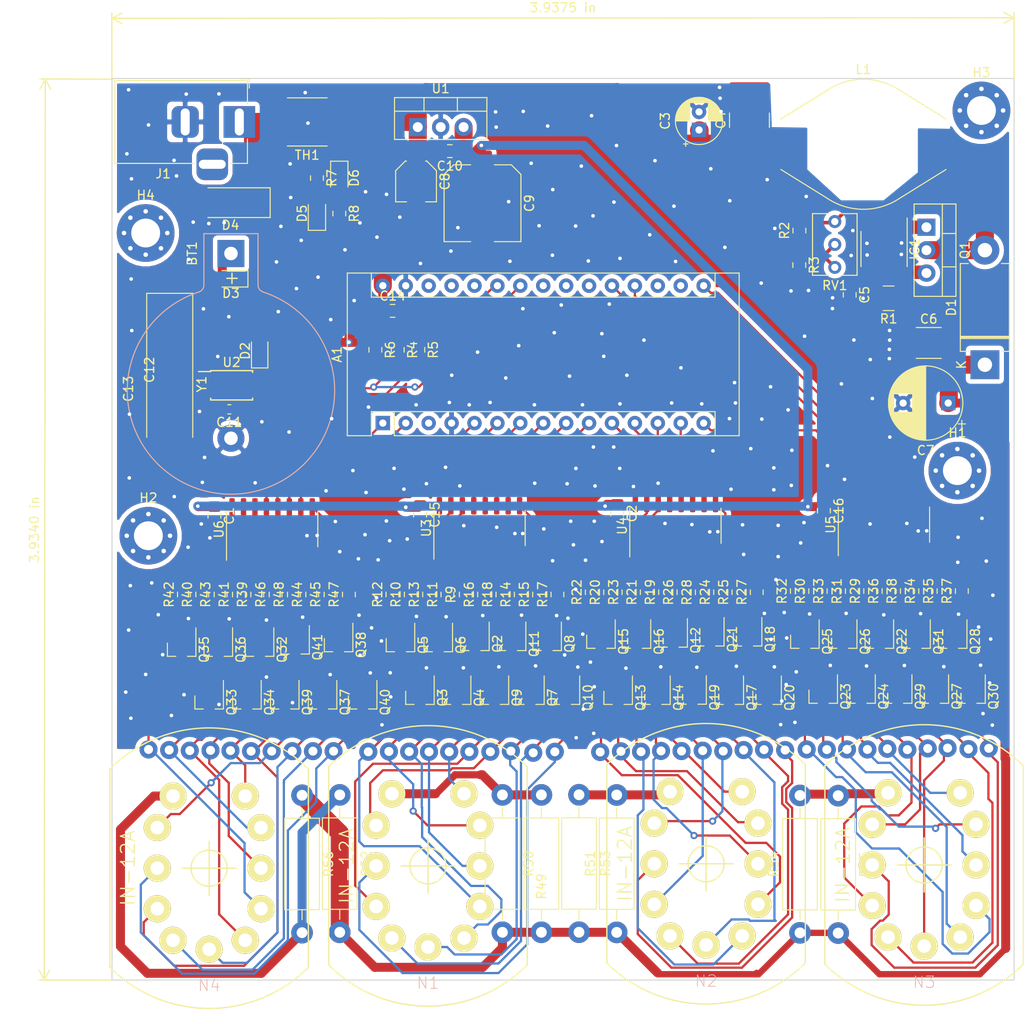
<source format=kicad_pcb>
(kicad_pcb (version 20171130) (host pcbnew "(5.1.0)-1")
  (title_block (date 2019-04-12))
  (layers (0 F.Cu signal) (31 B.Cu signal) (34 B.Paste user) (35 F.Paste user) (36 B.SilkS user) (37 F.SilkS user) (38 B.Mask user) (39 F.Mask user) (44 Edge.Cuts user))
  (net 0 "")
  (net 1 /5V)
  (net 2 GND)
  (net 3 "Net-(A1-Pad28)")
  (net 4 "Net-(A1-Pad27)")
  (net 5 "Net-(A1-Pad26)")
  (net 6 /SDA)
  (net 7 /SCL)
  (net 8 "Net-(A1-Pad23)")
  (net 9 "Net-(A1-Pad22)")
  (net 10 "Net-(A1-Pad21)")
  (net 11 "Net-(A1-Pad3)")
  (net 12 "Net-(A1-Pad18)")
  (net 13 "Net-(A1-Pad17)")
  (net 14 "Net-(BT1-Pad1)")
  (net 15 /5V/12V)
  (net 16 "Net-(C5-Pad1)")
  (net 17 "/DZIESIATKI GODZIN/200V")
  (net 18 "Net-(C11-Pad1)")
  (net 19 "Net-(C12-Pad2)")
  (net 20 "Net-(C13-Pad2)")
  (net 21 "Net-(D1-Pad2)")
  (net 22 "Net-(D3-Pad1)")
  (net 23 "Net-(D4-Pad1)")
  (net 24 "Net-(D5-Pad2)")
  (net 25 "Net-(D6-Pad2)")
  (net 26 "Net-(IC1-Pad8)")
  (net 27 "Net-(IC1-Pad3)")
  (net 28 "Net-(N1-Pad0)")
  (net 29 "Net-(N1-Pad1)")
  (net 30 "Net-(N1-Pad2)")
  (net 31 "Net-(N1-Pad3)")
  (net 32 "Net-(N1-Pad4)")
  (net 33 "Net-(N1-Pad5)")
  (net 34 "Net-(N1-Pad6)")
  (net 35 "Net-(N1-Pad7)")
  (net 36 "Net-(N1-Pad8)")
  (net 37 "Net-(N1-Pad9)")
  (net 38 "Net-(N1-PadA)")
  (net 39 "Net-(N2-Pad0)")
  (net 40 "Net-(N2-Pad1)")
  (net 41 "Net-(N2-Pad2)")
  (net 42 "Net-(N2-Pad3)")
  (net 43 "Net-(N2-Pad4)")
  (net 44 "Net-(N2-Pad5)")
  (net 45 "Net-(N2-Pad6)")
  (net 46 "Net-(N2-Pad7)")
  (net 47 "Net-(N2-Pad8)")
  (net 48 "Net-(N2-Pad9)")
  (net 49 "Net-(N2-PadA)")
  (net 50 "Net-(N3-Pad0)")
  (net 51 "Net-(N3-Pad1)")
  (net 52 "Net-(N3-Pad2)")
  (net 53 "Net-(N3-Pad3)")
  (net 54 "Net-(N3-Pad4)")
  (net 55 "Net-(N3-Pad5)")
  (net 56 "Net-(N3-Pad6)")
  (net 57 "Net-(N3-Pad7)")
  (net 58 "Net-(N3-Pad8)")
  (net 59 "Net-(N3-Pad9)")
  (net 60 "Net-(N3-PadA)")
  (net 61 "Net-(N4-Pad0)")
  (net 62 "Net-(N4-Pad1)")
  (net 63 "Net-(N4-Pad2)")
  (net 64 "Net-(N4-Pad3)")
  (net 65 "Net-(N4-Pad4)")
  (net 66 "Net-(N4-Pad5)")
  (net 67 "Net-(N4-Pad6)")
  (net 68 "Net-(N4-Pad7)")
  (net 69 "Net-(N4-Pad8)")
  (net 70 "Net-(N4-Pad9)")
  (net 71 "Net-(N4-PadA)")
  (net 72 "Net-(Q2-Pad2)")
  (net 73 "Net-(Q3-Pad2)")
  (net 74 "Net-(Q4-Pad2)")
  (net 75 "Net-(Q5-Pad2)")
  (net 76 "Net-(Q6-Pad2)")
  (net 77 "Net-(Q7-Pad2)")
  (net 78 "Net-(Q8-Pad2)")
  (net 79 "Net-(Q9-Pad2)")
  (net 80 "Net-(Q10-Pad2)")
  (net 81 "Net-(Q11-Pad2)")
  (net 82 "Net-(Q12-Pad2)")
  (net 83 "Net-(Q13-Pad2)")
  (net 84 "Net-(Q14-Pad2)")
  (net 85 "Net-(Q15-Pad2)")
  (net 86 "Net-(Q16-Pad2)")
  (net 87 "Net-(Q17-Pad2)")
  (net 88 "Net-(Q18-Pad2)")
  (net 89 "Net-(Q19-Pad2)")
  (net 90 "Net-(Q20-Pad2)")
  (net 91 "Net-(Q21-Pad2)")
  (net 92 "Net-(Q22-Pad2)")
  (net 93 "Net-(Q23-Pad2)")
  (net 94 "Net-(Q24-Pad2)")
  (net 95 "Net-(Q25-Pad2)")
  (net 96 "Net-(Q26-Pad2)")
  (net 97 "Net-(Q27-Pad2)")
  (net 98 "Net-(Q28-Pad2)")
  (net 99 "Net-(Q29-Pad2)")
  (net 100 "Net-(Q30-Pad2)")
  (net 101 "Net-(Q31-Pad2)")
  (net 102 "Net-(Q32-Pad2)")
  (net 103 "Net-(Q33-Pad2)")
  (net 104 "Net-(Q34-Pad2)")
  (net 105 "Net-(Q35-Pad2)")
  (net 106 "Net-(Q36-Pad2)")
  (net 107 "Net-(Q37-Pad2)")
  (net 108 "Net-(Q38-Pad2)")
  (net 109 "Net-(Q39-Pad2)")
  (net 110 "Net-(Q40-Pad2)")
  (net 111 "Net-(Q41-Pad2)")
  (net 112 "Net-(R3-Pad1)")
  (net 113 /rtc/MPF)
  (net 114 "Net-(R9-Pad2)")
  (net 115 "Net-(R10-Pad2)")
  (net 116 "Net-(R11-Pad2)")
  (net 117 "Net-(R12-Pad2)")
  (net 118 "Net-(R13-Pad2)")
  (net 119 "Net-(R14-Pad2)")
  (net 120 "Net-(R15-Pad2)")
  (net 121 "Net-(R16-Pad2)")
  (net 122 "Net-(R17-Pad2)")
  (net 123 "Net-(R18-Pad2)")
  (net 124 "Net-(R19-Pad2)")
  (net 125 "Net-(R20-Pad2)")
  (net 126 "Net-(R21-Pad2)")
  (net 127 "Net-(R22-Pad2)")
  (net 128 "Net-(R23-Pad2)")
  (net 129 "Net-(R24-Pad2)")
  (net 130 "Net-(R25-Pad2)")
  (net 131 "Net-(R26-Pad2)")
  (net 132 "Net-(R27-Pad2)")
  (net 133 "Net-(R28-Pad2)")
  (net 134 "Net-(R29-Pad2)")
  (net 135 "Net-(R30-Pad2)")
  (net 136 "Net-(R31-Pad2)")
  (net 137 "Net-(R32-Pad2)")
  (net 138 "Net-(R33-Pad2)")
  (net 139 "Net-(R34-Pad2)")
  (net 140 "Net-(R35-Pad2)")
  (net 141 "Net-(R36-Pad2)")
  (net 142 "Net-(R37-Pad2)")
  (net 143 "Net-(R38-Pad2)")
  (net 144 "Net-(R39-Pad2)")
  (net 145 "Net-(R40-Pad2)")
  (net 146 "Net-(R41-Pad2)")
  (net 147 "Net-(R42-Pad2)")
  (net 148 "Net-(R43-Pad2)")
  (net 149 "Net-(R44-Pad2)")
  (net 150 "Net-(R45-Pad2)")
  (net 151 "Net-(R46-Pad2)")
  (net 152 "Net-(R47-Pad2)")
  (net 153 "Net-(R48-Pad2)")
  (net 154 "Net-(IC1-Pad1)")
  (net 155 /A1)
  (net 156 /D1)
  (net 157 /C1)
  (net 158 /B1)
  (net 159 /A2)
  (net 160 /D2)
  (net 161 /C2)
  (net 162 /B2)
  (net 163 /A3)
  (net 164 /D3)
  (net 165 /C3)
  (net 166 /B3)
  (net 167 /C4)
  (net 168 /B4)
  (net 169 /D4)
  (net 170 /A4)
  (module ni12_zegar:russian-nixies-IN-12 (layer F.Cu) (at 148.65096 123.30176 180)
    (fp_text reference N3 (at 0 -13) (layer B.SilkS) (effects (font (size 1.27 1.27) (thickness 0.0889))))
    (fp_text value IN-12A (at 9 0 270) (layer F.SilkS) (effects (font (size 1.524 1.524))))
    (pad 0 thru_hole circle (at 5.75 4.5 180) (size 3 3) (drill 1.5) (layers *.Cu F.Paste F.SilkS F.Mask) (net 50 "Net-(N3-Pad0)"))
    (pad 1 thru_hole circle (at -4 8 180) (size 3 3) (drill 1.5) (layers *.Cu F.Paste F.SilkS F.Mask) (net 51 "Net-(N3-Pad1)"))
    (pad 2 thru_hole circle (at -5.75 4.5 180) (size 3 3) (drill 1.5) (layers *.Cu F.Paste F.SilkS F.Mask) (net 52 "Net-(N3-Pad2)"))
    (pad 3 thru_hole circle (at -5.75 0 180) (size 3 3) (drill 1.5) (layers *.Cu F.Paste F.SilkS F.Mask) (net 53 "Net-(N3-Pad3)"))
    (pad 4 thru_hole circle (at -5.75 -4.5 180) (size 3 3) (drill 1.5) (layers *.Cu F.Paste F.SilkS F.Mask) (net 54 "Net-(N3-Pad4)"))
    (pad 5 thru_hole circle (at -4 -8 180) (size 3 3) (drill 1.5) (layers *.Cu F.Paste F.SilkS F.Mask) (net 55 "Net-(N3-Pad5)"))
    (pad 6 thru_hole circle (at 0 -9 180) (size 3 3) (drill 1.5) (layers *.Cu F.Paste F.SilkS F.Mask) (net 56 "Net-(N3-Pad6)"))
    (pad 7 thru_hole circle (at 4 -8 180) (size 3 3) (drill 1.5) (layers *.Cu F.Paste F.SilkS F.Mask) (net 57 "Net-(N3-Pad7)"))
    (pad 8 thru_hole circle (at 5.75 -4.5 180) (size 3 3) (drill 1.5) (layers *.Cu F.Paste F.SilkS F.Mask) (net 58 "Net-(N3-Pad8)"))
    (pad 9 thru_hole circle (at 5.75 0 180) (size 3 3) (drill 1.5) (layers *.Cu F.Paste F.SilkS F.Mask) (net 59 "Net-(N3-Pad9)"))
    (pad A thru_hole circle (at 4 8 180) (size 3 3) (drill 1.5) (layers *.Cu F.Paste F.SilkS F.Mask) (net 60 "Net-(N3-PadA)"))
  )
  (module ni12_zegar:russian-nixies-IN-12 (layer F.Cu) (at 93.649 123.404 180)
    (fp_text reference N1 (at 0 -13) (layer B.SilkS) (effects (font (size 1.27 1.27) (thickness 0.0889))))
    (fp_text value IN-12A (at 9 0 270) (layer F.SilkS) (effects (font (size 1.524 1.524))))
    (pad 0 thru_hole circle (at 5.75 4.5 180) (size 3 3) (drill 1.5) (layers *.Cu F.Paste F.SilkS F.Mask) (net 28 "Net-(N1-Pad0)"))
    (pad 1 thru_hole circle (at -4 8 180) (size 3 3) (drill 1.5) (layers *.Cu F.Paste F.SilkS F.Mask) (net 29 "Net-(N1-Pad1)"))
    (pad 2 thru_hole circle (at -5.75 4.5 180) (size 3 3) (drill 1.5) (layers *.Cu F.Paste F.SilkS F.Mask) (net 30 "Net-(N1-Pad2)"))
    (pad 3 thru_hole circle (at -5.75 0 180) (size 3 3) (drill 1.5) (layers *.Cu F.Paste F.SilkS F.Mask) (net 31 "Net-(N1-Pad3)"))
    (pad 4 thru_hole circle (at -5.75 -4.5 180) (size 3 3) (drill 1.5) (layers *.Cu F.Paste F.SilkS F.Mask) (net 32 "Net-(N1-Pad4)"))
    (pad 5 thru_hole circle (at -4 -8 180) (size 3 3) (drill 1.5) (layers *.Cu F.Paste F.SilkS F.Mask) (net 33 "Net-(N1-Pad5)"))
    (pad 6 thru_hole circle (at 0 -9 180) (size 3 3) (drill 1.5) (layers *.Cu F.Paste F.SilkS F.Mask) (net 34 "Net-(N1-Pad6)"))
    (pad 7 thru_hole circle (at 4 -8 180) (size 3 3) (drill 1.5) (layers *.Cu F.Paste F.SilkS F.Mask) (net 35 "Net-(N1-Pad7)"))
    (pad 8 thru_hole circle (at 5.75 -4.5 180) (size 3 3) (drill 1.5) (layers *.Cu F.Paste F.SilkS F.Mask) (net 36 "Net-(N1-Pad8)"))
    (pad 9 thru_hole circle (at 5.75 0 180) (size 3 3) (drill 1.5) (layers *.Cu F.Paste F.SilkS F.Mask) (net 37 "Net-(N1-Pad9)"))
    (pad A thru_hole circle (at 4 8 180) (size 3 3) (drill 1.5) (layers *.Cu F.Paste F.SilkS F.Mask) (net 38 "Net-(N1-PadA)"))
  )
  (module Resistor_THT:R_Axial_DIN0411_L9.9mm_D3.6mm_P15.24mm_Horizontal (layer F.Cu) (at 101.904 115.53 270)
    (fp_text reference R50 (at 7.62 -2.92 270) (layer F.SilkS))
    (fp_text value 30k)
    (pad 2 thru_hole oval (at 15.24 0 270) (size 2.4 2.4) (drill 1.2) (layers *.Cu *.Mask) (net 17 "/DZIESIATKI GODZIN/200V"))
    (pad 1 thru_hole circle (at 0 0 270) (size 2.4 2.4) (drill 1.2) (layers *.Cu *.Mask) (net 38 "Net-(N1-PadA)"))
  )
  (module Package_TO_SOT_SMD:SOT-23_Handsoldering (layer F.Cu) (at 90.601 98.893 270)
    (fp_text reference Q5 (at 0 -2.5 270) (layer F.SilkS))
    (fp_text value MPSA92)
    (pad 3 smd rect (at 1.5 0 270) (size 1.9 0.8) (layers F.Cu F.Paste F.Mask) (net 32 "Net-(N1-Pad4)"))
    (pad 2 smd rect (at -1.5 0.95 270) (size 1.9 0.8) (layers F.Cu F.Paste F.Mask) (net 75 "Net-(Q5-Pad2)"))
    (pad 1 smd rect (at -1.5 -0.95 270) (size 1.9 0.8) (layers F.Cu F.Paste F.Mask) (net 2 GND))
  )
  (module Package_TO_SOT_SMD:SOT-23_Handsoldering (layer F.Cu) (at 92.76 104.735 270)
    (fp_text reference Q3 (at 0 -2.5 270) (layer F.SilkS))
    (fp_text value MPSA92)
    (pad 3 smd rect (at 1.5 0 270) (size 1.9 0.8) (layers F.Cu F.Paste F.Mask) (net 30 "Net-(N1-Pad2)"))
    (pad 2 smd rect (at -1.5 0.95 270) (size 1.9 0.8) (layers F.Cu F.Paste F.Mask) (net 73 "Net-(Q3-Pad2)"))
    (pad 1 smd rect (at -1.5 -0.95 270) (size 1.9 0.8) (layers F.Cu F.Paste F.Mask) (net 2 GND))
  )
  (module ni12_zegar:russian-nixies-IN-12 (layer F.Cu) (at 69.392 123.658 180)
    (fp_text reference N4 (at 0 -13) (layer B.SilkS) (effects (font (size 1.27 1.27) (thickness 0.0889))))
    (fp_text value IN-12A (at 9 0 270) (layer F.SilkS) (effects (font (size 1.524 1.524))))
    (pad 0 thru_hole circle (at 5.75 4.5 180) (size 3 3) (drill 1.5) (layers *.Cu F.Paste F.SilkS F.Mask) (net 61 "Net-(N4-Pad0)"))
    (pad 1 thru_hole circle (at -4 8 180) (size 3 3) (drill 1.5) (layers *.Cu F.Paste F.SilkS F.Mask) (net 62 "Net-(N4-Pad1)"))
    (pad 2 thru_hole circle (at -5.75 4.5 180) (size 3 3) (drill 1.5) (layers *.Cu F.Paste F.SilkS F.Mask) (net 63 "Net-(N4-Pad2)"))
    (pad 3 thru_hole circle (at -5.75 0 180) (size 3 3) (drill 1.5) (layers *.Cu F.Paste F.SilkS F.Mask) (net 64 "Net-(N4-Pad3)"))
    (pad 4 thru_hole circle (at -5.75 -4.5 180) (size 3 3) (drill 1.5) (layers *.Cu F.Paste F.SilkS F.Mask) (net 65 "Net-(N4-Pad4)"))
    (pad 5 thru_hole circle (at -4 -8 180) (size 3 3) (drill 1.5) (layers *.Cu F.Paste F.SilkS F.Mask) (net 66 "Net-(N4-Pad5)"))
    (pad 6 thru_hole circle (at 0 -9 180) (size 3 3) (drill 1.5) (layers *.Cu F.Paste F.SilkS F.Mask) (net 67 "Net-(N4-Pad6)"))
    (pad 7 thru_hole circle (at 4 -8 180) (size 3 3) (drill 1.5) (layers *.Cu F.Paste F.SilkS F.Mask) (net 68 "Net-(N4-Pad7)"))
    (pad 8 thru_hole circle (at 5.75 -4.5 180) (size 3 3) (drill 1.5) (layers *.Cu F.Paste F.SilkS F.Mask) (net 69 "Net-(N4-Pad8)"))
    (pad 9 thru_hole circle (at 5.75 0 180) (size 3 3) (drill 1.5) (layers *.Cu F.Paste F.SilkS F.Mask) (net 70 "Net-(N4-Pad9)"))
    (pad A thru_hole circle (at 4 8 180) (size 3 3) (drill 1.5) (layers *.Cu F.Paste F.SilkS F.Mask) (net 71 "Net-(N4-PadA)"))
  )
  (module Module:Arduino_Nano (layer F.Cu) (at 88.646 74.295 90)
    (fp_text reference A1 (at 7.62 -5.08 90) (layer F.SilkS))
    (fp_text value Arduino_Nano_v3.x)
    (pad 16 thru_hole oval (at 15.24 35.56 90) (size 1.6 1.6) (drill 0.8) (layers *.Cu *.Mask) (net 170 /A4))
    (pad 15 thru_hole oval (at 0 35.56 90) (size 1.6 1.6) (drill 0.8) (layers *.Cu *.Mask) (net 168 /B4))
    (pad 30 thru_hole oval (at 15.24 0 90) (size 1.6 1.6) (drill 0.8) (layers *.Cu *.Mask) (net 1 /5V))
    (pad 14 thru_hole oval (at 0 33.02 90) (size 1.6 1.6) (drill 0.8) (layers *.Cu *.Mask) (net 163 /A3))
    (pad 29 thru_hole oval (at 15.24 2.54 90) (size 1.6 1.6) (drill 0.8) (layers *.Cu *.Mask) (net 2 GND))
    (pad 13 thru_hole oval (at 0 30.48 90) (size 1.6 1.6) (drill 0.8) (layers *.Cu *.Mask) (net 164 /D3))
    (pad 28 thru_hole oval (at 15.24 5.08 90) (size 1.6 1.6) (drill 0.8) (layers *.Cu *.Mask) (net 3 "Net-(A1-Pad28)"))
    (pad 12 thru_hole oval (at 0 27.94 90) (size 1.6 1.6) (drill 0.8) (layers *.Cu *.Mask) (net 165 /C3))
    (pad 27 thru_hole oval (at 15.24 7.62 90) (size 1.6 1.6) (drill 0.8) (layers *.Cu *.Mask) (net 4 "Net-(A1-Pad27)"))
    (pad 11 thru_hole oval (at 0 25.4 90) (size 1.6 1.6) (drill 0.8) (layers *.Cu *.Mask) (net 166 /B3))
    (pad 26 thru_hole oval (at 15.24 10.16 90) (size 1.6 1.6) (drill 0.8) (layers *.Cu *.Mask) (net 5 "Net-(A1-Pad26)"))
    (pad 10 thru_hole oval (at 0 22.86 90) (size 1.6 1.6) (drill 0.8) (layers *.Cu *.Mask) (net 159 /A2))
    (pad 25 thru_hole oval (at 15.24 12.7 90) (size 1.6 1.6) (drill 0.8) (layers *.Cu *.Mask) (net 6 /SDA))
    (pad 9 thru_hole oval (at 0 20.32 90) (size 1.6 1.6) (drill 0.8) (layers *.Cu *.Mask) (net 160 /D2))
    (pad 24 thru_hole oval (at 15.24 15.24 90) (size 1.6 1.6) (drill 0.8) (layers *.Cu *.Mask) (net 7 /SCL))
    (pad 8 thru_hole oval (at 0 17.78 90) (size 1.6 1.6) (drill 0.8) (layers *.Cu *.Mask) (net 161 /C2))
    (pad 23 thru_hole oval (at 15.24 17.78 90) (size 1.6 1.6) (drill 0.8) (layers *.Cu *.Mask) (net 8 "Net-(A1-Pad23)"))
    (pad 7 thru_hole oval (at 0 15.24 90) (size 1.6 1.6) (drill 0.8) (layers *.Cu *.Mask) (net 162 /B2))
    (pad 22 thru_hole oval (at 15.24 20.32 90) (size 1.6 1.6) (drill 0.8) (layers *.Cu *.Mask) (net 9 "Net-(A1-Pad22)"))
    (pad 6 thru_hole oval (at 0 12.7 90) (size 1.6 1.6) (drill 0.8) (layers *.Cu *.Mask) (net 155 /A1))
    (pad 21 thru_hole oval (at 15.24 22.86 90) (size 1.6 1.6) (drill 0.8) (layers *.Cu *.Mask) (net 10 "Net-(A1-Pad21)"))
    (pad 5 thru_hole oval (at 0 10.16 90) (size 1.6 1.6) (drill 0.8) (layers *.Cu *.Mask) (net 156 /D1))
    (pad 20 thru_hole oval (at 15.24 25.4 90) (size 1.6 1.6) (drill 0.8) (layers *.Cu *.Mask) (net 167 /C4))
    (pad 4 thru_hole oval (at 0 7.62 90) (size 1.6 1.6) (drill 0.8) (layers *.Cu *.Mask) (net 2 GND))
    (pad 19 thru_hole oval (at 15.24 27.94 90) (size 1.6 1.6) (drill 0.8) (layers *.Cu *.Mask) (net 169 /D4))
    (pad 3 thru_hole oval (at 0 5.08 90) (size 1.6 1.6) (drill 0.8) (layers *.Cu *.Mask) (net 11 "Net-(A1-Pad3)"))
    (pad 18 thru_hole oval (at 15.24 30.48 90) (size 1.6 1.6) (drill 0.8) (layers *.Cu *.Mask) (net 12 "Net-(A1-Pad18)"))
    (pad 2 thru_hole oval (at 0 2.54 90) (size 1.6 1.6) (drill 0.8) (layers *.Cu *.Mask) (net 157 /C1))
    (pad 17 thru_hole oval (at 15.24 33.02 90) (size 1.6 1.6) (drill 0.8) (layers *.Cu *.Mask) (net 13 "Net-(A1-Pad17)"))
    (pad 1 thru_hole rect (at 0 0 90) (size 1.6 1.6) (drill 0.8) (layers *.Cu *.Mask) (net 158 /B1))
  )
  (module Diode_SMD:D_0805_2012Metric_Castellated (layer F.Cu) (at 71.8085 58.293 180)
    (fp_text reference D3 (at 0 -1.6 180) (layer F.SilkS))
    (fp_text value 1N4148)
    (pad 2 smd roundrect (at 0.9625 0 180) (size 1.325 1.3) (layers F.Cu F.Paste F.Mask) (roundrect_rratio 0.192308) (net 14 "Net-(BT1-Pad1)"))
    (pad 1 smd roundrect (at -0.9625 0 180) (size 1.325 1.3) (layers F.Cu F.Paste F.Mask) (roundrect_rratio 0.192308) (net 22 "Net-(D3-Pad1)"))
  )
  (module Diode_SMD:D_0805_2012Metric_Castellated (layer F.Cu) (at 74.9935 66.294 90)
    (fp_text reference D2 (at 0 -1.6 90) (layer F.SilkS))
    (fp_text value 1N4148)
    (pad 2 smd roundrect (at 0.9625 0 90) (size 1.325 1.3) (layers F.Cu F.Paste F.Mask) (roundrect_rratio 0.192308) (net 1 /5V))
    (pad 1 smd roundrect (at -0.9625 0 90) (size 1.325 1.3) (layers F.Cu F.Paste F.Mask) (roundrect_rratio 0.192308) (net 18 "Net-(C11-Pad1)"))
  )
  (module Resistor_SMD:R_1210_3225Metric_Pad1.42x2.65mm_HandSolder (layer F.Cu) (at 144.7165 60.452 180)
    (fp_text reference R1 (at 0 -2.28 180) (layer F.SilkS))
    (fp_text value 50m)
    (pad 2 smd roundrect (at 1.4875 0 180) (size 1.425 2.65) (layers F.Cu F.Paste F.Mask) (roundrect_rratio 0.175439) (net 2 GND))
    (pad 1 smd roundrect (at -1.4875 0 180) (size 1.425 2.65) (layers F.Cu F.Paste F.Mask) (roundrect_rratio 0.175439) (net 26 "Net-(IC1-Pad8)"))
  )
  (module Crystal:Crystal_SMD_HC49-SD_HandSoldering (layer F.Cu) (at 65.024 69.977 270)
    (fp_text reference Y1 (at 0 -3.55 270) (layer F.SilkS))
    (fp_text value 32,768kHz)
    (pad 2 smd rect (at 5.9375 0 270) (size 7.875 2) (layers F.Cu F.Paste F.Mask) (net 20 "Net-(C13-Pad2)"))
    (pad 1 smd rect (at -5.9375 0 270) (size 7.875 2) (layers F.Cu F.Paste F.Mask) (net 19 "Net-(C12-Pad2)"))
  )
  (module Capacitor_SMD:C_0805_2012Metric_Pad1.15x1.40mm_HandSolder (layer F.Cu) (at 137.541 84.0105 270)
    (fp_text reference C16 (at 0 -1.65 270) (layer F.SilkS))
    (fp_text value 100n)
    (pad 2 smd roundrect (at 1.025 0 270) (size 1.15 1.4) (layers F.Cu F.Paste F.Mask) (roundrect_rratio 0.217391) (net 2 GND))
    (pad 1 smd roundrect (at -1.025 0 270) (size 1.15 1.4) (layers F.Cu F.Paste F.Mask) (roundrect_rratio 0.217391) (net 1 /5V))
  )
  (module Capacitor_SMD:C_0805_2012Metric_Pad1.15x1.40mm_HandSolder (layer F.Cu) (at 92.7735 84.455 270)
    (fp_text reference C15 (at 0 -1.65 270) (layer F.SilkS))
    (fp_text value 100n)
    (pad 2 smd roundrect (at 1.025 0 270) (size 1.15 1.4) (layers F.Cu F.Paste F.Mask) (roundrect_rratio 0.217391) (net 2 GND))
    (pad 1 smd roundrect (at -1.025 0 270) (size 1.15 1.4) (layers F.Cu F.Paste F.Mask) (roundrect_rratio 0.217391) (net 1 /5V))
  )
  (module Capacitor_SMD:C_0805_2012Metric_Pad1.15x1.40mm_HandSolder (layer F.Cu) (at 89.7255 61.849)
    (fp_text reference C14 (at 0 -1.65) (layer F.SilkS))
    (fp_text value 100n)
    (pad 2 smd roundrect (at 1.025 0) (size 1.15 1.4) (layers F.Cu F.Paste F.Mask) (roundrect_rratio 0.217) (net 2 GND))
    (pad 1 smd roundrect (at -1.025 0) (size 1.15 1.4) (layers F.Cu F.Paste F.Mask) (roundrect_rratio 0.217391) (net 1 /5V))
  )
  (module Capacitor_SMD:C_0805_2012Metric_Pad1.15x1.40mm_HandSolder (layer F.Cu) (at 114.6175 84.328 270)
    (fp_text reference C2 (at 0 -1.65 270) (layer F.SilkS))
    (fp_text value 100n)
    (pad 2 smd roundrect (at 1.025 0 270) (size 1.15 1.4) (layers F.Cu F.Paste F.Mask) (roundrect_rratio 0.217391) (net 2 GND))
    (pad 1 smd roundrect (at -1.025 0 270) (size 1.15 1.4) (layers F.Cu F.Paste F.Mask) (roundrect_rratio 0.217391) (net 1 /5V))
  )
  (module Capacitor_SMD:C_0805_2012Metric_Pad1.15x1.40mm_HandSolder (layer F.Cu) (at 69.977 84.582 270)
    (fp_text reference C1 (at 0 -1.65 270) (layer F.SilkS))
    (fp_text value 100n)
    (pad 2 smd roundrect (at 1.025 0 270) (size 1.15 1.4) (layers F.Cu F.Paste F.Mask) (roundrect_rratio 0.217391) (net 2 GND))
    (pad 1 smd roundrect (at -1.025 0 270) (size 1.15 1.4) (layers F.Cu F.Paste F.Mask) (roundrect_rratio 0.217391) (net 1 /5V))
  )
  (module Package_SO:SOIC-16_3.9x9.9mm_P1.27mm (layer F.Cu) (at 76.377 86.066 90)
    (fp_text reference U6 (at 0 -5.9 90) (layer F.SilkS))
    (fp_text value 4028)
    (pad 16 smd roundrect (at 2.475 -4.445 90) (size 1.95 0.6) (layers F.Cu F.Paste F.Mask) (net 1 /5V))
    (pad 15 smd roundrect (at 2.475 -3.175 90) (size 1.95 0.6) (layers F.Cu F.Paste F.Mask) (net 147 "Net-(R42-Pad2)"))
    (pad 14 smd roundrect (at 2.475 -1.905 90) (size 1.95 0.6) (layers F.Cu F.Paste F.Mask) (net 145 "Net-(R40-Pad2)"))
    (pad 13 smd roundrect (at 2.475 -0.635 90) (size 1.95 0.6) (layers F.Cu F.Paste F.Mask) (net 158 /B1))
    (pad 12 smd roundrect (at 2.475 0.635 90) (size 1.95 0.6) (layers F.Cu F.Paste F.Mask) (net 157 /C1))
    (pad 11 smd roundrect (at 2.475 1.905 90) (size 1.95 0.6) (layers F.Cu F.Paste F.Mask) (net 156 /D1))
    (pad 10 smd roundrect (at 2.475 3.175 90) (size 1.95 0.6) (layers F.Cu F.Paste F.Mask) (net 155 /A1))
    (pad 9 smd roundrect (at 2.475 4.445 90) (size 1.95 0.6) (layers F.Cu F.Paste F.Mask) (net 152 "Net-(R47-Pad2)"))
    (pad 8 smd roundrect (at -2.475 4.445 90) (size 1.95 0.6) (layers F.Cu F.Paste F.Mask) (net 2 GND))
    (pad 7 smd roundrect (at -2.475 3.175 90) (size 1.95 0.6) (layers F.Cu F.Paste F.Mask) (net 150 "Net-(R45-Pad2)"))
    (pad 6 smd roundrect (at -2.475 1.905 90) (size 1.95 0.6) (layers F.Cu F.Paste F.Mask) (net 149 "Net-(R44-Pad2)"))
    (pad 5 smd roundrect (at -2.475 0.635 90) (size 1.95 0.6) (layers F.Cu F.Paste F.Mask) (net 153 "Net-(R48-Pad2)"))
    (pad 4 smd roundrect (at -2.475 -0.635 90) (size 1.95 0.6) (layers F.Cu F.Paste F.Mask) (net 151 "Net-(R46-Pad2)"))
    (pad 3 smd roundrect (at -2.475 -1.905 90) (size 1.95 0.6) (layers F.Cu F.Paste F.Mask) (net 144 "Net-(R39-Pad2)"))
    (pad 2 smd roundrect (at -2.475 -3.175 90) (size 1.95 0.6) (layers F.Cu F.Paste F.Mask) (net 146 "Net-(R41-Pad2)"))
    (pad 1 smd roundrect (at -2.475 -4.445 90) (size 1.95 0.6) (layers F.Cu F.Paste F.Mask) (net 148 "Net-(R43-Pad2)"))
  )
  (module Package_SO:SOIC-16_3.9x9.9mm_P1.27mm (layer F.Cu) (at 144.195 85.558 90)
    (fp_text reference U5 (at 0 -5.9 90) (layer F.SilkS))
    (fp_text value 4028)
    (pad 16 smd roundrect (at 2.475 -4.445 90) (size 1.95 0.6) (layers F.Cu F.Paste F.Mask) (net 1 /5V))
    (pad 15 smd roundrect (at 2.475 -3.175 90) (size 1.95 0.6) (layers F.Cu F.Paste F.Mask) (net 137 "Net-(R32-Pad2)"))
    (pad 14 smd roundrect (at 2.475 -1.905 90) (size 1.95 0.6) (layers F.Cu F.Paste F.Mask) (net 135 "Net-(R30-Pad2)"))
    (pad 13 smd roundrect (at 2.475 -0.635 90) (size 1.95 0.6) (layers F.Cu F.Paste F.Mask) (net 168 /B4))
    (pad 12 smd roundrect (at 2.475 0.635 90) (size 1.95 0.6) (layers F.Cu F.Paste F.Mask) (net 167 /C4))
    (pad 11 smd roundrect (at 2.475 1.905 90) (size 1.95 0.6) (layers F.Cu F.Paste F.Mask) (net 169 /D4))
    (pad 10 smd roundrect (at 2.475 3.175 90) (size 1.95 0.6) (layers F.Cu F.Paste F.Mask) (net 170 /A4))
    (pad 9 smd roundrect (at 2.475 4.445 90) (size 1.95 0.6) (layers F.Cu F.Paste F.Mask) (net 142 "Net-(R37-Pad2)"))
    (pad 8 smd roundrect (at -2.475 4.445 90) (size 1.95 0.6) (layers F.Cu F.Paste F.Mask) (net 2 GND))
    (pad 7 smd roundrect (at -2.475 3.175 90) (size 1.95 0.6) (layers F.Cu F.Paste F.Mask) (net 140 "Net-(R35-Pad2)"))
    (pad 6 smd roundrect (at -2.475 1.905 90) (size 1.95 0.6) (layers F.Cu F.Paste F.Mask) (net 139 "Net-(R34-Pad2)"))
    (pad 5 smd roundrect (at -2.475 0.635 90) (size 1.95 0.6) (layers F.Cu F.Paste F.Mask) (net 143 "Net-(R38-Pad2)"))
    (pad 4 smd roundrect (at -2.475 -0.635 90) (size 1.95 0.6) (layers F.Cu F.Paste F.Mask) (net 141 "Net-(R36-Pad2)"))
    (pad 3 smd roundrect (at -2.475 -1.905 90) (size 1.95 0.6) (layers F.Cu F.Paste F.Mask) (net 134 "Net-(R29-Pad2)"))
    (pad 2 smd roundrect (at -2.475 -3.175 90) (size 1.95 0.6) (layers F.Cu F.Paste F.Mask) (net 136 "Net-(R31-Pad2)"))
    (pad 1 smd roundrect (at -2.475 -4.445 90) (size 1.95 0.6) (layers F.Cu F.Paste F.Mask) (net 138 "Net-(R33-Pad2)"))
  )
  (module Package_SO:SOIC-16_3.9x9.9mm_P1.27mm (layer F.Cu) (at 121.081 85.685 90)
    (fp_text reference U4 (at 0 -5.9 90) (layer F.SilkS))
    (fp_text value 4028)
    (pad 16 smd roundrect (at 2.475 -4.445 90) (size 1.95 0.6) (layers F.Cu F.Paste F.Mask) (net 1 /5V))
    (pad 15 smd roundrect (at 2.475 -3.175 90) (size 1.95 0.6) (layers F.Cu F.Paste F.Mask) (net 127 "Net-(R22-Pad2)"))
    (pad 14 smd roundrect (at 2.475 -1.905 90) (size 1.95 0.6) (layers F.Cu F.Paste F.Mask) (net 125 "Net-(R20-Pad2)"))
    (pad 13 smd roundrect (at 2.475 -0.635 90) (size 1.95 0.6) (layers F.Cu F.Paste F.Mask) (net 166 /B3))
    (pad 12 smd roundrect (at 2.475 0.635 90) (size 1.95 0.6) (layers F.Cu F.Paste F.Mask) (net 165 /C3))
    (pad 11 smd roundrect (at 2.475 1.905 90) (size 1.95 0.6) (layers F.Cu F.Paste F.Mask) (net 164 /D3))
    (pad 10 smd roundrect (at 2.475 3.175 90) (size 1.95 0.6) (layers F.Cu F.Paste F.Mask) (net 163 /A3))
    (pad 9 smd roundrect (at 2.475 4.445 90) (size 1.95 0.6) (layers F.Cu F.Paste F.Mask) (net 132 "Net-(R27-Pad2)"))
    (pad 8 smd roundrect (at -2.475 4.445 90) (size 1.95 0.6) (layers F.Cu F.Paste F.Mask) (net 2 GND))
    (pad 7 smd roundrect (at -2.475 3.175 90) (size 1.95 0.6) (layers F.Cu F.Paste F.Mask) (net 130 "Net-(R25-Pad2)"))
    (pad 6 smd roundrect (at -2.475 1.905 90) (size 1.95 0.6) (layers F.Cu F.Paste F.Mask) (net 129 "Net-(R24-Pad2)"))
    (pad 5 smd roundrect (at -2.475 0.635 90) (size 1.95 0.6) (layers F.Cu F.Paste F.Mask) (net 133 "Net-(R28-Pad2)"))
    (pad 4 smd roundrect (at -2.475 -0.635 90) (size 1.95 0.6) (layers F.Cu F.Paste F.Mask) (net 131 "Net-(R26-Pad2)"))
    (pad 3 smd roundrect (at -2.475 -1.905 90) (size 1.95 0.6) (layers F.Cu F.Paste F.Mask) (net 124 "Net-(R19-Pad2)"))
    (pad 2 smd roundrect (at -2.475 -3.175 90) (size 1.95 0.6) (layers F.Cu F.Paste F.Mask) (net 126 "Net-(R21-Pad2)"))
    (pad 1 smd roundrect (at -2.475 -4.445 90) (size 1.95 0.6) (layers F.Cu F.Paste F.Mask) (net 128 "Net-(R23-Pad2)"))
  )
  (module Package_SO:SOIC-16_3.9x9.9mm_P1.27mm (layer F.Cu) (at 99.364 85.939 90)
    (fp_text reference U3 (at 0 -5.9 90) (layer F.SilkS))
    (fp_text value 4028)
    (pad 16 smd roundrect (at 2.475 -4.445 90) (size 1.95 0.6) (layers F.Cu F.Paste F.Mask) (net 1 /5V))
    (pad 15 smd roundrect (at 2.475 -3.175 90) (size 1.95 0.6) (layers F.Cu F.Paste F.Mask) (net 117 "Net-(R12-Pad2)"))
    (pad 14 smd roundrect (at 2.475 -1.905 90) (size 1.95 0.6) (layers F.Cu F.Paste F.Mask) (net 115 "Net-(R10-Pad2)"))
    (pad 13 smd roundrect (at 2.475 -0.635 90) (size 1.95 0.6) (layers F.Cu F.Paste F.Mask) (net 162 /B2))
    (pad 12 smd roundrect (at 2.475 0.635 90) (size 1.95 0.6) (layers F.Cu F.Paste F.Mask) (net 161 /C2))
    (pad 11 smd roundrect (at 2.475 1.905 90) (size 1.95 0.6) (layers F.Cu F.Paste F.Mask) (net 160 /D2))
    (pad 10 smd roundrect (at 2.475 3.175 90) (size 1.95 0.6) (layers F.Cu F.Paste F.Mask) (net 159 /A2))
    (pad 9 smd roundrect (at 2.475 4.445 90) (size 1.95 0.6) (layers F.Cu F.Paste F.Mask) (net 122 "Net-(R17-Pad2)"))
    (pad 8 smd roundrect (at -2.475 4.445 90) (size 1.95 0.6) (layers F.Cu F.Paste F.Mask) (net 2 GND))
    (pad 7 smd roundrect (at -2.475 3.175 90) (size 1.95 0.6) (layers F.Cu F.Paste F.Mask) (net 120 "Net-(R15-Pad2)"))
    (pad 6 smd roundrect (at -2.475 1.905 90) (size 1.95 0.6) (layers F.Cu F.Paste F.Mask) (net 119 "Net-(R14-Pad2)"))
    (pad 5 smd roundrect (at -2.475 0.635 90) (size 1.95 0.6) (layers F.Cu F.Paste F.Mask) (net 123 "Net-(R18-Pad2)"))
    (pad 4 smd roundrect (at -2.475 -0.635 90) (size 1.95 0.6) (layers F.Cu F.Paste F.Mask) (net 121 "Net-(R16-Pad2)"))
    (pad 3 smd roundrect (at -2.475 -1.905 90) (size 1.95 0.6) (layers F.Cu F.Paste F.Mask) (net 114 "Net-(R9-Pad2)"))
    (pad 2 smd roundrect (at -2.475 -3.175 90) (size 1.95 0.6) (layers F.Cu F.Paste F.Mask) (net 116 "Net-(R11-Pad2)"))
    (pad 1 smd roundrect (at -2.475 -4.445 90) (size 1.95 0.6) (layers F.Cu F.Paste F.Mask) (net 118 "Net-(R13-Pad2)"))
  )
  (module Package_SO:TSSOP-8_4.4x3mm_P0.65mm (layer F.Cu) (at 71.882 70.104)
    (fp_text reference U2 (at 0 -2.55) (layer F.SilkS))
    (fp_text value MCP7940N-xST)
    (pad 8 smd rect (at 2.95 -0.975) (size 1.45 0.45) (layers F.Cu F.Paste F.Mask) (net 18 "Net-(C11-Pad1)"))
    (pad 7 smd rect (at 2.95 -0.325) (size 1.45 0.45) (layers F.Cu F.Paste F.Mask) (net 113 /rtc/MPF))
    (pad 6 smd rect (at 2.95 0.325) (size 1.45 0.45) (layers F.Cu F.Paste F.Mask) (net 7 /SCL))
    (pad 5 smd rect (at 2.95 0.975) (size 1.45 0.45) (layers F.Cu F.Paste F.Mask) (net 6 /SDA))
    (pad 4 smd rect (at -2.95 0.975) (size 1.45 0.45) (layers F.Cu F.Paste F.Mask) (net 2 GND))
    (pad 3 smd rect (at -2.95 0.325) (size 1.45 0.45) (layers F.Cu F.Paste F.Mask) (net 22 "Net-(D3-Pad1)"))
    (pad 2 smd rect (at -2.95 -0.325) (size 1.45 0.45) (layers F.Cu F.Paste F.Mask) (net 20 "Net-(C13-Pad2)"))
    (pad 1 smd rect (at -2.95 -0.975) (size 1.45 0.45) (layers F.Cu F.Paste F.Mask) (net 19 "Net-(C12-Pad2)"))
  )
  (module Package_TO_SOT_THT:TO-220-3_Vertical (layer F.Cu) (at 92.5195 41.4655)
    (fp_text reference U1 (at 2.54 -4.27) (layer F.SilkS))
    (fp_text value L7805)
    (pad 3 thru_hole oval (at 5.08 0) (size 1.905 2) (drill 1.1) (layers *.Cu *.Mask) (net 1 /5V))
    (pad 2 thru_hole oval (at 2.54 0) (size 1.905 2) (drill 1.1) (layers *.Cu *.Mask) (net 2 GND))
    (pad 1 thru_hole rect (at 0 0) (size 1.905 2) (drill 1.1) (layers *.Cu *.Mask) (net 15 /5V/12V))
  )
  (module Fuse:Fuse_2920_7451Metric_Pad2.10x5.45mm_HandSolder (layer F.Cu) (at 80.264 40.894 180)
    (fp_text reference TH1 (at 0 -3.68 180) (layer F.SilkS))
    (fp_text value Thermistor_PTC)
    (pad 2 smd roundrect (at 3.475 0 180) (size 2.1 5.45) (layers F.Cu F.Paste F.Mask) (roundrect_rratio 0.119048) (net 23 "Net-(D4-Pad1)"))
    (pad 1 smd roundrect (at -3.475 0 180) (size 2.1 5.45) (layers F.Cu F.Paste F.Mask) (roundrect_rratio 0.119048) (net 15 /5V/12V))
  )
  (module Potentiometer_THT:Potentiometer_Vishay_T73XW_Horizontal (layer F.Cu) (at 138.7475 57.023 180)
    (fp_text reference RV1 (at 0 -2.01 180) (layer F.SilkS))
    (fp_text value 10k)
    (pad 1 thru_hole circle (at 0 0 180) (size 1.44 1.44) (drill 0.8) (layers *.Cu *.Mask) (net 112 "Net-(R3-Pad1)"))
    (pad 2 thru_hole circle (at 0 2.54 180) (size 1.44 1.44) (drill 0.8) (layers *.Cu *.Mask) (net 112 "Net-(R3-Pad1)"))
    (pad 3 thru_hole circle (at 0 5.08 180) (size 1.44 1.44) (drill 0.8) (layers *.Cu *.Mask) (net 27 "Net-(IC1-Pad3)"))
  )
  (module Resistor_THT:R_Axial_DIN0411_L9.9mm_D3.6mm_P15.24mm_Horizontal (layer F.Cu) (at 79.6925 115.57 270)
    (fp_text reference R56 (at 7.62 -2.92 270) (layer F.SilkS))
    (fp_text value 30k)
    (pad 2 thru_hole oval (at 15.24 0 270) (size 2.4 2.4) (drill 1.2) (layers *.Cu *.Mask) (net 71 "Net-(N4-PadA)"))
    (pad 1 thru_hole circle (at 0 0 270) (size 2.4 2.4) (drill 1.2) (layers *.Cu *.Mask) (net 17 "/DZIESIATKI GODZIN/200V"))
  )
  (module Resistor_THT:R_Axial_DIN0411_L9.9mm_D3.6mm_P15.24mm_Horizontal (layer F.Cu) (at 139.12596 115.61572 270)
    (fp_text reference R55 (at 7.62 -2.92 270) (layer F.SilkS))
    (fp_text value 30k)
    (pad 2 thru_hole oval (at 15.24 0 270) (size 2.4 2.4) (drill 1.2) (layers *.Cu *.Mask) (net 17 "/DZIESIATKI GODZIN/200V"))
    (pad 1 thru_hole circle (at 0 0 270) (size 2.4 2.4) (drill 1.2) (layers *.Cu *.Mask) (net 60 "Net-(N3-PadA)"))
  )
  (module Resistor_THT:R_Axial_DIN0411_L9.9mm_D3.6mm_P15.24mm_Horizontal (layer F.Cu) (at 134.88924 130.83032 90)
    (fp_text reference R54 (at 7.62 -2.92 90) (layer F.SilkS))
    (fp_text value 30k)
    (pad 2 thru_hole oval (at 15.24 0 90) (size 2.4 2.4) (drill 1.2) (layers *.Cu *.Mask) (net 60 "Net-(N3-PadA)"))
    (pad 1 thru_hole circle (at 0 0 90) (size 2.4 2.4) (drill 1.2) (layers *.Cu *.Mask) (net 17 "/DZIESIATKI GODZIN/200V"))
  )
  (module Resistor_THT:R_Axial_DIN0411_L9.9mm_D3.6mm_P15.24mm_Horizontal (layer F.Cu) (at 110.39348 115.5192 270)
    (fp_text reference R53 (at 7.62 -2.92 270) (layer F.SilkS))
    (fp_text value 30k)
    (pad 2 thru_hole oval (at 15.24 0 270) (size 2.4 2.4) (drill 1.2) (layers *.Cu *.Mask) (net 17 "/DZIESIATKI GODZIN/200V"))
    (pad 1 thru_hole circle (at 0 0 270) (size 2.4 2.4) (drill 1.2) (layers *.Cu *.Mask) (net 49 "Net-(N2-PadA)"))
  )
  (module Resistor_THT:R_Axial_DIN0411_L9.9mm_D3.6mm_P15.24mm_Horizontal (layer F.Cu) (at 83.87 115.53 270)
    (fp_text reference R52 (at 7.62 -2.92 270) (layer F.SilkS))
    (fp_text value 30k)
    (pad 2 thru_hole oval (at 15.24 0 270) (size 2.4 2.4) (drill 1.2) (layers *.Cu *.Mask) (net 17 "/DZIESIATKI GODZIN/200V"))
    (pad 1 thru_hole circle (at 0 0 270) (size 2.4 2.4) (drill 1.2) (layers *.Cu *.Mask) (net 71 "Net-(N4-PadA)"))
  )
  (module Resistor_THT:R_Axial_DIN0411_L9.9mm_D3.6mm_P15.24mm_Horizontal (layer F.Cu) (at 114.56924 130.77952 90)
    (fp_text reference R51 (at 7.62 -2.92 90) (layer F.SilkS))
    (fp_text value 30k)
    (pad 2 thru_hole oval (at 15.24 0 90) (size 2.4 2.4) (drill 1.2) (layers *.Cu *.Mask) (net 49 "Net-(N2-PadA)"))
    (pad 1 thru_hole circle (at 0 0 90) (size 2.4 2.4) (drill 1.2) (layers *.Cu *.Mask) (net 17 "/DZIESIATKI GODZIN/200V"))
  )
  (module Resistor_THT:R_Axial_DIN0411_L9.9mm_D3.6mm_P15.24mm_Horizontal (layer F.Cu) (at 106.222 130.77 90)
    (fp_text reference R49 (at 5.08 0 90) (layer F.SilkS))
    (fp_text value 30k)
    (pad 2 thru_hole oval (at 15.24 0 90) (size 2.4 2.4) (drill 1.2) (layers *.Cu *.Mask) (net 38 "Net-(N1-PadA)"))
    (pad 1 thru_hole circle (at 0 0 90) (size 2.4 2.4) (drill 1.2) (layers *.Cu *.Mask) (net 17 "/DZIESIATKI GODZIN/200V"))
  )
  (module Resistor_SMD:R_0805_2012Metric_Pad1.15x1.40mm_HandSolder (layer F.Cu) (at 78.79 93.305 90)
    (fp_text reference R48 (at 0 -1.65 90) (layer F.SilkS))
    (fp_text value 10k)
    (pad 2 smd roundrect (at 1.025 0 90) (size 1.15 1.4) (layers F.Cu F.Paste F.Mask) (roundrect_rratio 0.217391) (net 153 "Net-(R48-Pad2)"))
    (pad 1 smd roundrect (at -1.025 0 90) (size 1.15 1.4) (layers F.Cu F.Paste F.Mask) (roundrect_rratio 0.217391) (net 111 "Net-(Q41-Pad2)"))
  )
  (module Resistor_SMD:R_0805_2012Metric_Pad1.15x1.40mm_HandSolder (layer F.Cu) (at 84.886 93.305 90)
    (fp_text reference R47 (at 0 -1.65 90) (layer F.SilkS))
    (fp_text value 10k)
    (pad 2 smd roundrect (at 1.025 0 90) (size 1.15 1.4) (layers F.Cu F.Paste F.Mask) (roundrect_rratio 0.217391) (net 152 "Net-(R47-Pad2)"))
    (pad 1 smd roundrect (at -1.025 0 90) (size 1.15 1.4) (layers F.Cu F.Paste F.Mask) (roundrect_rratio 0.217391) (net 110 "Net-(Q40-Pad2)"))
  )
  (module Resistor_SMD:R_0805_2012Metric_Pad1.15x1.40mm_HandSolder (layer F.Cu) (at 76.758 93.305 90)
    (fp_text reference R46 (at 0 -1.65 90) (layer F.SilkS))
    (fp_text value 10k)
    (pad 2 smd roundrect (at 1.025 0 90) (size 1.15 1.4) (layers F.Cu F.Paste F.Mask) (roundrect_rratio 0.217391) (net 151 "Net-(R46-Pad2)"))
    (pad 1 smd roundrect (at -1.025 0 90) (size 1.15 1.4) (layers F.Cu F.Paste F.Mask) (roundrect_rratio 0.217391) (net 109 "Net-(Q39-Pad2)"))
  )
  (module Resistor_SMD:R_0805_2012Metric_Pad1.15x1.40mm_HandSolder (layer F.Cu) (at 82.854 93.305 90)
    (fp_text reference R45 (at 0 -1.65 90) (layer F.SilkS))
    (fp_text value 10k)
    (pad 2 smd roundrect (at 1.025 0 90) (size 1.15 1.4) (layers F.Cu F.Paste F.Mask) (roundrect_rratio 0.217391) (net 150 "Net-(R45-Pad2)"))
    (pad 1 smd roundrect (at -1.025 0 90) (size 1.15 1.4) (layers F.Cu F.Paste F.Mask) (roundrect_rratio 0.217391) (net 108 "Net-(Q38-Pad2)"))
  )
  (module Resistor_SMD:R_0805_2012Metric_Pad1.15x1.40mm_HandSolder (layer F.Cu) (at 80.822 93.305 90)
    (fp_text reference R44 (at 0 -1.65 90) (layer F.SilkS))
    (fp_text value 10k)
    (pad 2 smd roundrect (at 1.025 0 90) (size 1.15 1.4) (layers F.Cu F.Paste F.Mask) (roundrect_rratio 0.217391) (net 149 "Net-(R44-Pad2)"))
    (pad 1 smd roundrect (at -1.025 0 90) (size 1.15 1.4) (layers F.Cu F.Paste F.Mask) (roundrect_rratio 0.217391) (net 107 "Net-(Q37-Pad2)"))
  )
  (module Resistor_SMD:R_0805_2012Metric_Pad1.15x1.40mm_HandSolder (layer F.Cu) (at 70.662 93.305 90)
    (fp_text reference R43 (at 0 -1.65 90) (layer F.SilkS))
    (fp_text value 10k)
    (pad 2 smd roundrect (at 1.025 0 90) (size 1.15 1.4) (layers F.Cu F.Paste F.Mask) (roundrect_rratio 0.217391) (net 148 "Net-(R43-Pad2)"))
    (pad 1 smd roundrect (at -1.025 0 90) (size 1.15 1.4) (layers F.Cu F.Paste F.Mask) (roundrect_rratio 0.217391) (net 106 "Net-(Q36-Pad2)"))
  )
  (module Resistor_SMD:R_0805_2012Metric_Pad1.15x1.40mm_HandSolder (layer F.Cu) (at 66.598 93.305 90)
    (fp_text reference R42 (at 0 -1.65 90) (layer F.SilkS))
    (fp_text value 10k)
    (pad 2 smd roundrect (at 1.025 0 90) (size 1.15 1.4) (layers F.Cu F.Paste F.Mask) (roundrect_rratio 0.217391) (net 147 "Net-(R42-Pad2)"))
    (pad 1 smd roundrect (at -1.025 0 90) (size 1.15 1.4) (layers F.Cu F.Paste F.Mask) (roundrect_rratio 0.217391) (net 105 "Net-(Q35-Pad2)"))
  )
  (module Resistor_SMD:R_0805_2012Metric_Pad1.15x1.40mm_HandSolder (layer F.Cu) (at 72.694 93.305 90)
    (fp_text reference R41 (at 0 -1.65 90) (layer F.SilkS))
    (fp_text value 10k)
    (pad 2 smd roundrect (at 1.025 0 90) (size 1.15 1.4) (layers F.Cu F.Paste F.Mask) (roundrect_rratio 0.217391) (net 146 "Net-(R41-Pad2)"))
    (pad 1 smd roundrect (at -1.025 0 90) (size 1.15 1.4) (layers F.Cu F.Paste F.Mask) (roundrect_rratio 0.217391) (net 104 "Net-(Q34-Pad2)"))
  )
  (module Resistor_SMD:R_0805_2012Metric_Pad1.15x1.40mm_HandSolder (layer F.Cu) (at 68.63 93.305 90)
    (fp_text reference R40 (at 0 -1.65 90) (layer F.SilkS))
    (fp_text value 10k)
    (pad 2 smd roundrect (at 1.025 0 90) (size 1.15 1.4) (layers F.Cu F.Paste F.Mask) (roundrect_rratio 0.217391) (net 145 "Net-(R40-Pad2)"))
    (pad 1 smd roundrect (at -1.025 0 90) (size 1.15 1.4) (layers F.Cu F.Paste F.Mask) (roundrect_rratio 0.217391) (net 103 "Net-(Q33-Pad2)"))
  )
  (module Resistor_SMD:R_0805_2012Metric_Pad1.15x1.40mm_HandSolder (layer F.Cu) (at 74.726 93.305 90)
    (fp_text reference R39 (at 0 -1.65 90) (layer F.SilkS))
    (fp_text value 10k)
    (pad 2 smd roundrect (at 1.025 0 90) (size 1.15 1.4) (layers F.Cu F.Paste F.Mask) (roundrect_rratio 0.217391) (net 144 "Net-(R39-Pad2)"))
    (pad 1 smd roundrect (at -1.025 0 90) (size 1.15 1.4) (layers F.Cu F.Paste F.Mask) (roundrect_rratio 0.217391) (net 102 "Net-(Q32-Pad2)"))
  )
  (module Resistor_SMD:R_0805_2012Metric_Pad1.15x1.40mm_HandSolder (layer F.Cu) (at 146.735 92.924 90)
    (fp_text reference R38 (at 0 -1.65 90) (layer F.SilkS))
    (fp_text value 10k)
    (pad 2 smd roundrect (at 1.025 0 90) (size 1.15 1.4) (layers F.Cu F.Paste F.Mask) (roundrect_rratio 0.217391) (net 143 "Net-(R38-Pad2)"))
    (pad 1 smd roundrect (at -1.025 0 90) (size 1.15 1.4) (layers F.Cu F.Paste F.Mask) (roundrect_rratio 0.217391) (net 101 "Net-(Q31-Pad2)"))
  )
  (module Resistor_SMD:R_0805_2012Metric_Pad1.15x1.40mm_HandSolder (layer F.Cu) (at 152.831 92.924 90)
    (fp_text reference R37 (at 0 -1.65 90) (layer F.SilkS))
    (fp_text value 10k)
    (pad 2 smd roundrect (at 1.025 0 90) (size 1.15 1.4) (layers F.Cu F.Paste F.Mask) (roundrect_rratio 0.217391) (net 142 "Net-(R37-Pad2)"))
    (pad 1 smd roundrect (at -1.025 0 90) (size 1.15 1.4) (layers F.Cu F.Paste F.Mask) (roundrect_rratio 0.217391) (net 100 "Net-(Q30-Pad2)"))
  )
  (module Resistor_SMD:R_0805_2012Metric_Pad1.15x1.40mm_HandSolder (layer F.Cu) (at 144.703 92.924 90)
    (fp_text reference R36 (at 0 -1.65 90) (layer F.SilkS))
    (fp_text value 10k)
    (pad 2 smd roundrect (at 1.025 0 90) (size 1.15 1.4) (layers F.Cu F.Paste F.Mask) (roundrect_rratio 0.217391) (net 141 "Net-(R36-Pad2)"))
    (pad 1 smd roundrect (at -1.025 0 90) (size 1.15 1.4) (layers F.Cu F.Paste F.Mask) (roundrect_rratio 0.217391) (net 99 "Net-(Q29-Pad2)"))
  )
  (module Resistor_SMD:R_0805_2012Metric_Pad1.15x1.40mm_HandSolder (layer F.Cu) (at 150.799 92.924 90)
    (fp_text reference R35 (at 0 -1.65 90) (layer F.SilkS))
    (fp_text value 10k)
    (pad 2 smd roundrect (at 1.025 0 90) (size 1.15 1.4) (layers F.Cu F.Paste F.Mask) (roundrect_rratio 0.217391) (net 140 "Net-(R35-Pad2)"))
    (pad 1 smd roundrect (at -1.025 0 90) (size 1.15 1.4) (layers F.Cu F.Paste F.Mask) (roundrect_rratio 0.217391) (net 98 "Net-(Q28-Pad2)"))
  )
  (module Resistor_SMD:R_0805_2012Metric_Pad1.15x1.40mm_HandSolder (layer F.Cu) (at 148.767 92.924 90)
    (fp_text reference R34 (at 0 -1.65 90) (layer F.SilkS))
    (fp_text value 10k)
    (pad 2 smd roundrect (at 1.025 0 90) (size 1.15 1.4) (layers F.Cu F.Paste F.Mask) (roundrect_rratio 0.217391) (net 139 "Net-(R34-Pad2)"))
    (pad 1 smd roundrect (at -1.025 0 90) (size 1.15 1.4) (layers F.Cu F.Paste F.Mask) (roundrect_rratio 0.217391) (net 97 "Net-(Q27-Pad2)"))
  )
  (module Resistor_SMD:R_0805_2012Metric_Pad1.15x1.40mm_HandSolder (layer F.Cu) (at 138.607 92.924 90)
    (fp_text reference R33 (at 0 -1.65 90) (layer F.SilkS))
    (fp_text value 10k)
    (pad 2 smd roundrect (at 1.025 0 90) (size 1.15 1.4) (layers F.Cu F.Paste F.Mask) (roundrect_rratio 0.217391) (net 138 "Net-(R33-Pad2)"))
    (pad 1 smd roundrect (at -1.025 0 90) (size 1.15 1.4) (layers F.Cu F.Paste F.Mask) (roundrect_rratio 0.217391) (net 96 "Net-(Q26-Pad2)"))
  )
  (module Resistor_SMD:R_0805_2012Metric_Pad1.15x1.40mm_HandSolder (layer F.Cu) (at 134.543 92.924 90)
    (fp_text reference R32 (at 0 -1.65 90) (layer F.SilkS))
    (fp_text value 10k)
    (pad 2 smd roundrect (at 1.025 0 90) (size 1.15 1.4) (layers F.Cu F.Paste F.Mask) (roundrect_rratio 0.217391) (net 137 "Net-(R32-Pad2)"))
    (pad 1 smd roundrect (at -1.025 0 90) (size 1.15 1.4) (layers F.Cu F.Paste F.Mask) (roundrect_rratio 0.217391) (net 95 "Net-(Q25-Pad2)"))
  )
  (module Resistor_SMD:R_0805_2012Metric_Pad1.15x1.40mm_HandSolder (layer F.Cu) (at 140.639 92.933 90)
    (fp_text reference R31 (at 0 -1.65 90) (layer F.SilkS))
    (fp_text value 10k)
    (pad 2 smd roundrect (at 1.025 0 90) (size 1.15 1.4) (layers F.Cu F.Paste F.Mask) (roundrect_rratio 0.217391) (net 136 "Net-(R31-Pad2)"))
    (pad 1 smd roundrect (at -1.025 0 90) (size 1.15 1.4) (layers F.Cu F.Paste F.Mask) (roundrect_rratio 0.217391) (net 94 "Net-(Q24-Pad2)"))
  )
  (module Resistor_SMD:R_0805_2012Metric_Pad1.15x1.40mm_HandSolder (layer F.Cu) (at 136.575 92.924 90)
    (fp_text reference R30 (at 0 -1.65 90) (layer F.SilkS))
    (fp_text value 10k)
    (pad 2 smd roundrect (at 1.025 0 90) (size 1.15 1.4) (layers F.Cu F.Paste F.Mask) (roundrect_rratio 0.217391) (net 135 "Net-(R30-Pad2)"))
    (pad 1 smd roundrect (at -1.025 0 90) (size 1.15 1.4) (layers F.Cu F.Paste F.Mask) (roundrect_rratio 0.217391) (net 93 "Net-(Q23-Pad2)"))
  )
  (module Resistor_SMD:R_0805_2012Metric_Pad1.15x1.40mm_HandSolder (layer F.Cu) (at 142.671 92.924 90)
    (fp_text reference R29 (at 0 -1.65 90) (layer F.SilkS))
    (fp_text value 10k)
    (pad 2 smd roundrect (at 1.025 0 90) (size 1.15 1.4) (layers F.Cu F.Paste F.Mask) (roundrect_rratio 0.217391) (net 134 "Net-(R29-Pad2)"))
    (pad 1 smd roundrect (at -1.025 0 90) (size 1.15 1.4) (layers F.Cu F.Paste F.Mask) (roundrect_rratio 0.217391) (net 92 "Net-(Q22-Pad2)"))
  )
  (module Resistor_SMD:R_0805_2012Metric_Pad1.15x1.40mm_HandSolder (layer F.Cu) (at 124.002 93.06 90)
    (fp_text reference R28 (at 0 -1.65 90) (layer F.SilkS))
    (fp_text value 10k)
    (pad 2 smd roundrect (at 1.025 0 90) (size 1.15 1.4) (layers F.Cu F.Paste F.Mask) (roundrect_rratio 0.217391) (net 133 "Net-(R28-Pad2)"))
    (pad 1 smd roundrect (at -1.025 0 90) (size 1.15 1.4) (layers F.Cu F.Paste F.Mask) (roundrect_rratio 0.217391) (net 91 "Net-(Q21-Pad2)"))
  )
  (module Resistor_SMD:R_0805_2012Metric_Pad1.15x1.40mm_HandSolder (layer F.Cu) (at 130.098 93.051 90)
    (fp_text reference R27 (at 0 -1.65 90) (layer F.SilkS))
    (fp_text value 10k)
    (pad 2 smd roundrect (at 1.025 0 90) (size 1.15 1.4) (layers F.Cu F.Paste F.Mask) (roundrect_rratio 0.217391) (net 132 "Net-(R27-Pad2)"))
    (pad 1 smd roundrect (at -1.025 0 90) (size 1.15 1.4) (layers F.Cu F.Paste F.Mask) (roundrect_rratio 0.217391) (net 90 "Net-(Q20-Pad2)"))
  )
  (module Resistor_SMD:R_0805_2012Metric_Pad1.15x1.40mm_HandSolder (layer F.Cu) (at 121.97 93.051 90)
    (fp_text reference R26 (at 0 -1.65 90) (layer F.SilkS))
    (fp_text value 10k)
    (pad 2 smd roundrect (at 1.025 0 90) (size 1.15 1.4) (layers F.Cu F.Paste F.Mask) (roundrect_rratio 0.217391) (net 131 "Net-(R26-Pad2)"))
    (pad 1 smd roundrect (at -1.025 0 90) (size 1.15 1.4) (layers F.Cu F.Paste F.Mask) (roundrect_rratio 0.217391) (net 89 "Net-(Q19-Pad2)"))
  )
  (module Resistor_SMD:R_0805_2012Metric_Pad1.15x1.40mm_HandSolder (layer F.Cu) (at 128.066 93.051 90)
    (fp_text reference R25 (at 0 -1.65 90) (layer F.SilkS))
    (fp_text value 10k)
    (pad 2 smd roundrect (at 1.025 0 90) (size 1.15 1.4) (layers F.Cu F.Paste F.Mask) (roundrect_rratio 0.217391) (net 130 "Net-(R25-Pad2)"))
    (pad 1 smd roundrect (at -1.025 0 90) (size 1.15 1.4) (layers F.Cu F.Paste F.Mask) (roundrect_rratio 0.217391) (net 88 "Net-(Q18-Pad2)"))
  )
  (module Resistor_SMD:R_0805_2012Metric_Pad1.15x1.40mm_HandSolder (layer F.Cu) (at 126.034 93.051 90)
    (fp_text reference R24 (at 0 -1.65 90) (layer F.SilkS))
    (fp_text value 10k)
    (pad 2 smd roundrect (at 1.025 0 90) (size 1.15 1.4) (layers F.Cu F.Paste F.Mask) (roundrect_rratio 0.217391) (net 129 "Net-(R24-Pad2)"))
    (pad 1 smd roundrect (at -1.025 0 90) (size 1.15 1.4) (layers F.Cu F.Paste F.Mask) (roundrect_rratio 0.217391) (net 87 "Net-(Q17-Pad2)"))
  )
  (module Resistor_SMD:R_0805_2012Metric_Pad1.15x1.40mm_HandSolder (layer F.Cu) (at 115.874 93.051 90)
    (fp_text reference R23 (at 0 -1.65 90) (layer F.SilkS))
    (fp_text value 10k)
    (pad 2 smd roundrect (at 1.025 0 90) (size 1.15 1.4) (layers F.Cu F.Paste F.Mask) (roundrect_rratio 0.217391) (net 128 "Net-(R23-Pad2)"))
    (pad 1 smd roundrect (at -1.025 0 90) (size 1.15 1.4) (layers F.Cu F.Paste F.Mask) (roundrect_rratio 0.217391) (net 86 "Net-(Q16-Pad2)"))
  )
  (module Resistor_SMD:R_0805_2012Metric_Pad1.15x1.40mm_HandSolder (layer F.Cu) (at 111.81 93.051 90)
    (fp_text reference R22 (at 0 -1.65 90) (layer F.SilkS))
    (fp_text value 10k)
    (pad 2 smd roundrect (at 1.025 0 90) (size 1.15 1.4) (layers F.Cu F.Paste F.Mask) (roundrect_rratio 0.217391) (net 127 "Net-(R22-Pad2)"))
    (pad 1 smd roundrect (at -1.025 0 90) (size 1.15 1.4) (layers F.Cu F.Paste F.Mask) (roundrect_rratio 0.217391) (net 85 "Net-(Q15-Pad2)"))
  )
  (module Resistor_SMD:R_0805_2012Metric_Pad1.15x1.40mm_HandSolder (layer F.Cu) (at 117.906 93.051 90)
    (fp_text reference R21 (at 0 -1.65 90) (layer F.SilkS))
    (fp_text value 10k)
    (pad 2 smd roundrect (at 1.025 0 90) (size 1.15 1.4) (layers F.Cu F.Paste F.Mask) (roundrect_rratio 0.217391) (net 126 "Net-(R21-Pad2)"))
    (pad 1 smd roundrect (at -1.025 0 90) (size 1.15 1.4) (layers F.Cu F.Paste F.Mask) (roundrect_rratio 0.217391) (net 84 "Net-(Q14-Pad2)"))
  )
  (module Resistor_SMD:R_0805_2012Metric_Pad1.15x1.40mm_HandSolder (layer F.Cu) (at 113.842 93.06 90)
    (fp_text reference R20 (at 0 -1.65 90) (layer F.SilkS))
    (fp_text value 10k)
    (pad 2 smd roundrect (at 1.025 0 90) (size 1.15 1.4) (layers F.Cu F.Paste F.Mask) (roundrect_rratio 0.217391) (net 125 "Net-(R20-Pad2)"))
    (pad 1 smd roundrect (at -1.025 0 90) (size 1.15 1.4) (layers F.Cu F.Paste F.Mask) (roundrect_rratio 0.217391) (net 83 "Net-(Q13-Pad2)"))
  )
  (module Resistor_SMD:R_0805_2012Metric_Pad1.15x1.40mm_HandSolder (layer F.Cu) (at 119.938 93.051 90)
    (fp_text reference R19 (at 0 -1.65 90) (layer F.SilkS))
    (fp_text value 10k)
    (pad 2 smd roundrect (at 1.025 0 90) (size 1.15 1.4) (layers F.Cu F.Paste F.Mask) (roundrect_rratio 0.217391) (net 124 "Net-(R19-Pad2)"))
    (pad 1 smd roundrect (at -1.025 0 90) (size 1.15 1.4) (layers F.Cu F.Paste F.Mask) (roundrect_rratio 0.217391) (net 82 "Net-(Q12-Pad2)"))
  )
  (module Resistor_SMD:R_0805_2012Metric_Pad1.15x1.40mm_HandSolder (layer F.Cu) (at 101.904 93.305 90)
    (fp_text reference R18 (at 0 -1.65 90) (layer F.SilkS))
    (fp_text value 10k)
    (pad 2 smd roundrect (at 1.025 0 90) (size 1.15 1.4) (layers F.Cu F.Paste F.Mask) (roundrect_rratio 0.217391) (net 123 "Net-(R18-Pad2)"))
    (pad 1 smd roundrect (at -1.025 0 90) (size 1.15 1.4) (layers F.Cu F.Paste F.Mask) (roundrect_rratio 0.217391) (net 81 "Net-(Q11-Pad2)"))
  )
  (module Resistor_SMD:R_0805_2012Metric_Pad1.15x1.40mm_HandSolder (layer F.Cu) (at 108 93.305 90)
    (fp_text reference R17 (at 0 -1.65 90) (layer F.SilkS))
    (fp_text value 10k)
    (pad 2 smd roundrect (at 1.025 0 90) (size 1.15 1.4) (layers F.Cu F.Paste F.Mask) (roundrect_rratio 0.217391) (net 122 "Net-(R17-Pad2)"))
    (pad 1 smd roundrect (at -1.025 0 90) (size 1.15 1.4) (layers F.Cu F.Paste F.Mask) (roundrect_rratio 0.217391) (net 80 "Net-(Q10-Pad2)"))
  )
  (module Resistor_SMD:R_0805_2012Metric_Pad1.15x1.40mm_HandSolder (layer F.Cu) (at 99.872 93.305 90)
    (fp_text reference R16 (at 0 -1.65 90) (layer F.SilkS))
    (fp_text value 10k)
    (pad 2 smd roundrect (at 1.025 0 90) (size 1.15 1.4) (layers F.Cu F.Paste F.Mask) (roundrect_rratio 0.217391) (net 121 "Net-(R16-Pad2)"))
    (pad 1 smd roundrect (at -1.025 0 90) (size 1.15 1.4) (layers F.Cu F.Paste F.Mask) (roundrect_rratio 0.217391) (net 79 "Net-(Q9-Pad2)"))
  )
  (module Resistor_SMD:R_0805_2012Metric_Pad1.15x1.40mm_HandSolder (layer F.Cu) (at 105.968 93.305 90)
    (fp_text reference R15 (at 0 -1.65 90) (layer F.SilkS))
    (fp_text value 10k)
    (pad 2 smd roundrect (at 1.025 0 90) (size 1.15 1.4) (layers F.Cu F.Paste F.Mask) (roundrect_rratio 0.217391) (net 120 "Net-(R15-Pad2)"))
    (pad 1 smd roundrect (at -1.025 0 90) (size 1.15 1.4) (layers F.Cu F.Paste F.Mask) (roundrect_rratio 0.217391) (net 78 "Net-(Q8-Pad2)"))
  )
  (module Resistor_SMD:R_0805_2012Metric_Pad1.15x1.40mm_HandSolder (layer F.Cu) (at 103.936 93.305 90)
    (fp_text reference R14 (at 0 -1.65 90) (layer F.SilkS))
    (fp_text value 10k)
    (pad 2 smd roundrect (at 1.025 0 90) (size 1.15 1.4) (layers F.Cu F.Paste F.Mask) (roundrect_rratio 0.217391) (net 119 "Net-(R14-Pad2)"))
    (pad 1 smd roundrect (at -1.025 0 90) (size 1.15 1.4) (layers F.Cu F.Paste F.Mask) (roundrect_rratio 0.217391) (net 77 "Net-(Q7-Pad2)"))
  )
  (module Resistor_SMD:R_0805_2012Metric_Pad1.15x1.40mm_HandSolder (layer F.Cu) (at 93.776 93.305 90)
    (fp_text reference R13 (at 0 -1.65 90) (layer F.SilkS))
    (fp_text value 10k)
    (pad 2 smd roundrect (at 1.025 0 90) (size 1.15 1.4) (layers F.Cu F.Paste F.Mask) (roundrect_rratio 0.217391) (net 118 "Net-(R13-Pad2)"))
    (pad 1 smd roundrect (at -1.025 0 90) (size 1.15 1.4) (layers F.Cu F.Paste F.Mask) (roundrect_rratio 0.217391) (net 76 "Net-(Q6-Pad2)"))
  )
  (module Resistor_SMD:R_0805_2012Metric_Pad1.15x1.40mm_HandSolder (layer F.Cu) (at 89.712 93.305 90)
    (fp_text reference R12 (at 0 -1.65 90) (layer F.SilkS))
    (fp_text value 10k)
    (pad 2 smd roundrect (at 1.025 0 90) (size 1.15 1.4) (layers F.Cu F.Paste F.Mask) (roundrect_rratio 0.217391) (net 117 "Net-(R12-Pad2)"))
    (pad 1 smd roundrect (at -1.025 0 90) (size 1.15 1.4) (layers F.Cu F.Paste F.Mask) (roundrect_rratio 0.217391) (net 75 "Net-(Q5-Pad2)"))
  )
  (module Resistor_SMD:R_0805_2012Metric_Pad1.15x1.40mm_HandSolder (layer F.Cu) (at 95.808 93.305 90)
    (fp_text reference R11 (at 0 -1.65 90) (layer F.SilkS))
    (fp_text value 10k)
    (pad 2 smd roundrect (at 1.025 0 90) (size 1.15 1.4) (layers F.Cu F.Paste F.Mask) (roundrect_rratio 0.217391) (net 116 "Net-(R11-Pad2)"))
    (pad 1 smd roundrect (at -1.025 0 90) (size 1.15 1.4) (layers F.Cu F.Paste F.Mask) (roundrect_rratio 0.217391) (net 74 "Net-(Q4-Pad2)"))
  )
  (module Resistor_SMD:R_0805_2012Metric_Pad1.15x1.40mm_HandSolder (layer F.Cu) (at 91.744 93.305 90)
    (fp_text reference R10 (at 0 -1.65 90) (layer F.SilkS))
    (fp_text value 10k)
    (pad 2 smd roundrect (at 1.025 0 90) (size 1.15 1.4) (layers F.Cu F.Paste F.Mask) (roundrect_rratio 0.217391) (net 115 "Net-(R10-Pad2)"))
    (pad 1 smd roundrect (at -1.025 0 90) (size 1.15 1.4) (layers F.Cu F.Paste F.Mask) (roundrect_rratio 0.217391) (net 73 "Net-(Q3-Pad2)"))
  )
  (module Resistor_SMD:R_0805_2012Metric_Pad1.15x1.40mm_HandSolder (layer F.Cu) (at 97.84 93.305 90)
    (fp_text reference R9 (at 0 -1.65 90) (layer F.SilkS))
    (fp_text value 10k)
    (pad 2 smd roundrect (at 1.025 0 90) (size 1.15 1.4) (layers F.Cu F.Paste F.Mask) (roundrect_rratio 0.217391) (net 114 "Net-(R9-Pad2)"))
    (pad 1 smd roundrect (at -1.025 0 90) (size 1.15 1.4) (layers F.Cu F.Paste F.Mask) (roundrect_rratio 0.217391) (net 72 "Net-(Q2-Pad2)"))
  )
  (module Resistor_SMD:R_0805_2012Metric_Pad1.15x1.40mm_HandSolder (layer F.Cu) (at 83.82 51.054 270)
    (fp_text reference R8 (at 0 -1.65 270) (layer F.SilkS))
    (fp_text value 470)
    (pad 2 smd roundrect (at 1.025 0 270) (size 1.15 1.4) (layers F.Cu F.Paste F.Mask) (roundrect_rratio 0.217391) (net 2 GND))
    (pad 1 smd roundrect (at -1.025 0 270) (size 1.15 1.4) (layers F.Cu F.Paste F.Mask) (roundrect_rratio 0.217391) (net 25 "Net-(D6-Pad2)"))
  )
  (module Resistor_SMD:R_0805_2012Metric_Pad1.15x1.40mm_HandSolder (layer F.Cu) (at 81.3435 47.117 270)
    (fp_text reference R7 (at 0 -1.65 270) (layer F.SilkS))
    (fp_text value 470)
    (pad 2 smd roundrect (at 1.025 0 270) (size 1.15 1.4) (layers F.Cu F.Paste F.Mask) (roundrect_rratio 0.217391) (net 24 "Net-(D5-Pad2)"))
    (pad 1 smd roundrect (at -1.025 0 270) (size 1.15 1.4) (layers F.Cu F.Paste F.Mask) (roundrect_rratio 0.217391) (net 15 /5V/12V))
  )
  (module Resistor_SMD:R_0805_2012Metric_Pad1.15x1.40mm_HandSolder (layer F.Cu) (at 87.8205 66.167 270)
    (fp_text reference R6 (at 0 -1.65 270) (layer F.SilkS))
    (fp_text value 10k)
    (pad 2 smd roundrect (at 1.025 0 270) (size 1.15 1.4) (layers F.Cu F.Paste F.Mask) (roundrect_rratio 0.217391) (net 113 /rtc/MPF))
    (pad 1 smd roundrect (at -1.025 0 270) (size 1.15 1.4) (layers F.Cu F.Paste F.Mask) (roundrect_rratio 0.217391) (net 1 /5V))
  )
  (module Resistor_SMD:R_0805_2012Metric_Pad1.15x1.40mm_HandSolder (layer F.Cu) (at 92.583 66.167 270)
    (fp_text reference R5 (at 0 -1.65 270) (layer F.SilkS))
    (fp_text value 2.2k)
    (pad 1 smd roundrect (at -1.025 0 270) (size 1.15 1.4) (layers F.Cu F.Paste F.Mask) (roundrect_rratio 0.217391) (net 1 /5V))
    (pad 2 smd roundrect (at 1.025 0 270) (size 1.15 1.4) (layers F.Cu F.Paste F.Mask) (roundrect_rratio 0.217391) (net 6 /SDA))
  )
  (module Resistor_SMD:R_0805_2012Metric_Pad1.15x1.40mm_HandSolder (layer F.Cu) (at 90.297 66.167 270)
    (fp_text reference R4 (at 0 -1.65 270) (layer F.SilkS))
    (fp_text value 2.2k)
    (pad 2 smd roundrect (at 1.025 0 270) (size 1.15 1.4) (layers F.Cu F.Paste F.Mask) (roundrect_rratio 0.217391) (net 7 /SCL))
    (pad 1 smd roundrect (at -1.025 0 270) (size 1.15 1.4) (layers F.Cu F.Paste F.Mask) (roundrect_rratio 0.217391) (net 1 /5V))
  )
  (module Resistor_SMD:R_0805_2012Metric_Pad1.15x1.40mm_HandSolder (layer F.Cu) (at 134.8105 56.769 270)
    (fp_text reference R3 (at 0 -1.65 270) (layer F.SilkS))
    (fp_text value 10k)
    (pad 2 smd roundrect (at 1.025 0 270) (size 1.15 1.4) (layers F.Cu F.Paste F.Mask) (roundrect_rratio 0.217391) (net 2 GND))
    (pad 1 smd roundrect (at -1.025 0 270) (size 1.15 1.4) (layers F.Cu F.Paste F.Mask) (roundrect_rratio 0.217391) (net 112 "Net-(R3-Pad1)"))
  )
  (module Resistor_SMD:R_0805_2012Metric_Pad1.15x1.40mm_HandSolder (layer F.Cu) (at 134.8232 52.94376 90)
    (fp_text reference R2 (at 0 -1.65 90) (layer F.SilkS))
    (fp_text value 1.5MEG)
    (pad 2 smd roundrect (at 1.025 0 90) (size 1.15 1.4) (layers F.Cu F.Paste F.Mask) (roundrect_rratio 0.217391) (net 27 "Net-(IC1-Pad3)"))
    (pad 1 smd roundrect (at -1.025 0 90) (size 1.15 1.4) (layers F.Cu F.Paste F.Mask) (roundrect_rratio 0.217391) (net 17 "/DZIESIATKI GODZIN/200V"))
  )
  (module Package_TO_SOT_SMD:SOT-23_Handsoldering (layer F.Cu) (at 78.917 99.147 270)
    (fp_text reference Q41 (at 0 -2.5 270) (layer F.SilkS))
    (fp_text value MPSA92)
    (pad 3 smd rect (at 1.5 0 270) (size 1.9 0.8) (layers F.Cu F.Paste F.Mask) (net 61 "Net-(N4-Pad0)"))
    (pad 2 smd rect (at -1.5 0.95 270) (size 1.9 0.8) (layers F.Cu F.Paste F.Mask) (net 111 "Net-(Q41-Pad2)"))
    (pad 1 smd rect (at -1.5 -0.95 270) (size 1.9 0.8) (layers F.Cu F.Paste F.Mask) (net 2 GND))
  )
  (module Package_TO_SOT_SMD:SOT-23_Handsoldering (layer F.Cu) (at 86.41 105.243 270)
    (fp_text reference Q40 (at 0 -2.5 270) (layer F.SilkS))
    (fp_text value MPSA92)
    (pad 3 smd rect (at 1.5 0 270) (size 1.9 0.8) (layers F.Cu F.Paste F.Mask) (net 70 "Net-(N4-Pad9)"))
    (pad 2 smd rect (at -1.5 0.95 270) (size 1.9 0.8) (layers F.Cu F.Paste F.Mask) (net 110 "Net-(Q40-Pad2)"))
    (pad 1 smd rect (at -1.5 -0.95 270) (size 1.9 0.8) (layers F.Cu F.Paste F.Mask) (net 2 GND))
  )
  (module Package_TO_SOT_SMD:SOT-23_Handsoldering (layer F.Cu) (at 77.774 105.243 270)
    (fp_text reference Q39 (at 0 -2.5 270) (layer F.SilkS))
    (fp_text value MPSA92)
    (pad 3 smd rect (at 1.5 0 270) (size 1.9 0.8) (layers F.Cu F.Paste F.Mask) (net 69 "Net-(N4-Pad8)"))
    (pad 2 smd rect (at -1.5 0.95 270) (size 1.9 0.8) (layers F.Cu F.Paste F.Mask) (net 109 "Net-(Q39-Pad2)"))
    (pad 1 smd rect (at -1.5 -0.95 270) (size 1.9 0.8) (layers F.Cu F.Paste F.Mask) (net 2 GND))
  )
  (module Package_TO_SOT_SMD:SOT-23_Handsoldering (layer F.Cu) (at 83.743 98.893 270)
    (fp_text reference Q38 (at 0 -2.5 270) (layer F.SilkS))
    (fp_text value MPSA92)
    (pad 3 smd rect (at 1.5 0 270) (size 1.9 0.8) (layers F.Cu F.Paste F.Mask) (net 68 "Net-(N4-Pad7)"))
    (pad 2 smd rect (at -1.5 0.95 270) (size 1.9 0.8) (layers F.Cu F.Paste F.Mask) (net 108 "Net-(Q38-Pad2)"))
    (pad 1 smd rect (at -1.5 -0.95 270) (size 1.9 0.8) (layers F.Cu F.Paste F.Mask) (net 2 GND))
  )
  (module Package_TO_SOT_SMD:SOT-23_Handsoldering (layer F.Cu) (at 81.965 105.243 270)
    (fp_text reference Q37 (at 0 -2.5 270) (layer F.SilkS))
    (fp_text value MPSA92)
    (pad 3 smd rect (at 1.5 0 270) (size 1.9 0.8) (layers F.Cu F.Paste F.Mask) (net 67 "Net-(N4-Pad6)"))
    (pad 2 smd rect (at -1.5 0.95 270) (size 1.9 0.8) (layers F.Cu F.Paste F.Mask) (net 107 "Net-(Q37-Pad2)"))
    (pad 1 smd rect (at -1.5 -0.95 270) (size 1.9 0.8) (layers F.Cu F.Paste F.Mask) (net 2 GND))
  )
  (module Package_TO_SOT_SMD:SOT-23_Handsoldering (layer F.Cu) (at 70.408 99.401 270)
    (fp_text reference Q36 (at 0 -2.5 270) (layer F.SilkS))
    (fp_text value MPSA92)
    (pad 3 smd rect (at 1.5 0 270) (size 1.9 0.8) (layers F.Cu F.Paste F.Mask) (net 66 "Net-(N4-Pad5)"))
    (pad 2 smd rect (at -1.5 0.95 270) (size 1.9 0.8) (layers F.Cu F.Paste F.Mask) (net 106 "Net-(Q36-Pad2)"))
    (pad 1 smd rect (at -1.5 -0.95 270) (size 1.9 0.8) (layers F.Cu F.Paste F.Mask) (net 2 GND))
  )
  (module Package_TO_SOT_SMD:SOT-23_Handsoldering (layer F.Cu) (at 66.344 99.401 270)
    (fp_text reference Q35 (at 0 -2.5 270) (layer F.SilkS))
    (fp_text value MPSA92)
    (pad 3 smd rect (at 1.5 0 270) (size 1.9 0.8) (layers F.Cu F.Paste F.Mask) (net 65 "Net-(N4-Pad4)"))
    (pad 2 smd rect (at -1.5 0.95 270) (size 1.9 0.8) (layers F.Cu F.Paste F.Mask) (net 105 "Net-(Q35-Pad2)"))
    (pad 1 smd rect (at -1.5 -0.95 270) (size 1.9 0.8) (layers F.Cu F.Paste F.Mask) (net 2 GND))
  )
  (module Package_TO_SOT_SMD:SOT-23_Handsoldering (layer F.Cu) (at 73.583 105.243 270)
    (fp_text reference Q34 (at 0 -2.5 270) (layer F.SilkS))
    (fp_text value MPSA92)
    (pad 3 smd rect (at 1.5 0 270) (size 1.9 0.8) (layers F.Cu F.Paste F.Mask) (net 64 "Net-(N4-Pad3)"))
    (pad 2 smd rect (at -1.5 0.95 270) (size 1.9 0.8) (layers F.Cu F.Paste F.Mask) (net 104 "Net-(Q34-Pad2)"))
    (pad 1 smd rect (at -1.5 -0.95 270) (size 1.9 0.8) (layers F.Cu F.Paste F.Mask) (net 2 GND))
  )
  (module Package_TO_SOT_SMD:SOT-23_Handsoldering (layer F.Cu) (at 69.392 105.243 270)
    (fp_text reference Q33 (at 0 -2.5 270) (layer F.SilkS))
    (fp_text value MPSA92)
    (pad 3 smd rect (at 1.5 0 270) (size 1.9 0.8) (layers F.Cu F.Paste F.Mask) (net 63 "Net-(N4-Pad2)"))
    (pad 2 smd rect (at -1.5 0.95 270) (size 1.9 0.8) (layers F.Cu F.Paste F.Mask) (net 103 "Net-(Q33-Pad2)"))
    (pad 1 smd rect (at -1.5 -0.95 270) (size 1.9 0.8) (layers F.Cu F.Paste F.Mask) (net 2 GND))
  )
  (module Package_TO_SOT_SMD:SOT-23_Handsoldering (layer F.Cu) (at 74.98 99.401 270)
    (fp_text reference Q32 (at 0 -2.5 270) (layer F.SilkS))
    (fp_text value MPSA92)
    (pad 3 smd rect (at 1.5 0 270) (size 1.9 0.8) (layers F.Cu F.Paste F.Mask) (net 62 "Net-(N4-Pad1)"))
    (pad 2 smd rect (at -1.5 0.95 270) (size 1.9 0.8) (layers F.Cu F.Paste F.Mask) (net 102 "Net-(Q32-Pad2)"))
    (pad 1 smd rect (at -1.5 -0.95 270) (size 1.9 0.8) (layers F.Cu F.Paste F.Mask) (net 2 GND))
  )
  (module Package_TO_SOT_SMD:SOT-23_Handsoldering (layer F.Cu) (at 147.751 98.512 270)
    (fp_text reference Q31 (at 0 -2.5 270) (layer F.SilkS))
    (fp_text value MPSA92)
    (pad 3 smd rect (at 1.5 0 270) (size 1.9 0.8) (layers F.Cu F.Paste F.Mask) (net 50 "Net-(N3-Pad0)"))
    (pad 2 smd rect (at -1.5 0.95 270) (size 1.9 0.8) (layers F.Cu F.Paste F.Mask) (net 101 "Net-(Q31-Pad2)"))
    (pad 1 smd rect (at -1.5 -0.95 270) (size 1.9 0.8) (layers F.Cu F.Paste F.Mask) (net 2 GND))
  )
  (module Package_TO_SOT_SMD:SOT-23_Handsoldering (layer F.Cu) (at 153.847 104.608 270)
    (fp_text reference Q30 (at 0 -2.5 270) (layer F.SilkS))
    (fp_text value MPSA92)
    (pad 3 smd rect (at 1.5 0 270) (size 1.9 0.8) (layers F.Cu F.Paste F.Mask) (net 59 "Net-(N3-Pad9)"))
    (pad 2 smd rect (at -1.5 0.95 270) (size 1.9 0.8) (layers F.Cu F.Paste F.Mask) (net 100 "Net-(Q30-Pad2)"))
    (pad 1 smd rect (at -1.5 -0.95 270) (size 1.9 0.8) (layers F.Cu F.Paste F.Mask) (net 2 GND))
  )
  (module Package_TO_SOT_SMD:SOT-23_Handsoldering (layer F.Cu) (at 145.719 104.608 270)
    (fp_text reference Q29 (at 0 -2.5 270) (layer F.SilkS))
    (fp_text value MPSA92)
    (pad 3 smd rect (at 1.5 0 270) (size 1.9 0.8) (layers F.Cu F.Paste F.Mask) (net 58 "Net-(N3-Pad8)"))
    (pad 2 smd rect (at -1.5 0.95 270) (size 1.9 0.8) (layers F.Cu F.Paste F.Mask) (net 99 "Net-(Q29-Pad2)"))
    (pad 1 smd rect (at -1.5 -0.95 270) (size 1.9 0.8) (layers F.Cu F.Paste F.Mask) (net 2 GND))
  )
  (module Package_TO_SOT_SMD:SOT-23_Handsoldering (layer F.Cu) (at 151.815 98.512 270)
    (fp_text reference Q28 (at 0 -2.5 270) (layer F.SilkS))
    (fp_text value MPSA92)
    (pad 3 smd rect (at 1.5 0 270) (size 1.9 0.8) (layers F.Cu F.Paste F.Mask) (net 57 "Net-(N3-Pad7)"))
    (pad 2 smd rect (at -1.5 0.95 270) (size 1.9 0.8) (layers F.Cu F.Paste F.Mask) (net 98 "Net-(Q28-Pad2)"))
    (pad 1 smd rect (at -1.5 -0.95 270) (size 1.9 0.8) (layers F.Cu F.Paste F.Mask) (net 2 GND))
  )
  (module Package_TO_SOT_SMD:SOT-23_Handsoldering (layer F.Cu) (at 149.783 104.608 270)
    (fp_text reference Q27 (at 0 -2.5 270) (layer F.SilkS))
    (fp_text value MPSA92)
    (pad 3 smd rect (at 1.5 0 270) (size 1.9 0.8) (layers F.Cu F.Paste F.Mask) (net 56 "Net-(N3-Pad6)"))
    (pad 2 smd rect (at -1.5 0.95 270) (size 1.9 0.8) (layers F.Cu F.Paste F.Mask) (net 97 "Net-(Q27-Pad2)"))
    (pad 1 smd rect (at -1.5 -0.95 270) (size 1.9 0.8) (layers F.Cu F.Paste F.Mask) (net 2 GND))
  )
  (module Package_TO_SOT_SMD:SOT-23_Handsoldering (layer F.Cu) (at 139.623 98.512 270)
    (fp_text reference Q26 (at 0 -2.5 270) (layer F.SilkS))
    (fp_text value MPSA92)
    (pad 3 smd rect (at 1.5 0 270) (size 1.9 0.8) (layers F.Cu F.Paste F.Mask) (net 55 "Net-(N3-Pad5)"))
    (pad 2 smd rect (at -1.5 0.95 270) (size 1.9 0.8) (layers F.Cu F.Paste F.Mask) (net 96 "Net-(Q26-Pad2)"))
    (pad 1 smd rect (at -1.5 -0.95 270) (size 1.9 0.8) (layers F.Cu F.Paste F.Mask) (net 2 GND))
  )
  (module Package_TO_SOT_SMD:SOT-23_Handsoldering (layer F.Cu) (at 135.432 98.512 270)
    (fp_text reference Q25 (at 0 -2.5 270) (layer F.SilkS))
    (fp_text value MPSA92)
    (pad 3 smd rect (at 1.5 0 270) (size 1.9 0.8) (layers F.Cu F.Paste F.Mask) (net 54 "Net-(N3-Pad4)"))
    (pad 2 smd rect (at -1.5 0.95 270) (size 1.9 0.8) (layers F.Cu F.Paste F.Mask) (net 95 "Net-(Q25-Pad2)"))
    (pad 1 smd rect (at -1.5 -0.95 270) (size 1.9 0.8) (layers F.Cu F.Paste F.Mask) (net 2 GND))
  )
  (module Package_TO_SOT_SMD:SOT-23_Handsoldering (layer F.Cu) (at 141.655 104.608 270)
    (fp_text reference Q24 (at 0 -2.5 270) (layer F.SilkS))
    (fp_text value MPSA92)
    (pad 3 smd rect (at 1.5 0 270) (size 1.9 0.8) (layers F.Cu F.Paste F.Mask) (net 53 "Net-(N3-Pad3)"))
    (pad 2 smd rect (at -1.5 0.95 270) (size 1.9 0.8) (layers F.Cu F.Paste F.Mask) (net 94 "Net-(Q24-Pad2)"))
    (pad 1 smd rect (at -1.5 -0.95 270) (size 1.9 0.8) (layers F.Cu F.Paste F.Mask) (net 2 GND))
  )
  (module Package_TO_SOT_SMD:SOT-23_Handsoldering (layer F.Cu) (at 137.464 104.608 270)
    (fp_text reference Q23 (at 0 -2.5 270) (layer F.SilkS))
    (fp_text value MPSA92)
    (pad 3 smd rect (at 1.5 0 270) (size 1.9 0.8) (layers F.Cu F.Paste F.Mask) (net 52 "Net-(N3-Pad2)"))
    (pad 2 smd rect (at -1.5 0.95 270) (size 1.9 0.8) (layers F.Cu F.Paste F.Mask) (net 93 "Net-(Q23-Pad2)"))
    (pad 1 smd rect (at -1.5 -0.95 270) (size 1.9 0.8) (layers F.Cu F.Paste F.Mask) (net 2 GND))
  )
  (module Package_TO_SOT_SMD:SOT-23_Handsoldering (layer F.Cu) (at 143.687 98.512 270)
    (fp_text reference Q22 (at 0 -2.5 270) (layer F.SilkS))
    (fp_text value MPSA92)
    (pad 3 smd rect (at 1.5 0 270) (size 1.9 0.8) (layers F.Cu F.Paste F.Mask) (net 51 "Net-(N3-Pad1)"))
    (pad 2 smd rect (at -1.5 0.95 270) (size 1.9 0.8) (layers F.Cu F.Paste F.Mask) (net 92 "Net-(Q22-Pad2)"))
    (pad 1 smd rect (at -1.5 -0.95 270) (size 1.9 0.8) (layers F.Cu F.Paste F.Mask) (net 2 GND))
  )
  (module Package_TO_SOT_SMD:SOT-23_Handsoldering (layer F.Cu) (at 124.891 98.258 270)
    (fp_text reference Q21 (at 0 -2.5 270) (layer F.SilkS))
    (fp_text value MPSA92)
    (pad 3 smd rect (at 1.5 0 270) (size 1.9 0.8) (layers F.Cu F.Paste F.Mask) (net 39 "Net-(N2-Pad0)"))
    (pad 2 smd rect (at -1.5 0.95 270) (size 1.9 0.8) (layers F.Cu F.Paste F.Mask) (net 91 "Net-(Q21-Pad2)"))
    (pad 1 smd rect (at -1.5 -0.95 270) (size 1.9 0.8) (layers F.Cu F.Paste F.Mask) (net 2 GND))
  )
  (module Package_TO_SOT_SMD:SOT-23_Handsoldering (layer F.Cu) (at 131.241 104.735 270)
    (fp_text reference Q20 (at 0 -2.5 270) (layer F.SilkS))
    (fp_text value MPSA92)
    (pad 3 smd rect (at 1.5 0 270) (size 1.9 0.8) (layers F.Cu F.Paste F.Mask) (net 48 "Net-(N2-Pad9)"))
    (pad 2 smd rect (at -1.5 0.95 270) (size 1.9 0.8) (layers F.Cu F.Paste F.Mask) (net 90 "Net-(Q20-Pad2)"))
    (pad 1 smd rect (at -1.5 -0.95 270) (size 1.9 0.8) (layers F.Cu F.Paste F.Mask) (net 2 GND))
  )
  (module Package_TO_SOT_SMD:SOT-23_Handsoldering (layer F.Cu) (at 122.925 104.711 270)
    (fp_text reference Q19 (at 0 -2.5 270) (layer F.SilkS))
    (fp_text value MPSA92)
    (pad 3 smd rect (at 1.5 0 270) (size 1.9 0.8) (layers F.Cu F.Paste F.Mask) (net 47 "Net-(N2-Pad8)"))
    (pad 2 smd rect (at -1.5 0.95 270) (size 1.9 0.8) (layers F.Cu F.Paste F.Mask) (net 89 "Net-(Q19-Pad2)"))
    (pad 1 smd rect (at -1.5 -0.95 270) (size 1.9 0.8) (layers F.Cu F.Paste F.Mask) (net 2 GND))
  )
  (module Package_TO_SOT_SMD:SOT-23_Handsoldering (layer F.Cu) (at 129.082 98.258 270)
    (fp_text reference Q18 (at 0 -2.5 270) (layer F.SilkS))
    (fp_text value MPSA92)
    (pad 3 smd rect (at 1.5 0 270) (size 1.9 0.8) (layers F.Cu F.Paste F.Mask) (net 46 "Net-(N2-Pad7)"))
    (pad 2 smd rect (at -1.5 0.95 270) (size 1.9 0.8) (layers F.Cu F.Paste F.Mask) (net 88 "Net-(Q18-Pad2)"))
    (pad 1 smd rect (at -1.5 -0.95 270) (size 1.9 0.8) (layers F.Cu F.Paste F.Mask) (net 2 GND))
  )
  (module Package_TO_SOT_SMD:SOT-23_Handsoldering (layer F.Cu) (at 127.05 104.735 270)
    (fp_text reference Q17 (at 0 -2.5 270) (layer F.SilkS))
    (fp_text value MPSA92)
    (pad 3 smd rect (at 1.5 0 270) (size 1.9 0.8) (layers F.Cu F.Paste F.Mask) (net 45 "Net-(N2-Pad6)"))
    (pad 2 smd rect (at -1.5 0.95 270) (size 1.9 0.8) (layers F.Cu F.Paste F.Mask) (net 87 "Net-(Q17-Pad2)"))
    (pad 1 smd rect (at -1.5 -0.95 270) (size 1.9 0.8) (layers F.Cu F.Paste F.Mask) (net 2 GND))
  )
  (module Package_TO_SOT_SMD:SOT-23_Handsoldering (layer F.Cu) (at 116.763 98.512 270)
    (fp_text reference Q16 (at 0 -2.5 270) (layer F.SilkS))
    (fp_text value MPSA92)
    (pad 3 smd rect (at 1.5 0 270) (size 1.9 0.8) (layers F.Cu F.Paste F.Mask) (net 44 "Net-(N2-Pad5)"))
    (pad 2 smd rect (at -1.5 0.95 270) (size 1.9 0.8) (layers F.Cu F.Paste F.Mask) (net 86 "Net-(Q16-Pad2)"))
    (pad 1 smd rect (at -1.5 -0.95 270) (size 1.9 0.8) (layers F.Cu F.Paste F.Mask) (net 2 GND))
  )
  (module Package_TO_SOT_SMD:SOT-23_Handsoldering (layer F.Cu) (at 112.826 98.512 270)
    (fp_text reference Q15 (at 0 -2.5 270) (layer F.SilkS))
    (fp_text value MPSA92)
    (pad 3 smd rect (at 1.5 0 270) (size 1.9 0.8) (layers F.Cu F.Paste F.Mask) (net 43 "Net-(N2-Pad4)"))
    (pad 2 smd rect (at -1.5 0.95 270) (size 1.9 0.8) (layers F.Cu F.Paste F.Mask) (net 85 "Net-(Q15-Pad2)"))
    (pad 1 smd rect (at -1.5 -0.95 270) (size 1.9 0.8) (layers F.Cu F.Paste F.Mask) (net 2 GND))
  )
  (module Package_TO_SOT_SMD:SOT-23_Handsoldering (layer F.Cu) (at 118.922 104.735 270)
    (fp_text reference Q14 (at 0 -2.5 270) (layer F.SilkS))
    (fp_text value MPSA92)
    (pad 3 smd rect (at 1.5 0 270) (size 1.9 0.8) (layers F.Cu F.Paste F.Mask) (net 42 "Net-(N2-Pad3)"))
    (pad 2 smd rect (at -1.5 0.95 270) (size 1.9 0.8) (layers F.Cu F.Paste F.Mask) (net 84 "Net-(Q14-Pad2)"))
    (pad 1 smd rect (at -1.5 -0.95 270) (size 1.9 0.8) (layers F.Cu F.Paste F.Mask) (net 2 GND))
  )
  (module Package_TO_SOT_SMD:SOT-23_Handsoldering (layer F.Cu) (at 114.731 104.735 270)
    (fp_text reference Q13 (at 0 -2.5 270) (layer F.SilkS))
    (fp_text value MPSA92)
    (pad 3 smd rect (at 1.5 0 270) (size 1.9 0.8) (layers F.Cu F.Paste F.Mask) (net 41 "Net-(N2-Pad2)"))
    (pad 2 smd rect (at -1.5 0.95 270) (size 1.9 0.8) (layers F.Cu F.Paste F.Mask) (net 83 "Net-(Q13-Pad2)"))
    (pad 1 smd rect (at -1.5 -0.95 270) (size 1.9 0.8) (layers F.Cu F.Paste F.Mask) (net 2 GND))
  )
  (module Package_TO_SOT_SMD:SOT-23_Handsoldering (layer F.Cu) (at 120.827 98.385 270)
    (fp_text reference Q12 (at 0 -2.5 270) (layer F.SilkS))
    (fp_text value MPSA92)
    (pad 3 smd rect (at 1.5 0 270) (size 1.9 0.8) (layers F.Cu F.Paste F.Mask) (net 40 "Net-(N2-Pad1)"))
    (pad 2 smd rect (at -1.5 0.95 270) (size 1.9 0.8) (layers F.Cu F.Paste F.Mask) (net 82 "Net-(Q12-Pad2)"))
    (pad 1 smd rect (at -1.5 -0.95 270) (size 1.9 0.8) (layers F.Cu F.Paste F.Mask) (net 2 GND))
  )
  (module Package_TO_SOT_SMD:SOT-23_Handsoldering (layer F.Cu) (at 102.92 98.766 270)
    (fp_text reference Q11 (at 0 -2.5 270) (layer F.SilkS))
    (fp_text value MPSA92)
    (pad 3 smd rect (at 1.5 0 270) (size 1.9 0.8) (layers F.Cu F.Paste F.Mask) (net 28 "Net-(N1-Pad0)"))
    (pad 2 smd rect (at -1.5 0.95 270) (size 1.9 0.8) (layers F.Cu F.Paste F.Mask) (net 81 "Net-(Q11-Pad2)"))
    (pad 1 smd rect (at -1.5 -0.95 270) (size 1.9 0.8) (layers F.Cu F.Paste F.Mask) (net 2 GND))
  )
  (module Package_TO_SOT_SMD:SOT-23_Handsoldering (layer F.Cu) (at 108.889 104.735 270)
    (fp_text reference Q10 (at 0 -2.5 270) (layer F.SilkS))
    (fp_text value MPSA92)
    (pad 3 smd rect (at 1.5 0 270) (size 1.9 0.8) (layers F.Cu F.Paste F.Mask) (net 37 "Net-(N1-Pad9)"))
    (pad 2 smd rect (at -1.5 0.95 270) (size 1.9 0.8) (layers F.Cu F.Paste F.Mask) (net 80 "Net-(Q10-Pad2)"))
    (pad 1 smd rect (at -1.5 -0.95 270) (size 1.9 0.8) (layers F.Cu F.Paste F.Mask) (net 2 GND))
  )
  (module Package_TO_SOT_SMD:SOT-23_Handsoldering (layer F.Cu) (at 101.015 104.735 270)
    (fp_text reference Q9 (at 0 -2.5 270) (layer F.SilkS))
    (fp_text value MPSA92)
    (pad 3 smd rect (at 1.5 0 270) (size 1.9 0.8) (layers F.Cu F.Paste F.Mask) (net 36 "Net-(N1-Pad8)"))
    (pad 2 smd rect (at -1.5 0.95 270) (size 1.9 0.8) (layers F.Cu F.Paste F.Mask) (net 79 "Net-(Q9-Pad2)"))
    (pad 1 smd rect (at -1.5 -0.95 270) (size 1.9 0.8) (layers F.Cu F.Paste F.Mask) (net 2 GND))
  )
  (module Package_TO_SOT_SMD:SOT-23_Handsoldering (layer F.Cu) (at 106.857 98.766 270)
    (fp_text reference Q8 (at 0 -2.5 270) (layer F.SilkS))
    (fp_text value MPSA92)
    (pad 3 smd rect (at 1.5 0 270) (size 1.9 0.8) (layers F.Cu F.Paste F.Mask) (net 35 "Net-(N1-Pad7)"))
    (pad 2 smd rect (at -1.5 0.95 270) (size 1.9 0.8) (layers F.Cu F.Paste F.Mask) (net 78 "Net-(Q8-Pad2)"))
    (pad 1 smd rect (at -1.5 -0.95 270) (size 1.9 0.8) (layers F.Cu F.Paste F.Mask) (net 2 GND))
  )
  (module Package_TO_SOT_SMD:SOT-23_Handsoldering (layer F.Cu) (at 104.952 104.735 270)
    (fp_text reference Q7 (at 0 -2.5 270) (layer F.SilkS))
    (fp_text value MPSA92)
    (pad 3 smd rect (at 1.5 0 270) (size 1.9 0.8) (layers F.Cu F.Paste F.Mask) (net 34 "Net-(N1-Pad6)"))
    (pad 2 smd rect (at -1.5 0.95 270) (size 1.9 0.8) (layers F.Cu F.Paste F.Mask) (net 77 "Net-(Q7-Pad2)"))
    (pad 1 smd rect (at -1.5 -0.95 270) (size 1.9 0.8) (layers F.Cu F.Paste F.Mask) (net 2 GND))
  )
  (module Package_TO_SOT_SMD:SOT-23_Handsoldering (layer F.Cu) (at 94.792 98.893 270)
    (fp_text reference Q6 (at 0 -2.5 270) (layer F.SilkS))
    (fp_text value MPSA92)
    (pad 3 smd rect (at 1.5 0 270) (size 1.9 0.8) (layers F.Cu F.Paste F.Mask) (net 33 "Net-(N1-Pad5)"))
    (pad 2 smd rect (at -1.5 0.95 270) (size 1.9 0.8) (layers F.Cu F.Paste F.Mask) (net 76 "Net-(Q6-Pad2)"))
    (pad 1 smd rect (at -1.5 -0.95 270) (size 1.9 0.8) (layers F.Cu F.Paste F.Mask) (net 2 GND))
  )
  (module Package_TO_SOT_SMD:SOT-23_Handsoldering (layer F.Cu) (at 96.824 104.735 270)
    (fp_text reference Q4 (at 0 -2.5 270) (layer F.SilkS))
    (fp_text value MPSA92)
    (pad 3 smd rect (at 1.5 0 270) (size 1.9 0.8) (layers F.Cu F.Paste F.Mask) (net 31 "Net-(N1-Pad3)"))
    (pad 2 smd rect (at -1.5 0.95 270) (size 1.9 0.8) (layers F.Cu F.Paste F.Mask) (net 74 "Net-(Q4-Pad2)"))
    (pad 1 smd rect (at -1.5 -0.95 270) (size 1.9 0.8) (layers F.Cu F.Paste F.Mask) (net 2 GND))
  )
  (module Package_TO_SOT_SMD:SOT-23_Handsoldering (layer F.Cu) (at 98.856 98.766 270)
    (fp_text reference Q2 (at 0 -2.5 270) (layer F.SilkS))
    (fp_text value MPSA92)
    (pad 3 smd rect (at 1.5 0 270) (size 1.9 0.8) (layers F.Cu F.Paste F.Mask) (net 29 "Net-(N1-Pad1)"))
    (pad 2 smd rect (at -1.5 0.95 270) (size 1.9 0.8) (layers F.Cu F.Paste F.Mask) (net 72 "Net-(Q2-Pad2)"))
    (pad 1 smd rect (at -1.5 -0.95 270) (size 1.9 0.8) (layers F.Cu F.Paste F.Mask) (net 2 GND))
  )
  (module Package_TO_SOT_THT:TO-220-3_Vertical (layer F.Cu) (at 148.9075 52.578 270)
    (fp_text reference Q1 (at 2.54 -4.27 270) (layer F.SilkS))
    (fp_text value IRF740)
    (pad 3 thru_hole oval (at 5.08 0 270) (size 1.905 2) (drill 1.1) (layers *.Cu *.Mask) (net 26 "Net-(IC1-Pad8)"))
    (pad 2 thru_hole oval (at 2.54 0 270) (size 1.905 2) (drill 1.1) (layers *.Cu *.Mask) (net 21 "Net-(D1-Pad2)"))
    (pad 1 thru_hole rect (at 0 0 270) (size 1.905 2) (drill 1.1) (layers *.Cu *.Mask) (net 154 "Net-(IC1-Pad1)"))
  )
  (module ni12_zegar:russian-nixies-IN-12 (layer F.Cu) (at 124.48088 123.16968 180)
    (fp_text reference N2 (at 0 -13) (layer B.SilkS) (effects (font (size 1.27 1.27) (thickness 0.0889))))
    (fp_text value IN-12A (at 9 0 270) (layer F.SilkS) (effects (font (size 1.524 1.524))))
    (pad 0 thru_hole circle (at 5.75 4.5 180) (size 3 3) (drill 1.5) (layers *.Cu F.Paste F.SilkS F.Mask) (net 39 "Net-(N2-Pad0)"))
    (pad 1 thru_hole circle (at -4 8 180) (size 3 3) (drill 1.5) (layers *.Cu F.Paste F.SilkS F.Mask) (net 40 "Net-(N2-Pad1)"))
    (pad 2 thru_hole circle (at -5.75 4.5 180) (size 3 3) (drill 1.5) (layers *.Cu F.Paste F.SilkS F.Mask) (net 41 "Net-(N2-Pad2)"))
    (pad 3 thru_hole circle (at -5.75 0 180) (size 3 3) (drill 1.5) (layers *.Cu F.Paste F.SilkS F.Mask) (net 42 "Net-(N2-Pad3)"))
    (pad 4 thru_hole circle (at -5.75 -4.5 180) (size 3 3) (drill 1.5) (layers *.Cu F.Paste F.SilkS F.Mask) (net 43 "Net-(N2-Pad4)"))
    (pad 5 thru_hole circle (at -4 -8 180) (size 3 3) (drill 1.5) (layers *.Cu F.Paste F.SilkS F.Mask) (net 44 "Net-(N2-Pad5)"))
    (pad 6 thru_hole circle (at 0 -9 180) (size 3 3) (drill 1.5) (layers *.Cu F.Paste F.SilkS F.Mask) (net 45 "Net-(N2-Pad6)"))
    (pad 7 thru_hole circle (at 4 -8 180) (size 3 3) (drill 1.5) (layers *.Cu F.Paste F.SilkS F.Mask) (net 46 "Net-(N2-Pad7)"))
    (pad 8 thru_hole circle (at 5.75 -4.5 180) (size 3 3) (drill 1.5) (layers *.Cu F.Paste F.SilkS F.Mask) (net 47 "Net-(N2-Pad8)"))
    (pad 9 thru_hole circle (at 5.75 0 180) (size 3 3) (drill 1.5) (layers *.Cu F.Paste F.SilkS F.Mask) (net 48 "Net-(N2-Pad9)"))
    (pad A thru_hole circle (at 4 8 180) (size 3 3) (drill 1.5) (layers *.Cu F.Paste F.SilkS F.Mask) (net 49 "Net-(N2-PadA)"))
  )
  (module Inductor_SMD:L_Bourns_SDR1806 (layer F.Cu) (at 141.9225 43.3705)
    (fp_text reference L1 (at 0 -8.3) (layer F.SilkS))
    (fp_text value 100uH)
    (pad 2 smd rect (at 7.85 0 180) (size 3 2.9) (layers F.Cu F.Paste F.Mask) (net 21 "Net-(D1-Pad2)"))
    (pad 1 smd rect (at -7.85 0) (size 3 2.9) (layers F.Cu F.Paste F.Mask) (net 15 /5V/12V))
  )
  (module Connector_BarrelJack:BarrelJack_Horizontal (layer F.Cu) (at 72.7385 40.894)
    (fp_text reference J1 (at -8.45 5.75) (layer F.SilkS))
    (fp_text value Jack-DC)
    (pad 3 thru_hole roundrect (at -3 4.7) (size 3.5 3.5) (drill oval 3 1) (layers *.Cu *.Mask))
    (pad 2 thru_hole roundrect (at -6 0) (size 3 3.5) (drill oval 1 3) (layers *.Cu *.Mask) (net 2 GND))
    (pad 1 thru_hole rect (at 0 0) (size 3.5 3.5) (drill oval 1 3) (layers *.Cu *.Mask) (net 23 "Net-(D4-Pad1)"))
  )
  (module Package_SO:SO-8_3.9x4.9mm_P1.27mm (layer F.Cu) (at 144.2085 54.991 270)
    (fp_text reference IC1 (at 0 -3.4 270) (layer F.SilkS))
    (fp_text value MAX1771)
    (pad 8 smd roundrect (at 2.575 -1.905 270) (size 1.75 0.6) (layers F.Cu F.Paste F.Mask) (net 26 "Net-(IC1-Pad8)"))
    (pad 7 smd roundrect (at 2.575 -0.635 270) (size 1.75 0.6) (layers F.Cu F.Paste F.Mask) (net 2 GND))
    (pad 6 smd roundrect (at 2.575 0.635 270) (size 1.75 0.6) (layers F.Cu F.Paste F.Mask) (net 2 GND))
    (pad 5 smd roundrect (at 2.575 1.905 270) (size 1.75 0.6) (layers F.Cu F.Paste F.Mask) (net 16 "Net-(C5-Pad1)"))
    (pad 4 smd roundrect (at -2.575 1.905 270) (size 1.75 0.6) (layers F.Cu F.Paste F.Mask) (net 2 GND))
    (pad 3 smd roundrect (at -2.575 0.635 270) (size 1.75 0.6) (layers F.Cu F.Paste F.Mask) (net 27 "Net-(IC1-Pad3)"))
    (pad 2 smd roundrect (at -2.575 -0.635 270) (size 1.75 0.6) (layers F.Cu F.Paste F.Mask) (net 15 /5V/12V))
    (pad 1 smd roundrect (at -2.575 -1.905 270) (size 1.75 0.6) (layers F.Cu F.Paste F.Mask) (net 154 "Net-(IC1-Pad1)"))
  )
  (module MountingHole:MountingHole_3.2mm_M3_Pad_Via (layer F.Cu) (at 62.357 53.213)
    (fp_text reference H4 (at 0 -4.2) (layer F.SilkS))
    (fp_text value MountingHole)
    (pad 1 thru_hole circle (at 1.697056 -1.697056) (size 0.8 0.8) (drill 0.5) (layers *.Cu *.Mask))
    (pad 1 thru_hole circle (at 0 -2.4) (size 0.8 0.8) (drill 0.5) (layers *.Cu *.Mask))
    (pad 1 thru_hole circle (at -1.697056 -1.697056) (size 0.8 0.8) (drill 0.5) (layers *.Cu *.Mask))
    (pad 1 thru_hole circle (at -2.4 0) (size 0.8 0.8) (drill 0.5) (layers *.Cu *.Mask))
    (pad 1 thru_hole circle (at -1.697056 1.697056) (size 0.8 0.8) (drill 0.5) (layers *.Cu *.Mask))
    (pad 1 thru_hole circle (at 0 2.4) (size 0.8 0.8) (drill 0.5) (layers *.Cu *.Mask))
    (pad 1 thru_hole circle (at 1.697056 1.697056) (size 0.8 0.8) (drill 0.5) (layers *.Cu *.Mask))
    (pad 1 thru_hole circle (at 2.4 0) (size 0.8 0.8) (drill 0.5) (layers *.Cu *.Mask))
    (pad 1 thru_hole circle (at 0 0) (size 6.4 6.4) (drill 3.2) (layers *.Cu *.Mask))
  )
  (module MountingHole:MountingHole_3.2mm_M3_Pad_Via (layer F.Cu) (at 155.0035 39.624)
    (fp_text reference H3 (at 0 -4.2) (layer F.SilkS))
    (fp_text value MountingHole)
    (pad 1 thru_hole circle (at 1.697056 -1.697056) (size 0.8 0.8) (drill 0.5) (layers *.Cu *.Mask))
    (pad 1 thru_hole circle (at 0 -2.4) (size 0.8 0.8) (drill 0.5) (layers *.Cu *.Mask))
    (pad 1 thru_hole circle (at -1.697056 -1.697056) (size 0.8 0.8) (drill 0.5) (layers *.Cu *.Mask))
    (pad 1 thru_hole circle (at -2.4 0) (size 0.8 0.8) (drill 0.5) (layers *.Cu *.Mask))
    (pad 1 thru_hole circle (at -1.697056 1.697056) (size 0.8 0.8) (drill 0.5) (layers *.Cu *.Mask))
    (pad 1 thru_hole circle (at 0 2.4) (size 0.8 0.8) (drill 0.5) (layers *.Cu *.Mask))
    (pad 1 thru_hole circle (at 1.697056 1.697056) (size 0.8 0.8) (drill 0.5) (layers *.Cu *.Mask))
    (pad 1 thru_hole circle (at 2.4 0) (size 0.8 0.8) (drill 0.5) (layers *.Cu *.Mask))
    (pad 1 thru_hole circle (at 0 0) (size 6.4 6.4) (drill 3.2) (layers *.Cu *.Mask))
  )
  (module MountingHole:MountingHole_3.2mm_M3_Pad_Via (layer F.Cu) (at 62.657056 86.787056)
    (fp_text reference H2 (at 0 -4.2) (layer F.SilkS))
    (fp_text value MountingHole)
    (pad 1 thru_hole circle (at 1.697056 -1.697056) (size 0.8 0.8) (drill 0.5) (layers *.Cu *.Mask))
    (pad 1 thru_hole circle (at 0 -2.4) (size 0.8 0.8) (drill 0.5) (layers *.Cu *.Mask))
    (pad 1 thru_hole circle (at -1.697056 -1.697056) (size 0.8 0.8) (drill 0.5) (layers *.Cu *.Mask))
    (pad 1 thru_hole circle (at -2.4 0) (size 0.8 0.8) (drill 0.5) (layers *.Cu *.Mask))
    (pad 1 thru_hole circle (at -1.697056 1.697056) (size 0.8 0.8) (drill 0.5) (layers *.Cu *.Mask))
    (pad 1 thru_hole circle (at 0 2.4) (size 0.8 0.8) (drill 0.5) (layers *.Cu *.Mask))
    (pad 1 thru_hole circle (at 1.697056 1.697056) (size 0.8 0.8) (drill 0.5) (layers *.Cu *.Mask))
    (pad 1 thru_hole circle (at 2.4 0) (size 0.8 0.8) (drill 0.5) (layers *.Cu *.Mask))
    (pad 1 thru_hole circle (at 0 0) (size 6.4 6.4) (drill 3.2) (layers *.Cu *.Mask))
  )
  (module MountingHole:MountingHole_3.2mm_M3_Pad_Via (layer F.Cu) (at 152.3365 79.5655)
    (fp_text reference H1 (at 0 -4.2) (layer F.SilkS))
    (fp_text value MountingHole)
    (pad 1 thru_hole circle (at 1.697056 -1.697056) (size 0.8 0.8) (drill 0.5) (layers *.Cu *.Mask))
    (pad 1 thru_hole circle (at 0 -2.4) (size 0.8 0.8) (drill 0.5) (layers *.Cu *.Mask))
    (pad 1 thru_hole circle (at -1.697056 -1.697056) (size 0.8 0.8) (drill 0.5) (layers *.Cu *.Mask))
    (pad 1 thru_hole circle (at -2.4 0) (size 0.8 0.8) (drill 0.5) (layers *.Cu *.Mask))
    (pad 1 thru_hole circle (at -1.697056 1.697056) (size 0.8 0.8) (drill 0.5) (layers *.Cu *.Mask))
    (pad 1 thru_hole circle (at 0 2.4) (size 0.8 0.8) (drill 0.5) (layers *.Cu *.Mask))
    (pad 1 thru_hole circle (at 1.697056 1.697056) (size 0.8 0.8) (drill 0.5) (layers *.Cu *.Mask))
    (pad 1 thru_hole circle (at 2.4 0) (size 0.8 0.8) (drill 0.5) (layers *.Cu *.Mask))
    (pad 1 thru_hole circle (at 0 0) (size 6.4 6.4) (drill 3.2) (layers *.Cu *.Mask))
  )
  (module LED_SMD:LED_0805_2012Metric_Pad1.15x1.40mm_HandSolder (layer F.Cu) (at 83.82 47.108 270)
    (fp_text reference D6 (at 0 -1.65 270) (layer F.SilkS))
    (fp_text value LED_RED)
    (pad 2 smd roundrect (at 1.025 0 270) (size 1.15 1.4) (layers F.Cu F.Paste F.Mask) (roundrect_rratio 0.217391) (net 25 "Net-(D6-Pad2)"))
    (pad 1 smd roundrect (at -1.025 0 270) (size 1.15 1.4) (layers F.Cu F.Paste F.Mask) (roundrect_rratio 0.217391) (net 15 /5V/12V))
  )
  (module LED_SMD:LED_0805_2012Metric_Pad1.15x1.40mm_HandSolder (layer F.Cu) (at 81.3435 51.054 90)
    (fp_text reference D5 (at 0 -1.65 90) (layer F.SilkS))
    (fp_text value LED_GREEN)
    (pad 2 smd roundrect (at 1.025 0 90) (size 1.15 1.4) (layers F.Cu F.Paste F.Mask) (roundrect_rratio 0.217391) (net 24 "Net-(D5-Pad2)"))
    (pad 1 smd roundrect (at -1.025 0 90) (size 1.15 1.4) (layers F.Cu F.Paste F.Mask) (roundrect_rratio 0.217391) (net 2 GND))
  )
  (module Diode_SMD:D_SMA_Handsoldering (layer F.Cu) (at 71.755 49.8475 180)
    (fp_text reference D4 (at 0 -2.5 180) (layer F.SilkS))
    (fp_text value D_TVS)
    (pad 1 smd rect (at -2.5 0 180) (size 3.5 1.8) (layers F.Cu F.Paste F.Mask) (net 23 "Net-(D4-Pad1)"))
    (pad 2 smd rect (at 2.5 0 180) (size 3.5 1.8) (layers F.Cu F.Paste F.Mask) (net 2 GND))
  )
  (module Diode_THT:D_DO-201AD_P12.70mm_Horizontal (layer F.Cu) (at 155.3845 67.818 90)
    (fp_text reference D1 (at 6.35 -3.72 90) (layer F.SilkS))
    (fp_text value D)
    (fp_text user K (at 0 -2.6 90) (layer F.SilkS))
    (pad 2 thru_hole oval (at 12.7 0 90) (size 3.2 3.2) (drill 1.6) (layers *.Cu *.Mask) (net 21 "Net-(D1-Pad2)"))
    (pad 1 thru_hole rect (at 0 0 90) (size 3.2 3.2) (drill 1.6) (layers *.Cu *.Mask) (net 17 "/DZIESIATKI GODZIN/200V"))
  )
  (module Resistor_SMD:R_0402_1005Metric (layer F.Cu) (at 61.61024 70.49516 90)
    (fp_text reference C13 (at 0 -1.17 90) (layer F.SilkS))
    (fp_text value nc)
    (pad 2 smd roundrect (at 0.485 0 90) (size 0.59 0.64) (layers F.Cu F.Paste F.Mask) (net 20 "Net-(C13-Pad2)"))
    (pad 1 smd roundrect (at -0.485 0 90) (size 0.59 0.64) (layers F.Cu F.Paste F.Mask) (net 2 GND))
  )
  (module Resistor_SMD:R_0402_1005Metric (layer F.Cu) (at 61.61024 68.38696 270)
    (fp_text reference C12 (at 0 -1.17 270) (layer F.SilkS))
    (fp_text value nc)
    (pad 2 smd roundrect (at 0.485 0 270) (size 0.59 0.64) (layers F.Cu F.Paste F.Mask) (net 19 "Net-(C12-Pad2)"))
    (pad 1 smd roundrect (at -0.485 0 270) (size 0.59 0.64) (layers F.Cu F.Paste F.Mask) (net 2 GND))
  )
  (module Capacitor_SMD:C_0603_1608Metric_Pad1.05x0.95mm_HandSolder (layer F.Cu) (at 71.628 72.771 180)
    (fp_text reference C11 (at 0 -1.43 180) (layer F.SilkS))
    (fp_text value 100nF)
    (pad 2 smd roundrect (at 0.875 0 180) (size 1.05 0.95) (layers F.Cu F.Paste F.Mask) (net 2 GND))
    (pad 1 smd roundrect (at -0.875 0 180) (size 1.05 0.95) (layers F.Cu F.Paste F.Mask) (net 18 "Net-(C11-Pad1)"))
  )
  (module Capacitor_SMD:C_0805_2012Metric_Pad1.15x1.40mm_HandSolder (layer F.Cu) (at 96.0755 44.1325 180)
    (fp_text reference C10 (at 0 -1.65 180) (layer F.SilkS))
    (fp_text value 100n)
    (pad 2 smd roundrect (at 1.025 0 180) (size 1.15 1.4) (layers F.Cu F.Paste F.Mask) (roundrect_rratio 0.217391) (net 2 GND))
    (pad 1 smd roundrect (at -1.025 0 180) (size 1.15 1.4) (layers F.Cu F.Paste F.Mask) (roundrect_rratio 0.217391) (net 1 /5V))
  )
  (module Capacitor_SMD:C_Elec_8x10.2 (layer F.Cu) (at 99.695 49.911 270)
    (fp_text reference C9 (at 0 -5.2 270) (layer F.SilkS))
    (fp_text value 1000u)
    (pad 2 smd roundrect (at 3.6 0 270) (size 4.5 2.1) (layers F.Cu F.Paste F.Mask) (roundrect_rratio 0.119048) (net 2 GND))
    (pad 1 smd roundrect (at -3.6 0 270) (size 4.5 2.1) (layers F.Cu F.Paste F.Mask) (roundrect_rratio 0.119048) (net 1 /5V))
  )
  (module Capacitor_SMD:C_Elec_4x5.4 (layer F.Cu) (at 92.329 47.498 270)
    (fp_text reference C8 (at 0 -3.2 270) (layer F.SilkS))
    (fp_text value 4.7u)
    (pad 2 smd roundrect (at 1.675 0 270) (size 2.65 1.6) (layers F.Cu F.Paste F.Mask) (roundrect_rratio 0.15625) (net 2 GND))
    (pad 1 smd roundrect (at -1.675 0 270) (size 2.65 1.6) (layers F.Cu F.Paste F.Mask) (roundrect_rratio 0.15625) (net 15 /5V/12V))
  )
  (module Capacitor_THT:CP_Radial_D8.0mm_P5.00mm (layer F.Cu) (at 151.3205 72.0725 180)
    (fp_text reference C7 (at 2.5 -5.25 180) (layer F.SilkS))
    (fp_text value 4.7u)
    (pad 2 thru_hole circle (at 5 0 180) (size 1.6 1.6) (drill 0.8) (layers *.Cu *.Mask) (net 2 GND))
    (pad 1 thru_hole rect (at 0 0 180) (size 1.6 1.6) (drill 0.8) (layers *.Cu *.Mask) (net 17 "/DZIESIATKI GODZIN/200V"))
  )
  (module Capacitor_SMD:C_1812_4532Metric_Pad1.30x3.40mm_HandSolder (layer F.Cu) (at 149.1615 65.405)
    (fp_text reference C6 (at 0 -2.65) (layer F.SilkS))
    (fp_text value 100n)
    (pad 2 smd roundrect (at 2.225 0) (size 1.3 3.4) (layers F.Cu F.Paste F.Mask) (roundrect_rratio 0.192308) (net 17 "/DZIESIATKI GODZIN/200V"))
    (pad 1 smd roundrect (at -2.225 0) (size 1.3 3.4) (layers F.Cu F.Paste F.Mask) (roundrect_rratio 0.192308) (net 2 GND))
  )
  (module Capacitor_SMD:C_0805_2012Metric_Pad1.15x1.40mm_HandSolder (layer F.Cu) (at 140.3985 60.071 270)
    (fp_text reference C5 (at 0 -1.65 270) (layer F.SilkS))
    (fp_text value 100n)
    (pad 2 smd roundrect (at 1.025 0 270) (size 1.15 1.4) (layers F.Cu F.Paste F.Mask) (roundrect_rratio 0.217391) (net 2 GND))
    (pad 1 smd roundrect (at -1.025 0 270) (size 1.15 1.4) (layers F.Cu F.Paste F.Mask) (roundrect_rratio 0.217391) (net 16 "Net-(C5-Pad1)"))
  )
  (module Capacitor_SMD:C_2816_7142Metric_Pad3.20x4.45mm_HandSolder (layer F.Cu) (at 129.286 40.7035 90)
    (fp_text reference C4 (at 0 -3.18 90) (layer F.SilkS))
    (fp_text value 100n)
    (pad 2 smd roundrect (at 2.6 0 90) (size 3.2 4.45) (layers F.Cu F.Paste F.Mask) (roundrect_rratio 0.078125) (net 2 GND))
    (pad 1 smd roundrect (at -2.6 0 90) (size 3.2 4.45) (layers F.Cu F.Paste F.Mask) (roundrect_rratio 0.078125) (net 15 /5V/12V))
  )
  (module Capacitor_THT:CP_Radial_D5.0mm_P2.00mm (layer F.Cu) (at 123.698 41.783 90)
    (fp_text reference C3 (at 1 -3.75 90) (layer F.SilkS))
    (fp_text value 100u)
    (pad 2 thru_hole circle (at 2 0 90) (size 1.6 1.6) (drill 0.8) (layers *.Cu *.Mask) (net 2 GND))
    (pad 1 thru_hole rect (at 0 0 90) (size 1.6 1.6) (drill 0.8) (layers *.Cu *.Mask) (net 15 /5V/12V))
  )
  (module Battery:BatteryHolder_Keystone_103_1x20mm (layer B.Cu) (at 71.81088 55.48648 270)
    (fp_text reference BT1 (at 0 4.3 270) (layer F.SilkS))
    (fp_text value Battery_Cell)
    (fp_text user + (at 2.75 0 270) (layer F.SilkS) (effects (font (size 1.5 1.5))))
    (pad 1 thru_hole rect (at 0 0 270) (size 3 3) (drill 1.5) (layers *.Cu *.Mask) (net 14 "Net-(BT1-Pad1)"))
    (pad 2 thru_hole circle (at 20.49 0 270) (size 3 3) (drill 1.5) (layers *.Cu *.Mask) (net 2 GND))
  )
  (dimension 100.01252 (width 0.15) (layer F.SilkS) (gr_text "100,013 mm" (at 108.611651 28.068954 0.03637826782) (layer F.SilkS) (effects (font (size 1 1) (thickness 0.15)))) (feature1 (pts (xy 158.623 36.068) (xy 158.618354 28.750784))) (feature2 (pts (xy 58.6105 36.1315) (xy 58.605854 28.814284))) (crossbar (pts (xy 58.606226 29.400704) (xy 158.618726 29.337204))) (arrow1a (pts (xy 158.618726 29.337204) (xy 157.492595 29.92434))) (arrow1b (pts (xy 158.618726 29.337204) (xy 157.49185 28.751499))) (arrow2a (pts (xy 58.606226 29.400704) (xy 59.733102 29.986409))) (arrow2b (pts (xy 58.606226 29.400704) (xy 59.732357 28.813568))))
  (dimension 99.924067 (width 0.15) (layer F.SilkS) (gr_text "99,924 mm" (at 49.873934 86.09582 89.93377307) (layer F.SilkS) (effects (font (size 1 1) (thickness 0.15)))) (feature1 (pts (xy 58.623 136.068) (xy 50.529763 136.058645))) (feature2 (pts (xy 58.7385 36.144) (xy 50.645263 36.134645))) (crossbar (pts (xy 51.231683 36.135323) (xy 51.116183 136.059323))) (arrow1a (pts (xy 51.116183 136.059323) (xy 50.531065 134.932142))) (arrow1b (pts (xy 51.116183 136.059323) (xy 51.703905 134.933498))) (arrow2a (pts (xy 51.231683 36.135323) (xy 50.643961 37.261148))) (arrow2b (pts (xy 51.231683 36.135323) (xy 51.816801 37.262504))))
  (gr_poly (pts (xy 158.623 36.068) (xy 158.623 136.068) (xy 58.623 136.068) (xy 58.623 36.068)) (layer Edge.Cuts) (width 0.1))
  (segment (start 88.646 57.36) (end 99.695 46.311) (width 2) (layer F.Cu) (net 1))
  (segment (start 88.646 59.055) (end 88.646 57.36) (width 2) (layer F.Cu) (net 1))
  (segment (start 97.5995 41.4655) (end 97.5995 44.2155) (width 2) (layer F.Cu) (net 1))
  (segment (start 139.6525 82.9855) (end 139.75 83.083) (width 0.5) (layer F.Cu) (net 1))
  (segment (start 137.541 82.9855) (end 139.6525 82.9855) (width 0.5) (layer F.Cu) (net 1))
  (segment (start 116.543 83.303) (end 116.636 83.21) (width 0.5) (layer F.Cu) (net 1))
  (segment (start 114.6175 83.303) (end 116.543 83.303) (width 0.5) (layer F.Cu) (net 1))
  (segment (start 94.885 83.43) (end 94.919 83.464) (width 0.5) (layer F.Cu) (net 1))
  (segment (start 92.7735 83.43) (end 94.885 83.43) (width 0.5) (layer F.Cu) (net 1))
  (segment (start 71.898 83.557) (end 71.932 83.591) (width 0.5) (layer F.Cu) (net 1))
  (segment (start 69.977 83.557) (end 71.898 83.557) (width 0.5) (layer F.Cu) (net 1))
  (segment (start 88.7005 61.849) (end 87.8205 61.849) (width 1) (layer F.Cu) (net 1))
  (segment (start 84.8895 64.78) (end 84.8895 65.3315) (width 1) (layer F.Cu) (net 1))
  (segment (start 87.8205 61.849) (end 84.8895 64.78) (width 1) (layer F.Cu) (net 1))
  (segment (start 74.9935 65.3315) (end 84.8895 65.3315) (width 1) (layer F.Cu) (net 1))
  (segment (start 84.8895 65.3315) (end 92.711 65.3315) (width 1) (layer F.Cu) (net 1))
  (segment (start 88.646 61.7945) (end 88.7005 61.849) (width 1) (layer F.Cu) (net 1))
  (segment (start 88.646 59.055) (end 88.646 61.7945) (width 1) (layer F.Cu) (net 1))
  (via (at 68.1355 83.5025) (size 0.8) (drill 0.4) (layers F.Cu B.Cu) (net 1))
  (segment (start 69.977 83.557) (end 68.19 83.557) (width 1) (layer F.Cu) (net 1))
  (segment (start 68.19 83.557) (end 68.1355 83.5025) (width 1) (layer F.Cu) (net 1))
  (via (at 91.186 83.6295) (size 0.8) (drill 0.4) (layers F.Cu B.Cu) (net 1))
  (segment (start 91.059 83.5025) (end 91.186 83.6295) (width 1) (layer B.Cu) (net 1))
  (segment (start 92.574 83.6295) (end 92.7735 83.43) (width 1) (layer F.Cu) (net 1))
  (segment (start 91.186 83.6295) (end 92.574 83.6295) (width 1) (layer F.Cu) (net 1))
  (via (at 91.186 83.6295) (size 0.8) (drill 0.4) (layers F.Cu B.Cu) (net 1))
  (via (at 135.763 83.566) (size 0.8) (drill 0.4) (layers F.Cu B.Cu) (net 1))
  (segment (start 135.6995 83.5025) (end 135.763 83.566) (width 1) (layer B.Cu) (net 1))
  (segment (start 90.1065 83.5025) (end 91.059 83.5025) (width 1) (layer B.Cu) (net 1))
  (segment (start 68.1355 83.5025) (end 90.1065 83.5025) (width 1) (layer B.Cu) (net 1))
  (segment (start 136.9605 83.566) (end 137.541 82.9855) (width 1) (layer F.Cu) (net 1))
  (segment (start 135.763 83.566) (end 136.9605 83.566) (width 1) (layer F.Cu) (net 1))
  (via (at 113.284 83.5025) (size 0.8) (drill 0.4) (layers F.Cu B.Cu) (net 1))
  (segment (start 113.284 83.5025) (end 135.6995 83.5025) (width 1) (layer B.Cu) (net 1))
  (segment (start 90.1065 83.5025) (end 113.284 83.5025) (width 1) (layer B.Cu) (net 1))
  (segment (start 113.4835 83.303) (end 113.284 83.5025) (width 1) (layer F.Cu) (net 1))
  (segment (start 114.6175 83.303) (end 113.4835 83.303) (width 1) (layer F.Cu) (net 1))
  (via (at 84.8895 65.3315) (size 0.8) (drill 0.4) (layers F.Cu B.Cu) (net 1))
  (via (at 84.8895 65.3315) (size 0.8) (drill 0.4) (layers F.Cu B.Cu) (net 1))
  (via (at 99.568 43.4975) (size 0.8) (drill 0.4) (layers F.Cu B.Cu) (net 1))
  (segment (start 110.942502 43.4975) (end 99.568 43.4975) (width 1) (layer B.Cu) (net 1))
  (segment (start 135.763 83.566) (end 135.763 68.317998) (width 1) (layer B.Cu) (net 1))
  (segment (start 135.763 68.317998) (end 110.942502 43.4975) (width 1) (layer B.Cu) (net 1))
  (segment (start 99.568 46.184) (end 99.695 46.311) (width 1) (layer F.Cu) (net 1))
  (segment (start 99.568 43.4975) (end 99.568 46.184) (width 1) (layer F.Cu) (net 1))
  (segment (start 98.47875 44.58675) (end 97.97075 44.58675) (width 1) (layer F.Cu) (net 1))
  (segment (start 99.568 43.4975) (end 98.47875 44.58675) (width 1) (layer F.Cu) (net 1))
  (segment (start 97.5995 44.2155) (end 97.97075 44.58675) (width 2) (layer F.Cu) (net 1))
  (segment (start 97.97075 44.58675) (end 99.695 46.311) (width 2) (layer F.Cu) (net 1))
  (via (at 144.82064 64.01816) (size 0.8) (drill 0.4) (layers F.Cu B.Cu) (net 2))
  (via (at 144.8308 65.09512) (size 0.8) (drill 0.4) (layers F.Cu B.Cu) (net 2))
  (via (at 144.79524 67.14744) (size 0.8) (drill 0.4) (layers F.Cu B.Cu) (net 2))
  (via (at 144.79524 66.1162) (size 0.8) (drill 0.4) (layers F.Cu B.Cu) (net 2))
  (via (at 133.89356 59.6392) (size 0.8) (drill 0.4) (layers F.Cu B.Cu) (net 2))
  (via (at 135.82904 59.58332) (size 0.8) (drill 0.4) (layers F.Cu B.Cu) (net 2))
  (via (at 138.50112 60.4012) (size 0.8) (drill 0.4) (layers F.Cu B.Cu) (net 2))
  (via (at 138.48588 61.58992) (size 0.8) (drill 0.4) (layers F.Cu B.Cu) (net 2))
  (via (at 141.8844 60.45708) (size 0.8) (drill 0.4) (layers F.Cu B.Cu) (net 2))
  (via (at 142.31112 54.356) (size 0.8) (drill 0.4) (layers F.Cu B.Cu) (net 2))
  (via (at 142.33144 55.6514) (size 0.8) (drill 0.4) (layers F.Cu B.Cu) (net 2))
  (via (at 146.14652 54.31536) (size 0.8) (drill 0.4) (layers F.Cu B.Cu) (net 2))
  (via (at 146.1262 55.58536) (size 0.8) (drill 0.4) (layers F.Cu B.Cu) (net 2))
  (via (at 125.97384 37.0586) (size 0.8) (drill 0.4) (layers F.Cu B.Cu) (net 2))
  (via (at 126.1364 39.74592) (size 0.8) (drill 0.4) (layers F.Cu B.Cu) (net 2))
  (via (at 126.02972 38.26764) (size 0.8) (drill 0.4) (layers F.Cu B.Cu) (net 2))
  (via (at 67.62496 52.00396) (size 0.8) (drill 0.4) (layers F.Cu B.Cu) (net 2))
  (via (at 71.05904 52.06492) (size 0.8) (drill 0.4) (layers F.Cu B.Cu) (net 2))
  (via (at 69.35724 52.16144) (size 0.8) (drill 0.4) (layers F.Cu B.Cu) (net 2))
  (via (at 95.66148 95.77324) (size 0.8) (drill 0.4) (layers F.Cu B.Cu) (net 2))
  (via (at 99.7204 95.64116) (size 0.8) (drill 0.4) (layers F.Cu B.Cu) (net 2))
  (via (at 104.02316 95.59544) (size 0.8) (drill 0.4) (layers F.Cu B.Cu) (net 2))
  (via (at 107.90936 95.64116) (size 0.8) (drill 0.4) (layers F.Cu B.Cu) (net 2))
  (via (at 67.09664 95.97644) (size 0.8) (drill 0.4) (layers F.Cu B.Cu) (net 2))
  (via (at 71.61784 96.00692) (size 0.8) (drill 0.4) (layers F.Cu B.Cu) (net 2))
  (via (at 75.7428 96.139) (size 0.8) (drill 0.4) (layers F.Cu B.Cu) (net 2))
  (via (at 79.756 95.81896) (size 0.8) (drill 0.4) (layers F.Cu B.Cu) (net 2))
  (via (at 75.7428 102.45852) (size 0.8) (drill 0.4) (layers F.Cu B.Cu) (net 2))
  (via (at 78.63332 105.29824) (size 0.8) (drill 0.4) (layers F.Cu B.Cu) (net 2))
  (via (at 82.80908 102.18928) (size 0.8) (drill 0.4) (layers F.Cu B.Cu) (net 2))
  (via (at 87.25408 102.00132) (size 0.8) (drill 0.4) (layers F.Cu B.Cu) (net 2))
  (via (at 93.47708 101.43744) (size 0.8) (drill 0.4) (layers F.Cu B.Cu) (net 2))
  (via (at 97.57156 101.43744) (size 0.8) (drill 0.4) (layers F.Cu B.Cu) (net 2))
  (via (at 101.50856 101.33076) (size 0.8) (drill 0.4) (layers F.Cu B.Cu) (net 2))
  (via (at 105.57764 101.22408) (size 0.8) (drill 0.4) (layers F.Cu B.Cu) (net 2))
  (via (at 115.5954 101.473) (size 0.8) (drill 0.4) (layers F.Cu B.Cu) (net 2))
  (via (at 119.46128 101.33076) (size 0.8) (drill 0.4) (layers F.Cu B.Cu) (net 2))
  (via (at 123.45416 101.3714) (size 0.8) (drill 0.4) (layers F.Cu B.Cu) (net 2))
  (via (at 127.8382 101.26472) (size 0.8) (drill 0.4) (layers F.Cu B.Cu) (net 2))
  (via (at 132.04952 101.33076) (size 0.8) (drill 0.4) (layers F.Cu B.Cu) (net 2))
  (via (at 138.24712 101.1682) (size 0.8) (drill 0.4) (layers F.Cu B.Cu) (net 2))
  (via (at 142.2654 101.23424) (size 0.8) (drill 0.4) (layers F.Cu B.Cu) (net 2))
  (via (at 146.46148 101.17836) (size 0.8) (drill 0.4) (layers F.Cu B.Cu) (net 2))
  (via (at 150.83028 101.30536) (size 0.8) (drill 0.4) (layers F.Cu B.Cu) (net 2))
  (via (at 154.90952 101.14788) (size 0.8) (drill 0.4) (layers F.Cu B.Cu) (net 2))
  (via (at 152.46604 95.49384) (size 0.8) (drill 0.4) (layers F.Cu B.Cu) (net 2))
  (via (at 148.2598 95.4278) (size 0.8) (drill 0.4) (layers F.Cu B.Cu) (net 2))
  (via (at 144.18056 95.55988) (size 0.8) (drill 0.4) (layers F.Cu B.Cu) (net 2))
  (via (at 140.0048 95.39732) (size 0.8) (drill 0.4) (layers F.Cu B.Cu) (net 2))
  (via (at 135.95604 95.46336) (size 0.8) (drill 0.4) (layers F.Cu B.Cu) (net 2))
  (via (at 130.94208 95.39732) (size 0.8) (drill 0.4) (layers F.Cu B.Cu) (net 2))
  (via (at 92.36964 95.7326) (size 0.8) (drill 0.4) (layers F.Cu B.Cu) (net 2))
  (via (at 86.00948 95.60052) (size 0.8) (drill 0.4) (layers F.Cu B.Cu) (net 2))
  (via (at 70.485 105.49636) (size 0.8) (drill 0.4) (layers F.Cu B.Cu) (net 2))
  (segment (start 78.724 105.29748) (end 78.85684 105.43032) (width 0.25) (layer F.Cu) (net 2))
  (segment (start 78.724 103.743) (end 78.724 105.29748) (width 0.25) (layer F.Cu) (net 2))
  (via (at 80.2386 86.78164) (size 0.8) (drill 0.4) (layers F.Cu B.Cu) (net 2))
  (via (at 81.36128 86.76132) (size 0.8) (drill 0.4) (layers F.Cu B.Cu) (net 2))
  (via (at 68.52412 85.48116) (size 0.8) (drill 0.4) (layers F.Cu B.Cu) (net 2))
  (via (at 69.47408 87.02548) (size 0.8) (drill 0.4) (layers F.Cu B.Cu) (net 2))
  (segment (start 95.742 95.85376) (end 95.66148 95.77324) (width 0.25) (layer F.Cu) (net 2))
  (segment (start 95.742 97.393) (end 95.742 95.85376) (width 0.25) (layer F.Cu) (net 2))
  (segment (start 99.806 95.72676) (end 99.7204 95.64116) (width 0.25) (layer F.Cu) (net 2))
  (segment (start 99.806 97.266) (end 99.806 95.72676) (width 0.25) (layer F.Cu) (net 2))
  (segment (start 103.87 95.7486) (end 104.02316 95.59544) (width 0.25) (layer F.Cu) (net 2))
  (segment (start 103.87 97.266) (end 103.87 95.7486) (width 0.25) (layer F.Cu) (net 2))
  (segment (start 114.426 97.012) (end 114.72672 97.31272) (width 0.25) (layer F.Cu) (net 2))
  (segment (start 113.776 97.012) (end 114.426 97.012) (width 0.25) (layer F.Cu) (net 2))
  (segment (start 114.72672 100.60432) (end 115.5954 101.473) (width 0.25) (layer F.Cu) (net 2))
  (segment (start 114.72672 97.31272) (end 114.72672 100.60432) (width 0.25) (layer F.Cu) (net 2))
  (segment (start 136.382 95.88932) (end 135.95604 95.46336) (width 0.25) (layer F.Cu) (net 2))
  (segment (start 136.382 97.012) (end 136.382 95.88932) (width 0.25) (layer F.Cu) (net 2))
  (segment (start 140.573 95.96552) (end 140.0048 95.39732) (width 0.25) (layer F.Cu) (net 2))
  (segment (start 140.573 97.012) (end 140.573 95.96552) (width 0.25) (layer F.Cu) (net 2))
  (segment (start 144.637 96.01632) (end 144.18056 95.55988) (width 0.25) (layer F.Cu) (net 2))
  (segment (start 144.637 97.012) (end 144.637 96.01632) (width 0.25) (layer F.Cu) (net 2))
  (segment (start 148.701 95.869) (end 148.2598 95.4278) (width 0.25) (layer F.Cu) (net 2))
  (segment (start 148.701 97.012) (end 148.701 95.869) (width 0.25) (layer F.Cu) (net 2))
  (segment (start 152.765 95.7928) (end 152.46604 95.49384) (width 0.25) (layer F.Cu) (net 2))
  (segment (start 152.765 97.012) (end 152.765 95.7928) (width 0.25) (layer F.Cu) (net 2))
  (via (at 148.93544 86.24316) (size 0.8) (drill 0.4) (layers F.Cu B.Cu) (net 2))
  (via (at 147.99564 86.2584) (size 0.8) (drill 0.4) (layers F.Cu B.Cu) (net 2))
  (via (at 124.88672 86.35492) (size 0.8) (drill 0.4) (layers F.Cu B.Cu) (net 2))
  (via (at 125.7808 86.33968) (size 0.8) (drill 0.4) (layers F.Cu B.Cu) (net 2))
  (via (at 103.28656 86.54288) (size 0.8) (drill 0.4) (layers F.Cu B.Cu) (net 2))
  (via (at 104.15016 86.54288) (size 0.8) (drill 0.4) (layers F.Cu B.Cu) (net 2))
  (via (at 101.14788 39.78148) (size 0.8) (drill 0.4) (layers F.Cu B.Cu) (net 2))
  (via (at 101.20884 41.46804) (size 0.8) (drill 0.4) (layers F.Cu B.Cu) (net 2))
  (via (at 104.21112 39.7256) (size 0.8) (drill 0.4) (layers F.Cu B.Cu) (net 2))
  (via (at 106.91876 41.34612) (size 0.8) (drill 0.4) (layers F.Cu B.Cu) (net 2))
  (via (at 111.7854 40.20312) (size 0.8) (drill 0.4) (layers F.Cu B.Cu) (net 2))
  (via (at 114.54892 43.5102) (size 0.8) (drill 0.4) (layers F.Cu B.Cu) (net 2))
  (via (at 118.81612 45.19168) (size 0.8) (drill 0.4) (layers F.Cu B.Cu) (net 2))
  (via (at 120.91924 50.23612) (size 0.8) (drill 0.4) (layers F.Cu B.Cu) (net 2))
  (via (at 125.00356 46.09084) (size 0.8) (drill 0.4) (layers F.Cu B.Cu) (net 2))
  (via (at 126.56312 54.80304) (size 0.8) (drill 0.4) (layers F.Cu B.Cu) (net 2))
  (via (at 131.25196 47.2948) (size 0.8) (drill 0.4) (layers F.Cu B.Cu) (net 2))
  (via (at 127.10668 49.63668) (size 0.8) (drill 0.4) (layers F.Cu B.Cu) (net 2))
  (via (at 130.59156 58.77052) (size 0.8) (drill 0.4) (layers F.Cu B.Cu) (net 2))
  (via (at 132.09524 52.69992) (size 0.8) (drill 0.4) (layers F.Cu B.Cu) (net 2))
  (via (at 135.58012 49.15916) (size 0.8) (drill 0.4) (layers F.Cu B.Cu) (net 2))
  (via (at 140.74648 52.94376) (size 0.8) (drill 0.4) (layers F.Cu B.Cu) (net 2))
  (via (at 140.5636 55.70728) (size 0.8) (drill 0.4) (layers F.Cu B.Cu) (net 2))
  (via (at 135.39724 64.65824) (size 0.8) (drill 0.4) (layers F.Cu B.Cu) (net 2))
  (via (at 139.48156 69.94652) (size 0.8) (drill 0.4) (layers F.Cu B.Cu) (net 2))
  (via (at 140.86332 65.07988) (size 0.8) (drill 0.4) (layers F.Cu B.Cu) (net 2))
  (via (at 142.91056 71.56704) (size 0.8) (drill 0.4) (layers F.Cu B.Cu) (net 2))
  (via (at 144.84604 75.8444) (size 0.8) (drill 0.4) (layers F.Cu B.Cu) (net 2))
  (via (at 147.60956 78.06436) (size 0.8) (drill 0.4) (layers F.Cu B.Cu) (net 2))
  (via (at 152.41524 86.95944) (size 0.8) (drill 0.4) (layers F.Cu B.Cu) (net 2))
  (via (at 155.53944 89.60104) (size 0.8) (drill 0.4) (layers F.Cu B.Cu) (net 2))
  (via (at 155.06192 84.85632) (size 0.8) (drill 0.4) (layers F.Cu B.Cu) (net 2))
  (via (at 142.68196 67.24904) (size 0.8) (drill 0.4) (layers F.Cu B.Cu) (net 2))
  (via (at 65.77584 46.88332) (size 0.8) (drill 0.4) (layers F.Cu B.Cu) (net 2))
  (via (at 60.7822 47.20336) (size 0.8) (drill 0.4) (layers F.Cu B.Cu) (net 2))
  (via (at 67.11188 56.134) (size 0.8) (drill 0.4) (layers F.Cu B.Cu) (net 2))
  (via (at 60.74664 58.31332) (size 0.8) (drill 0.4) (layers F.Cu B.Cu) (net 2))
  (via (at 77.34808 52.4764) (size 0.8) (drill 0.4) (layers F.Cu B.Cu) (net 2))
  (via (at 76.85532 56.41848) (size 0.8) (drill 0.4) (layers F.Cu B.Cu) (net 2))
  (via (at 78.36916 45.54728) (size 0.8) (drill 0.4) (layers F.Cu B.Cu) (net 2))
  (via (at 79.0702 59.36996) (size 0.8) (drill 0.4) (layers F.Cu B.Cu) (net 2))
  (via (at 82.87004 62.81928) (size 0.8) (drill 0.4) (layers F.Cu B.Cu) (net 2))
  (via (at 85.471 60.706) (size 0.8) (drill 0.4) (layers F.Cu B.Cu) (net 2))
  (via (at 81.46288 58.10504) (size 0.8) (drill 0.4) (layers F.Cu B.Cu) (net 2))
  (via (at 79.59852 54.0258) (size 0.8) (drill 0.4) (layers F.Cu B.Cu) (net 2))
  (via (at 84.44992 55.07736) (size 0.8) (drill 0.4) (layers F.Cu B.Cu) (net 2))
  (via (at 86.106 52.09032) (size 0.8) (drill 0.4) (layers F.Cu B.Cu) (net 2))
  (via (at 78.4352 49.276) (size 0.8) (drill 0.4) (layers F.Cu B.Cu) (net 2))
  (via (at 86.73084 48.641) (size 0.8) (drill 0.4) (layers F.Cu B.Cu) (net 2))
  (via (at 89.0524 48.92548) (size 0.8) (drill 0.4) (layers F.Cu B.Cu) (net 2))
  (via (at 90.53068 51.45532) (size 0.8) (drill 0.4) (layers F.Cu B.Cu) (net 2))
  (via (at 87.99576 53.6702) (size 0.8) (drill 0.4) (layers F.Cu B.Cu) (net 2))
  (via (at 96.96704 52.61864) (size 0.8) (drill 0.4) (layers F.Cu B.Cu) (net 2))
  (via (at 92.81668 56.5912) (size 0.8) (drill 0.4) (layers F.Cu B.Cu) (net 2))
  (via (at 96.19488 55.2196) (size 0.8) (drill 0.4) (layers F.Cu B.Cu) (net 2))
  (via (at 102.73284 56.34736) (size 0.8) (drill 0.4) (layers F.Cu B.Cu) (net 2))
  (via (at 107.44708 55.6768) (size 0.8) (drill 0.4) (layers F.Cu B.Cu) (net 2))
  (via (at 105.9688 52.40528) (size 0.8) (drill 0.4) (layers F.Cu B.Cu) (net 2))
  (via (at 102.59568 49.7332) (size 0.8) (drill 0.4) (layers F.Cu B.Cu) (net 2))
  (via (at 105.08996 45.47616) (size 0.8) (drill 0.4) (layers F.Cu B.Cu) (net 2))
  (via (at 110.64748 45.79112) (size 0.8) (drill 0.4) (layers F.Cu B.Cu) (net 2))
  (via (at 107.48264 48.39716) (size 0.8) (drill 0.4) (layers F.Cu B.Cu) (net 2))
  (via (at 111.94796 51.31308) (size 0.8) (drill 0.4) (layers F.Cu B.Cu) (net 2))
  (via (at 111.42472 56.3118) (size 0.8) (drill 0.4) (layers F.Cu B.Cu) (net 2))
  (via (at 110.01756 52.44084) (size 0.8) (drill 0.4) (layers F.Cu B.Cu) (net 2))
  (via (at 114.935 56.02732) (size 0.8) (drill 0.4) (layers F.Cu B.Cu) (net 2))
  (via (at 121.09704 56.36768) (size 0.8) (drill 0.4) (layers F.Cu B.Cu) (net 2))
  (via (at 118.23192 53.41112) (size 0.8) (drill 0.4) (layers F.Cu B.Cu) (net 2))
  (via (at 114.26444 49.784) (size 0.8) (drill 0.4) (layers F.Cu B.Cu) (net 2))
  (via (at 68.32092 73.00976) (size 0.8) (drill 0.4) (layers F.Cu B.Cu) (net 2))
  (via (at 68.8848 78.09992) (size 0.8) (drill 0.4) (layers F.Cu B.Cu) (net 2))
  (via (at 68.64096 80.86852) (size 0.8) (drill 0.4) (layers F.Cu B.Cu) (net 2))
  (via (at 74.49312 80.91932) (size 0.8) (drill 0.4) (layers F.Cu B.Cu) (net 2))
  (via (at 75.2348 74.14768) (size 0.8) (drill 0.4) (layers F.Cu B.Cu) (net 2))
  (via (at 78.25232 75.2856) (size 0.8) (drill 0.4) (layers F.Cu B.Cu) (net 2))
  (via (at 82.97164 73.80224) (size 0.8) (drill 0.4) (layers F.Cu B.Cu) (net 2))
  (via (at 60.55868 73.30948) (size 0.8) (drill 0.4) (layers F.Cu B.Cu) (net 2))
  (via (at 60.53836 80.37576) (size 0.8) (drill 0.4) (layers F.Cu B.Cu) (net 2))
  (via (at 65.52692 82.4484) (size 0.8) (drill 0.4) (layers F.Cu B.Cu) (net 2))
  (via (at 67.06108 88.05672) (size 0.8) (drill 0.4) (layers F.Cu B.Cu) (net 2))
  (via (at 60.6552 92.32392) (size 0.8) (drill 0.4) (layers F.Cu B.Cu) (net 2))
  (via (at 63.02756 92.01912) (size 0.8) (drill 0.4) (layers F.Cu B.Cu) (net 2))
  (via (at 60.47232 97.24644) (size 0.8) (drill 0.4) (layers F.Cu B.Cu) (net 2))
  (via (at 62.357 102.16896) (size 0.8) (drill 0.4) (layers F.Cu B.Cu) (net 2))
  (via (at 60.71616 107.03052) (size 0.8) (drill 0.4) (layers F.Cu B.Cu) (net 2))
  (via (at 65.21196 106.72572) (size 0.8) (drill 0.4) (layers F.Cu B.Cu) (net 2))
  (via (at 66.60896 104.4194) (size 0.8) (drill 0.4) (layers F.Cu B.Cu) (net 2))
  (via (at 88.54948 107.76204) (size 0.8) (drill 0.4) (layers F.Cu B.Cu) (net 2))
  (via (at 89.52484 104.65816) (size 0.8) (drill 0.4) (layers F.Cu B.Cu) (net 2))
  (via (at 89.46388 101.98608) (size 0.8) (drill 0.4) (layers F.Cu B.Cu) (net 2))
  (via (at 88.48852 98.46056) (size 0.8) (drill 0.4) (layers F.Cu B.Cu) (net 2))
  (via (at 87.94496 93.65996) (size 0.8) (drill 0.4) (layers F.Cu B.Cu) (net 2))
  (via (at 88.12784 89.46388) (size 0.8) (drill 0.4) (layers F.Cu B.Cu) (net 2))
  (via (at 91.34856 87.15756) (size 0.8) (drill 0.4) (layers F.Cu B.Cu) (net 2))
  (via (at 83.38312 85.21192) (size 0.8) (drill 0.4) (layers F.Cu B.Cu) (net 2))
  (via (at 89.03716 85.15096) (size 0.8) (drill 0.4) (layers F.Cu B.Cu) (net 2))
  (via (at 83.8708 88.55456) (size 0.8) (drill 0.4) (layers F.Cu B.Cu) (net 2))
  (via (at 86.66988 86.66988) (size 0.8) (drill 0.4) (layers F.Cu B.Cu) (net 2))
  (via (at 86.12124 100.04044) (size 0.8) (drill 0.4) (layers F.Cu B.Cu) (net 2))
  (via (at 87.39632 97.0026) (size 0.8) (drill 0.4) (layers F.Cu B.Cu) (net 2))
  (via (at 85.93836 89.34704) (size 0.8) (drill 0.4) (layers F.Cu B.Cu) (net 2))
  (via (at 89.40292 87.34044) (size 0.8) (drill 0.4) (layers F.Cu B.Cu) (net 2))
  (via (at 82.35188 81.80832) (size 0.8) (drill 0.4) (layers F.Cu B.Cu) (net 2))
  (via (at 85.32876 79.55788) (size 0.8) (drill 0.4) (layers F.Cu B.Cu) (net 2))
  (via (at 86.78672 81.9912) (size 0.8) (drill 0.4) (layers F.Cu B.Cu) (net 2))
  (via (at 89.8906 79.31404) (size 0.8) (drill 0.4) (layers F.Cu B.Cu) (net 2))
  (via (at 90.9828 81.62544) (size 0.8) (drill 0.4) (layers F.Cu B.Cu) (net 2))
  (via (at 95.60052 79.1972) (size 0.8) (drill 0.4) (layers F.Cu B.Cu) (net 2))
  (via (at 97.1804 81.25968) (size 0.8) (drill 0.4) (layers F.Cu B.Cu) (net 2))
  (via (at 93.47708 81.01584) (size 0.8) (drill 0.4) (layers F.Cu B.Cu) (net 2))
  (via (at 64.24168 99.97948) (size 0.8) (drill 0.4) (layers F.Cu B.Cu) (net 2))
  (via (at 63.754 95.54464) (size 0.8) (drill 0.4) (layers F.Cu B.Cu) (net 2))
  (via (at 105.4862 80.95996) (size 0.8) (drill 0.4) (layers F.Cu B.Cu) (net 2))
  (via (at 109.07268 81.02092) (size 0.8) (drill 0.4) (layers F.Cu B.Cu) (net 2))
  (via (at 112.17148 81.26476) (size 0.8) (drill 0.4) (layers F.Cu B.Cu) (net 2))
  (via (at 116.42852 81.32572) (size 0.8) (drill 0.4) (layers F.Cu B.Cu) (net 2))
  (via (at 119.16156 80.95996) (size 0.8) (drill 0.4) (layers F.Cu B.Cu) (net 2))
  (via (at 114.23904 76.94676) (size 0.8) (drill 0.4) (layers F.Cu B.Cu) (net 2))
  (via (at 111.9886 76.94676) (size 0.8) (drill 0.4) (layers F.Cu B.Cu) (net 2))
  (via (at 114.9096 79.31912) (size 0.8) (drill 0.4) (layers F.Cu B.Cu) (net 2))
  (via (at 110.04804 79.31912) (size 0.8) (drill 0.4) (layers F.Cu B.Cu) (net 2))
  (via (at 125.24232 77.37348) (size 0.8) (drill 0.4) (layers F.Cu B.Cu) (net 2))
  (via (at 127.24384 81.63052) (size 0.8) (drill 0.4) (layers F.Cu B.Cu) (net 2))
  (via (at 131.98856 81.69148) (size 0.8) (drill 0.4) (layers F.Cu B.Cu) (net 2))
  (via (at 133.92912 81.2038) (size 0.8) (drill 0.4) (layers F.Cu B.Cu) (net 2))
  (via (at 133.99008 77.31252) (size 0.8) (drill 0.4) (layers F.Cu B.Cu) (net 2))
  (via (at 129.43332 77.12964) (size 0.8) (drill 0.4) (layers F.Cu B.Cu) (net 2))
  (via (at 131.98856 79.25816) (size 0.8) (drill 0.4) (layers F.Cu B.Cu) (net 2))
  (via (at 137.94232 79.01432) (size 0.8) (drill 0.4) (layers F.Cu B.Cu) (net 2))
  (via (at 139.827 80.53324) (size 0.8) (drill 0.4) (layers F.Cu B.Cu) (net 2))
  (via (at 128.524 85.57768) (size 0.8) (drill 0.4) (layers F.Cu B.Cu) (net 2))
  (via (at 132.47116 85.63864) (size 0.8) (drill 0.4) (layers F.Cu B.Cu) (net 2))
  (via (at 135.3312 85.33384) (size 0.8) (drill 0.4) (layers F.Cu B.Cu) (net 2))
  (via (at 134.96544 87.58428) (size 0.8) (drill 0.4) (layers F.Cu B.Cu) (net 2))
  (via (at 132.47116 89.1032) (size 0.8) (drill 0.4) (layers F.Cu B.Cu) (net 2))
  (via (at 132.22732 91.65844) (size 0.8) (drill 0.4) (layers F.Cu B.Cu) (net 2))
  (via (at 133.14172 95.3008) (size 0.8) (drill 0.4) (layers F.Cu B.Cu) (net 2))
  (via (at 131.68376 98.28276) (size 0.8) (drill 0.4) (layers F.Cu B.Cu) (net 2))
  (via (at 134.47776 101.88448) (size 0.8) (drill 0.4) (layers F.Cu B.Cu) (net 2))
  (via (at 128.64592 88.85936) (size 0.8) (drill 0.4) (layers F.Cu B.Cu) (net 2))
  (via (at 133.41604 98.12528) (size 0.8) (drill 0.4) (layers F.Cu B.Cu) (net 2))
  (via (at 134.33044 107.48772) (size 0.8) (drill 0.4) (layers F.Cu B.Cu) (net 2))
  (via (at 132.75056 107.73156) (size 0.8) (drill 0.4) (layers F.Cu B.Cu) (net 2))
  (via (at 132.87248 105.11536) (size 0.8) (drill 0.4) (layers F.Cu B.Cu) (net 2))
  (via (at 133.35508 103.29164) (size 0.8) (drill 0.4) (layers F.Cu B.Cu) (net 2))
  (via (at 156.21 107.79252) (size 0.8) (drill 0.4) (layers F.Cu B.Cu) (net 2))
  (via (at 155.9052 103.11384) (size 0.8) (drill 0.4) (layers F.Cu B.Cu) (net 2))
  (via (at 155.17876 106.51236) (size 0.8) (drill 0.4) (layers F.Cu B.Cu) (net 2))
  (via (at 156.02712 98.2472) (size 0.8) (drill 0.4) (layers F.Cu B.Cu) (net 2))
  (via (at 154.69108 96.91116) (size 0.8) (drill 0.4) (layers F.Cu B.Cu) (net 2))
  (via (at 156.27096 93.38564) (size 0.8) (drill 0.4) (layers F.Cu B.Cu) (net 2))
  (via (at 152.37968 89.7382) (size 0.8) (drill 0.4) (layers F.Cu B.Cu) (net 2))
  (via (at 142.65656 85.48624) (size 0.8) (drill 0.4) (layers F.Cu B.Cu) (net 2))
  (via (at 146.73072 85.42528) (size 0.8) (drill 0.4) (layers F.Cu B.Cu) (net 2))
  (via (at 122.90552 85.5472) (size 0.8) (drill 0.4) (layers F.Cu B.Cu) (net 2))
  (via (at 119.92356 85.42528) (size 0.8) (drill 0.4) (layers F.Cu B.Cu) (net 2))
  (via (at 101.26472 85.852) (size 0.8) (drill 0.4) (layers F.Cu B.Cu) (net 2))
  (via (at 97.62236 85.66912) (size 0.8) (drill 0.4) (layers F.Cu B.Cu) (net 2))
  (via (at 106.49204 86.03488) (size 0.8) (drill 0.4) (layers F.Cu B.Cu) (net 2))
  (via (at 107.4674 89.5604) (size 0.8) (drill 0.4) (layers F.Cu B.Cu) (net 2))
  (via (at 109.474 85.18144) (size 0.8) (drill 0.4) (layers F.Cu B.Cu) (net 2))
  (via (at 112.08512 85.18144) (size 0.8) (drill 0.4) (layers F.Cu B.Cu) (net 2))
  (via (at 112.93856 87.43188) (size 0.8) (drill 0.4) (layers F.Cu B.Cu) (net 2))
  (via (at 111.11484 89.49944) (size 0.8) (drill 0.4) (layers F.Cu B.Cu) (net 2))
  (via (at 109.77372 87.79764) (size 0.8) (drill 0.4) (layers F.Cu B.Cu) (net 2))
  (via (at 110.01756 92.72016) (size 0.8) (drill 0.4) (layers F.Cu B.Cu) (net 2))
  (via (at 109.1692 95.94088) (size 0.8) (drill 0.4) (layers F.Cu B.Cu) (net 2))
  (via (at 110.81004 97.70364) (size 0.8) (drill 0.4) (layers F.Cu B.Cu) (net 2))
  (via (at 108.80344 100.00996) (size 0.8) (drill 0.4) (layers F.Cu B.Cu) (net 2))
  (via (at 111.6584 100.80244) (size 0.8) (drill 0.4) (layers F.Cu B.Cu) (net 2))
  (via (at 112.08512 103.53548) (size 0.8) (drill 0.4) (layers F.Cu B.Cu) (net 2))
  (via (at 110.871 106.02976) (size 0.8) (drill 0.4) (layers F.Cu B.Cu) (net 2))
  (via (at 110.07852 109.18952) (size 0.8) (drill 0.4) (layers F.Cu B.Cu) (net 2))
  (via (at 112.02416 108.70184) (size 0.8) (drill 0.4) (layers F.Cu B.Cu) (net 2))
  (via (at 110.2614 101.35108) (size 0.8) (drill 0.4) (layers F.Cu B.Cu) (net 2))
  (via (at 60.1472 104.12984) (size 0.8) (drill 0.4) (layers F.Cu B.Cu) (net 2))
  (via (at 60.46216 37.32784) (size 0.8) (drill 0.4) (layers F.Cu B.Cu) (net 2))
  (via (at 60.2742 44.42968) (size 0.8) (drill 0.4) (layers F.Cu B.Cu) (net 2))
  (via (at 70.47992 37.78504) (size 0.8) (drill 0.4) (layers F.Cu B.Cu) (net 2))
  (via (at 66.8528 37.80536) (size 0.8) (drill 0.4) (layers F.Cu B.Cu) (net 2))
  (via (at 65.50152 45.15612) (size 0.8) (drill 0.4) (layers F.Cu B.Cu) (net 2))
  (via (at 62.67196 41.22928) (size 0.8) (drill 0.4) (layers F.Cu B.Cu) (net 2))
  (via (at 80.04048 37.6428) (size 0.8) (drill 0.4) (layers F.Cu B.Cu) (net 2))
  (via (at 80.34528 41.02608) (size 0.8) (drill 0.4) (layers F.Cu B.Cu) (net 2))
  (via (at 77.05852 61.93536) (size 0.8) (drill 0.4) (layers F.Cu B.Cu) (net 2))
  (via (at 68.7578 61.62548) (size 0.8) (drill 0.4) (layers F.Cu B.Cu) (net 2))
  (via (at 70.34784 66.9036) (size 0.8) (drill 0.4) (layers F.Cu B.Cu) (net 2))
  (via (at 60.81776 64.0334) (size 0.8) (drill 0.4) (layers F.Cu B.Cu) (net 2))
  (via (at 71.5772 62.49924) (size 0.8) (drill 0.4) (layers F.Cu B.Cu) (net 2))
  (via (at 87.05596 72.52208) (size 0.8) (drill 0.4) (layers F.Cu B.Cu) (net 2))
  (via (at 92.33408 72.26808) (size 0.8) (drill 0.4) (layers F.Cu B.Cu) (net 2))
  (via (at 96.02216 72.009) (size 0.8) (drill 0.4) (layers F.Cu B.Cu) (net 2))
  (via (at 96.28124 68.9864) (size 0.8) (drill 0.4) (layers F.Cu B.Cu) (net 2))
  (via (at 99.14636 66.42608) (size 0.8) (drill 0.4) (layers F.Cu B.Cu) (net 2))
  (via (at 104.17048 61.61024) (size 0.8) (drill 0.4) (layers F.Cu B.Cu) (net 2))
  (via (at 108.42244 61.19876) (size 0.8) (drill 0.4) (layers F.Cu B.Cu) (net 2))
  (via (at 113.75136 61.09716) (size 0.8) (drill 0.4) (layers F.Cu B.Cu) (net 2))
  (via (at 117.59184 65.09512) (size 0.8) (drill 0.4) (layers F.Cu B.Cu) (net 2))
  (via (at 121.6914 68.16852) (size 0.8) (drill 0.4) (layers F.Cu B.Cu) (net 2))
  (via (at 127.635 69.80936) (size 0.8) (drill 0.4) (layers F.Cu B.Cu) (net 2))
  (via (at 131.62788 70.26656) (size 0.8) (drill 0.4) (layers F.Cu B.Cu) (net 2))
  (via (at 133.57352 72.83196) (size 0.8) (drill 0.4) (layers F.Cu B.Cu) (net 2))
  (via (at 130.6576 73.85304) (size 0.8) (drill 0.4) (layers F.Cu B.Cu) (net 2))
  (via (at 127.07112 73.80224) (size 0.8) (drill 0.4) (layers F.Cu B.Cu) (net 2))
  (via (at 98.22688 72.26808) (size 0.8) (drill 0.4) (layers F.Cu B.Cu) (net 2))
  (via (at 100.5332 72.009) (size 0.8) (drill 0.4) (layers F.Cu B.Cu) (net 2))
  (via (at 105.45064 72.26808) (size 0.8) (drill 0.4) (layers F.Cu B.Cu) (net 2))
  (via (at 110.77956 72.26808) (size 0.8) (drill 0.4) (layers F.Cu B.Cu) (net 2))
  (via (at 114.92992 72.1614) (size 0.8) (drill 0.4) (layers F.Cu B.Cu) (net 2))
  (via (at 123.99772 72.1614) (size 0.8) (drill 0.4) (layers F.Cu B.Cu) (net 2))
  (via (at 127.7366 72.0598) (size 0.8) (drill 0.4) (layers F.Cu B.Cu) (net 2))
  (via (at 120.66524 72.0598) (size 0.8) (drill 0.4) (layers F.Cu B.Cu) (net 2))
  (via (at 115.697 68.9864) (size 0.8) (drill 0.4) (layers F.Cu B.Cu) (net 2))
  (via (at 103.7082 65.7098) (size 0.8) (drill 0.4) (layers F.Cu B.Cu) (net 2))
  (via (at 102.27564 69.29628) (size 0.8) (drill 0.4) (layers F.Cu B.Cu) (net 2))
  (via (at 109.34192 69.088) (size 0.8) (drill 0.4) (layers F.Cu B.Cu) (net 2))
  (via (at 107.65028 64.27216) (size 0.8) (drill 0.4) (layers F.Cu B.Cu) (net 2))
  (via (at 112.9284 64.37884) (size 0.8) (drill 0.4) (layers F.Cu B.Cu) (net 2))
  (via (at 113.13668 66.88836) (size 0.8) (drill 0.4) (layers F.Cu B.Cu) (net 2))
  (segment (start 89.0135 71.079) (end 92.9005 67.192) (width 0.25) (layer F.Cu) (net 6))
  (segment (start 74.832 71.079) (end 89.0135 71.079) (width 0.25) (layer F.Cu) (net 6))
  (segment (start 101.0375 59.055) (end 101.346 59.055) (width 0.25) (layer F.Cu) (net 6))
  (segment (start 92.9005 67.192) (end 101.0375 59.055) (width 0.25) (layer F.Cu) (net 6))
  (segment (start 90.7415 67.192) (end 87.6345 70.299) (width 0.25) (layer F.Cu) (net 7))
  (segment (start 74.832 70.429) (end 87.5045 70.429) (width 0.25) (layer F.Cu) (net 7))
  (via (at 87.6345 70.299) (size 0.8) (drill 0.4) (layers F.Cu B.Cu) (net 7))
  (segment (start 87.5045 70.429) (end 87.6345 70.299) (width 0.25) (layer F.Cu) (net 7))
  (via (at 92.202 70.294496) (size 0.8) (drill 0.4) (layers F.Cu B.Cu) (net 7))
  (segment (start 103.886 59.055) (end 92.646504 70.294496) (width 0.25) (layer F.Cu) (net 7))
  (segment (start 92.646504 70.294496) (end 92.202 70.294496) (width 0.25) (layer F.Cu) (net 7))
  (segment (start 92.197496 70.299) (end 92.202 70.294496) (width 0.25) (layer B.Cu) (net 7))
  (segment (start 87.6345 70.299) (end 92.197496 70.299) (width 0.25) (layer B.Cu) (net 7))
  (segment (start 70.846 55.9) (end 71.628 55.118) (width 1) (layer F.Cu) (net 14))
  (segment (start 70.846 58.293) (end 70.846 55.9) (width 1) (layer F.Cu) (net 14))
  (segment (start 91.948 40.894) (end 92.5195 41.4655) (width 2) (layer F.Cu) (net 15))
  (segment (start 83.739 40.894) (end 91.948 40.894) (width 2) (layer F.Cu) (net 15))
  (segment (start 92.5195 45.6325) (end 92.329 45.823) (width 2) (layer F.Cu) (net 15))
  (segment (start 92.5195 41.4655) (end 92.5195 45.6325) (width 2) (layer F.Cu) (net 15))
  (segment (start 81.295 45.823) (end 92.329 45.823) (width 2) (layer F.Cu) (net 15))
  (segment (start 134.0055 43.3035) (end 134.0725 43.3705) (width 2) (layer F.Cu) (net 15))
  (segment (start 129.286 43.3035) (end 134.0055 43.3035) (width 2) (layer F.Cu) (net 15))
  (segment (start 92.5195 38.4655) (end 93.393 37.592) (width 2) (layer F.Cu) (net 15))
  (segment (start 92.5195 41.4655) (end 92.5195 38.4655) (width 2) (layer F.Cu) (net 15))
  (segment (start 93.393 37.592) (end 114.6175 37.592) (width 2) (layer F.Cu) (net 15))
  (segment (start 114.6175 37.592) (end 120.329 43.3035) (width 2) (layer F.Cu) (net 15))
  (segment (start 123.748001 41.833001) (end 123.698 41.833001) (width 2) (layer F.Cu) (net 15))
  (segment (start 123.758 41.843) (end 123.748001 41.833001) (width 2) (layer F.Cu) (net 15))
  (segment (start 123.758 43.3035) (end 123.758 41.843) (width 2) (layer F.Cu) (net 15))
  (segment (start 123.758 43.3035) (end 129.286 43.3035) (width 2) (layer F.Cu) (net 15))
  (segment (start 120.329 43.3035) (end 123.758 43.3035) (width 2) (layer F.Cu) (net 15))
  (segment (start 144.8435 51.441) (end 144.8435 52.416) (width 0.4) (layer F.Cu) (net 15))
  (segment (start 143.5675 50.165) (end 144.8435 51.441) (width 0.4) (layer F.Cu) (net 15))
  (segment (start 138.873088 50.165) (end 143.5675 50.165) (width 0.4) (layer F.Cu) (net 15))
  (segment (start 134.0725 43.3705) (end 134.0725 45.364412) (width 0.4) (layer F.Cu) (net 15))
  (segment (start 134.0725 45.364412) (end 138.873088 50.165) (width 0.4) (layer F.Cu) (net 15))
  (segment (start 141.8785 57.566) (end 140.3985 59.046) (width 0.4) (layer F.Cu) (net 16))
  (segment (start 142.3035 57.566) (end 141.8785 57.566) (width 0.4) (layer F.Cu) (net 16))
  (segment (start 155.3845 67.818) (end 155.3845 68.0085) (width 2) (layer F.Cu) (net 17))
  (segment (start 151.3865 72.0065) (end 151.3205 72.0725) (width 2) (layer F.Cu) (net 17))
  (segment (start 151.3865 68.216) (end 151.3865 68.646) (width 2) (layer F.Cu) (net 17))
  (segment (start 151.7845 67.818) (end 151.3865 68.216) (width 2) (layer F.Cu) (net 17))
  (segment (start 155.3845 67.818) (end 151.7845 67.818) (width 2) (layer F.Cu) (net 17))
  (segment (start 151.3865 65.405) (end 151.3865 68.646) (width 2) (layer F.Cu) (net 17))
  (segment (start 151.3865 68.646) (end 151.3865 72.0065) (width 2) (layer F.Cu) (net 17))
  (segment (start 148.783 62.8015) (end 151.3865 65.405) (width 0.4) (layer F.Cu) (net 17))
  (segment (start 133.7945 62.8015) (end 148.783 62.8015) (width 0.4) (layer F.Cu) (net 17))
  (segment (start 132.3975 61.4045) (end 133.7945 62.8015) (width 0.4) (layer F.Cu) (net 17))
  (segment (start 132.3975 55.724) (end 132.3975 61.4045) (width 0.4) (layer F.Cu) (net 17))
  (segment (start 134.8105 54.111) (end 134.0105 54.111) (width 0.4) (layer F.Cu) (net 17))
  (segment (start 134.0105 54.111) (end 132.3975 55.724) (width 0.4) (layer F.Cu) (net 17))
  (segment (start 85.069999 131.969999) (end 83.87 130.77) (width 1) (layer F.Cu) (net 17))
  (segment (start 87.754001 134.654001) (end 85.069999 131.969999) (width 1) (layer F.Cu) (net 17))
  (segment (start 101.904 132.467056) (end 99.717055 134.654001) (width 1) (layer F.Cu) (net 17))
  (segment (start 99.717055 134.654001) (end 87.754001 134.654001) (width 1) (layer F.Cu) (net 17))
  (segment (start 101.904 130.77) (end 101.904 132.467056) (width 1) (layer F.Cu) (net 17))
  (segment (start 114.604 130.77) (end 101.904 130.77) (width 1) (layer F.Cu) (net 17))
  (segment (start 83.87 119.7475) (end 79.6925 115.57) (width 2) (layer F.Cu) (net 17))
  (segment (start 83.87 130.77) (end 83.87 119.7475) (width 2) (layer F.Cu) (net 17))
  (segment (start 115.803999 131.969999) (end 114.604 130.77) (width 1) (layer F.Cu) (net 17))
  (segment (start 119.10199 135.26799) (end 115.803999 131.969999) (width 1) (layer F.Cu) (net 17))
  (segment (start 130.08901 135.26799) (end 129.93901 135.41799) (width 0.7) (layer F.Cu) (net 17))
  (segment (start 129.93901 135.41799) (end 119.25199 135.41799) (width 0.7) (layer F.Cu) (net 17))
  (segment (start 119.25199 135.41799) (end 119.10199 135.26799) (width 0.7) (layer F.Cu) (net 17))
  (segment (start 130.30157 135.41799) (end 129.93901 135.41799) (width 0.7) (layer F.Cu) (net 17))
  (segment (start 134.88924 130.83032) (end 130.30157 135.41799) (width 0.7) (layer F.Cu) (net 17))
  (segment (start 139.10056 130.83032) (end 139.12596 130.85572) (width 0.7) (layer F.Cu) (net 17))
  (segment (start 134.88924 130.83032) (end 139.10056 130.83032) (width 0.7) (layer F.Cu) (net 17))
  (segment (start 157.61716 76.56916) (end 157.61716 111.482546) (width 1) (layer F.Cu) (net 17))
  (segment (start 151.3205 72.0725) (end 153.1205 72.0725) (width 1) (layer F.Cu) (net 17))
  (segment (start 153.1205 72.0725) (end 157.61716 76.56916) (width 1) (layer F.Cu) (net 17))
  (segment (start 157.689531 111.554917) (end 157.68953 132.559282) (width 1) (layer F.Cu) (net 17))
  (segment (start 157.61716 111.482546) (end 157.689531 111.554917) (width 1) (layer F.Cu) (net 17))
  (segment (start 140.325959 132.055719) (end 139.12596 130.85572) (width 0.7) (layer F.Cu) (net 17))
  (segment (start 143.68823 135.41799) (end 140.325959 132.055719) (width 0.7) (layer F.Cu) (net 17))
  (segment (start 154.830822 135.41799) (end 143.68823 135.41799) (width 0.7) (layer F.Cu) (net 17))
  (segment (start 157.68953 132.559282) (end 154.830822 135.41799) (width 0.7) (layer F.Cu) (net 17))
  (segment (start 73.857 69.129) (end 74.832 69.129) (width 0.25) (layer F.Cu) (net 18))
  (segment (start 72.503 70.483) (end 73.857 69.129) (width 0.25) (layer F.Cu) (net 18))
  (segment (start 72.503 72.771) (end 72.503 70.483) (width 0.25) (layer F.Cu) (net 18))
  (segment (start 74.9935 68.9675) (end 74.832 69.129) (width 0.4) (layer F.Cu) (net 18))
  (segment (start 74.9935 67.2565) (end 74.9935 68.9675) (width 0.4) (layer F.Cu) (net 18))
  (segment (start 65.024 66.977) (end 65.024 64.0395) (width 0.25) (layer F.Cu) (net 19))
  (segment (start 68.868 69.065) (end 68.932 69.129) (width 0.25) (layer F.Cu) (net 19))
  (segment (start 65.024 69.042) (end 65.024 64.0395) (width 0.25) (layer F.Cu) (net 19))
  (segment (start 65.001 69.065) (end 65.024 69.042) (width 0.25) (layer F.Cu) (net 19))
  (segment (start 65.001 69.065) (end 68.868 69.065) (width 0.25) (layer F.Cu) (net 19))
  (segment (start 61.722 69.065) (end 65.001 69.065) (width 0.25) (layer F.Cu) (net 19))
  (segment (start 68.932 69.779) (end 66.972 69.779) (width 0.25) (layer F.Cu) (net 20))
  (segment (start 67.957 69.779) (end 68.932 69.779) (width 0.25) (layer F.Cu) (net 20))
  (segment (start 65.024 69.85) (end 65.024 75.9145) (width 0.25) (layer F.Cu) (net 20))
  (segment (start 65.095 69.779) (end 65.024 69.85) (width 0.25) (layer F.Cu) (net 20))
  (segment (start 65.095 69.779) (end 67.957 69.779) (width 0.25) (layer F.Cu) (net 20))
  (segment (start 62.4265 69.779) (end 65.095 69.779) (width 0.25) (layer F.Cu) (net 20))
  (segment (start 62.2995 69.779) (end 62.4265 69.779) (width 0.25) (layer F.Cu) (net 20))
  (segment (start 62.142 69.9365) (end 62.2995 69.779) (width 0.25) (layer F.Cu) (net 20))
  (segment (start 61.722 69.9365) (end 62.142 69.9365) (width 0.25) (layer F.Cu) (net 20))
  (segment (start 155.3845 48.9825) (end 149.7725 43.3705) (width 2) (layer F.Cu) (net 21))
  (segment (start 155.3845 55.118) (end 155.3845 48.9825) (width 2) (layer F.Cu) (net 21))
  (segment (start 148.9075 55.118) (end 155.3845 55.118) (width 2) (layer F.Cu) (net 21))
  (segment (start 72.771 59.043) (end 72.771 58.293) (width 0.25) (layer F.Cu) (net 22))
  (segment (start 72.771 67.475002) (end 72.771 59.043) (width 0.25) (layer F.Cu) (net 22))
  (segment (start 69.817002 70.429) (end 72.771 67.475002) (width 0.25) (layer F.Cu) (net 22))
  (segment (start 68.932 70.429) (end 69.817002 70.429) (width 0.25) (layer F.Cu) (net 22))
  (segment (start 74.255 41.7595) (end 74.255 49.8475) (width 2) (layer F.Cu) (net 23))
  (segment (start 75.1205 40.894) (end 74.255 41.7595) (width 2) (layer F.Cu) (net 23))
  (segment (start 75.1205 40.894) (end 76.789 40.894) (width 2) (layer F.Cu) (net 23))
  (segment (start 72.7385 40.894) (end 75.1205 40.894) (width 2) (layer F.Cu) (net 23))
  (segment (start 81.3435 48.142) (end 81.3435 50.029) (width 0.5) (layer F.Cu) (net 24))
  (segment (start 83.82 48.133) (end 83.82 50.029) (width 0.5) (layer F.Cu) (net 25))
  (segment (start 148.8155 57.566) (end 148.9075 57.658) (width 1.5) (layer F.Cu) (net 26))
  (segment (start 146.1135 57.566) (end 148.8155 57.566) (width 1.5) (layer F.Cu) (net 26))
  (segment (start 146.204 57.6565) (end 146.1135 57.566) (width 0.4) (layer F.Cu) (net 26))
  (segment (start 146.204 60.452) (end 146.204 57.6565) (width 0.4) (layer F.Cu) (net 26))
  (segment (start 138.6295 52.061) (end 138.7475 51.943) (width 0.4) (layer F.Cu) (net 27))
  (segment (start 134.8105 52.061) (end 138.6295 52.061) (width 0.4) (layer F.Cu) (net 27))
  (segment (start 142.947511 50.815011) (end 143.5735 51.441) (width 0.4) (layer F.Cu) (net 27))
  (segment (start 143.5735 51.441) (end 143.5735 52.416) (width 0.4) (layer F.Cu) (net 27))
  (segment (start 138.7475 51.943) (end 139.875489 50.815011) (width 0.4) (layer F.Cu) (net 27))
  (segment (start 139.875489 50.815011) (end 142.947511 50.815011) (width 0.4) (layer F.Cu) (net 27))
  (via (at 100.56368 110.744) (size 2) (drill 1) (layers F.Cu B.Cu) (net 28))
  (segment (start 102.92 100.266) (end 102.92 108.40292) (width 0.25) (layer F.Cu) (net 28))
  (segment (start 102.92 108.40292) (end 100.6602 110.66272) (width 0.25) (layer F.Cu) (net 28))
  (segment (start 98.728692 112.578988) (end 99.563681 111.743999) (width 0.25) (layer F.Cu) (net 28))
  (segment (start 96.118278 112.8014) (end 96.34069 112.578988) (width 0.25) (layer F.Cu) (net 28))
  (segment (start 88.65616 112.8014) (end 96.118278 112.8014) (width 0.25) (layer F.Cu) (net 28))
  (segment (start 87.899 118.904) (end 87.24392 118.24892) (width 0.25) (layer F.Cu) (net 28))
  (segment (start 87.24392 118.24892) (end 87.24392 114.21364) (width 0.25) (layer F.Cu) (net 28))
  (segment (start 96.34069 112.578988) (end 98.728692 112.578988) (width 0.25) (layer F.Cu) (net 28))
  (segment (start 87.24392 114.21364) (end 88.65616 112.8014) (width 0.25) (layer F.Cu) (net 28))
  (segment (start 99.563681 111.743999) (end 100.56368 110.744) (width 0.25) (layer F.Cu) (net 28))
  (via (at 96.00184 110.744) (size 2) (drill 1) (layers F.Cu B.Cu) (net 29))
  (segment (start 98.856 100.266) (end 98.856 107.737318) (width 0.25) (layer F.Cu) (net 29))
  (segment (start 97.136398 109.45692) (end 96.136399 110.456919) (width 0.25) (layer F.Cu) (net 29))
  (segment (start 98.856 107.737318) (end 97.136398 109.45692) (width 0.25) (layer F.Cu) (net 29))
  (segment (start 96.00184 113.75684) (end 97.649 115.404) (width 0.25) (layer B.Cu) (net 29))
  (segment (start 96.00184 110.744) (end 96.00184 113.75684) (width 0.25) (layer B.Cu) (net 29))
  (segment (start 92.76 106.235) (end 92.76 106.785) (width 0.25) (layer F.Cu) (net 30))
  (segment (start 92.76 106.785) (end 88.77052 110.77448) (width 0.25) (layer F.Cu) (net 30))
  (via (at 89.32164 110.71352) (size 2) (drill 1) (layers F.Cu B.Cu) (net 30))
  (segment (start 92.408959 117.722599) (end 92.00896 117.3226) (width 0.25) (layer F.Cu) (net 30))
  (via (at 92.00896 117.3226) (size 0.8) (drill 0.4) (layers F.Cu B.Cu) (net 30))
  (segment (start 99.399 118.904) (end 93.59036 118.904) (width 0.25) (layer F.Cu) (net 30))
  (segment (start 93.59036 118.904) (end 92.408959 117.722599) (width 0.25) (layer F.Cu) (net 30))
  (segment (start 92.00896 116.756915) (end 92.00896 117.3226) (width 0.25) (layer B.Cu) (net 30))
  (segment (start 92.00896 114.34572) (end 92.00896 116.756915) (width 0.25) (layer B.Cu) (net 30))
  (segment (start 89.32164 110.71352) (end 89.32164 111.6584) (width 0.25) (layer B.Cu) (net 30))
  (segment (start 89.32164 111.6584) (end 92.00896 114.34572) (width 0.25) (layer B.Cu) (net 30))
  (segment (start 94.735656 109.752476) (end 93.735657 110.752475) (width 0.25) (layer F.Cu) (net 31))
  (segment (start 96.824 106.235) (end 96.824 107.664132) (width 0.25) (layer F.Cu) (net 31))
  (segment (start 96.824 107.664132) (end 94.735656 109.752476) (width 0.25) (layer F.Cu) (net 31))
  (via (at 93.76664 110.74907) (size 2) (drill 1) (layers F.Cu B.Cu) (net 31))
  (segment (start 93.76664 112.163283) (end 93.76664 110.74907) (width 0.25) (layer B.Cu) (net 31))
  (segment (start 93.76664 119.6848) (end 93.76664 112.163283) (width 0.25) (layer B.Cu) (net 31))
  (segment (start 99.399 123.404) (end 97.48584 123.404) (width 0.25) (layer B.Cu) (net 31))
  (segment (start 97.48584 123.404) (end 93.76664 119.6848) (width 0.25) (layer B.Cu) (net 31))
  (via (at 87.03564 110.74908) (size 2) (drill 1) (layers F.Cu B.Cu) (net 32))
  (segment (start 90.601 100.393) (end 90.601 107.28024) (width 0.25) (layer F.Cu) (net 32))
  (segment (start 88.127079 109.754161) (end 87.12708 110.75416) (width 0.25) (layer F.Cu) (net 32))
  (segment (start 90.601 107.28024) (end 88.127079 109.754161) (width 0.25) (layer F.Cu) (net 32))
  (segment (start 86.035641 120.544081) (end 86.04504 120.55348) (width 0.25) (layer B.Cu) (net 32))
  (segment (start 87.03564 110.74908) (end 86.035641 111.749079) (width 0.25) (layer B.Cu) (net 32))
  (segment (start 86.035641 111.749079) (end 86.035641 120.544081) (width 0.25) (layer B.Cu) (net 32))
  (segment (start 92.75008 121.25508) (end 99.399 127.904) (width 0.25) (layer B.Cu) (net 32))
  (segment (start 86.035641 120.696481) (end 86.035641 120.544081) (width 0.25) (layer B.Cu) (net 32))
  (segment (start 86.55812 121.21896) (end 86.035641 120.696481) (width 0.25) (layer B.Cu) (net 32))
  (segment (start 92.75008 121.25508) (end 92.71396 121.21896) (width 0.25) (layer B.Cu) (net 32))
  (segment (start 92.71396 121.21896) (end 86.55812 121.21896) (width 0.25) (layer B.Cu) (net 32))
  (segment (start 94.792 100.393) (end 94.792 107.55962) (width 0.25) (layer F.Cu) (net 33))
  (segment (start 92.607619 109.744001) (end 91.60762 110.744) (width 0.25) (layer F.Cu) (net 33))
  (segment (start 94.792 107.55962) (end 92.607619 109.744001) (width 0.25) (layer F.Cu) (net 33))
  (via (at 91.56673 110.727978) (size 2) (drill 1) (layers F.Cu B.Cu) (net 33))
  (segment (start 100.291119 129.904001) (end 101.78288 128.41224) (width 0.25) (layer B.Cu) (net 33))
  (segment (start 92.566729 111.727977) (end 91.56673 110.727978) (width 0.25) (layer B.Cu) (net 33))
  (segment (start 101.78288 128.41224) (end 101.78288 127.11176) (width 0.25) (layer B.Cu) (net 33))
  (segment (start 92.964 116.894756) (end 92.964 112.125248) (width 0.25) (layer B.Cu) (net 33))
  (segment (start 97.649 131.404) (end 99.148999 129.904001) (width 0.25) (layer B.Cu) (net 33))
  (segment (start 93.003202 120.201522) (end 93.003202 116.933958) (width 0.25) (layer B.Cu) (net 33))
  (segment (start 98.43008 125.6284) (end 93.003202 120.201522) (width 0.25) (layer B.Cu) (net 33))
  (segment (start 101.78288 127.11176) (end 100.29952 125.6284) (width 0.25) (layer B.Cu) (net 33))
  (segment (start 100.29952 125.6284) (end 98.43008 125.6284) (width 0.25) (layer B.Cu) (net 33))
  (segment (start 99.148999 129.904001) (end 100.291119 129.904001) (width 0.25) (layer B.Cu) (net 33))
  (segment (start 93.003202 116.933958) (end 92.964 116.894756) (width 0.25) (layer B.Cu) (net 33))
  (segment (start 92.964 112.125248) (end 92.566729 111.727977) (width 0.25) (layer B.Cu) (net 33))
  (segment (start 104.952 106.235) (end 104.952 108.570923) (width 0.25) (layer F.Cu) (net 34))
  (segment (start 104.952 108.570923) (end 102.860203 110.66272) (width 0.25) (layer F.Cu) (net 34))
  (via (at 102.83952 110.6678) (size 2) (drill 1) (layers F.Cu B.Cu) (net 34))
  (segment (start 96.595321 133.229001) (end 101.776001 133.229001) (width 0.25) (layer B.Cu) (net 34))
  (segment (start 102.763163 112.219459) (end 102.763163 110.805246) (width 0.25) (layer B.Cu) (net 34))
  (segment (start 101.776001 133.229001) (end 103.479001 131.526001) (width 0.25) (layer B.Cu) (net 34))
  (segment (start 103.479001 112.935297) (end 102.763163 112.219459) (width 0.25) (layer B.Cu) (net 34))
  (segment (start 93.649 132.404) (end 95.77032 132.404) (width 0.25) (layer B.Cu) (net 34))
  (segment (start 103.479001 131.526001) (end 103.479001 112.935297) (width 0.25) (layer B.Cu) (net 34))
  (segment (start 95.77032 132.404) (end 96.595321 133.229001) (width 0.25) (layer B.Cu) (net 34))
  (segment (start 106.857 100.266) (end 106.857 108.93632) (width 0.25) (layer F.Cu) (net 35))
  (segment (start 106.857 108.93632) (end 105.07472 110.7186) (width 0.25) (layer F.Cu) (net 35))
  (segment (start 91.148999 132.903999) (end 89.649 131.404) (width 0.25) (layer B.Cu) (net 35))
  (segment (start 92.474001 134.229001) (end 91.148999 132.903999) (width 0.25) (layer B.Cu) (net 35))
  (segment (start 101.50856 134.15772) (end 101.437279 134.229001) (width 0.25) (layer B.Cu) (net 35))
  (segment (start 101.437279 134.229001) (end 92.474001 134.229001) (width 0.25) (layer B.Cu) (net 35))
  (via (at 105.31856 110.86084) (size 2) (drill 1) (layers F.Cu B.Cu) (net 35))
  (segment (start 101.50856 134.1882) (end 103.96296 131.7338) (width 0.25) (layer B.Cu) (net 35))
  (segment (start 103.962978 111.774496) (end 104.962977 110.774497) (width 0.25) (layer B.Cu) (net 35))
  (segment (start 103.96296 131.7338) (end 103.96296 111.774514) (width 0.25) (layer B.Cu) (net 35))
  (segment (start 103.96296 111.774514) (end 103.962978 111.774496) (width 0.25) (layer B.Cu) (net 35))
  (segment (start 99.385992 109.578658) (end 98.385993 110.578657) (width 0.25) (layer F.Cu) (net 36))
  (segment (start 101.015 107.94965) (end 99.385992 109.578658) (width 0.25) (layer F.Cu) (net 36))
  (via (at 98.23704 110.744) (size 2) (drill 1) (layers F.Cu B.Cu) (net 36))
  (segment (start 101.015 106.235) (end 101.015 107.94965) (width 0.25) (layer F.Cu) (net 36))
  (segment (start 98.23704 110.744) (end 96.90696 112.07408) (width 0.25) (layer F.Cu) (net 36))
  (segment (start 85.57768 114.05616) (end 85.57768 125.58268) (width 0.25) (layer F.Cu) (net 36))
  (segment (start 96.90696 112.07408) (end 87.55976 112.07408) (width 0.25) (layer F.Cu) (net 36))
  (segment (start 86.399001 126.404001) (end 87.899 127.904) (width 0.25) (layer F.Cu) (net 36))
  (segment (start 85.57768 125.58268) (end 86.399001 126.404001) (width 0.25) (layer F.Cu) (net 36))
  (segment (start 87.55976 112.07408) (end 85.57768 114.05616) (width 0.25) (layer F.Cu) (net 36))
  (segment (start 108.889 106.235) (end 108.889 109.12428) (width 0.25) (layer F.Cu) (net 37))
  (segment (start 108.889 109.12428) (end 107.33024 110.68304) (width 0.25) (layer F.Cu) (net 37))
  (via (at 107.71124 110.74908) (size 2) (drill 1) (layers F.Cu B.Cu) (net 37))
  (segment (start 104.646999 114.946285) (end 107.71124 111.882044) (width 0.25) (layer B.Cu) (net 37))
  (segment (start 86.04504 125.25796) (end 86.04504 130.501042) (width 0.25) (layer B.Cu) (net 37))
  (segment (start 87.899 123.404) (end 86.04504 125.25796) (width 0.25) (layer B.Cu) (net 37))
  (segment (start 107.71124 111.882044) (end 107.71124 111.21644) (width 0.25) (layer B.Cu) (net 37))
  (segment (start 86.04504 130.501042) (end 90.834558 135.29056) (width 0.25) (layer B.Cu) (net 37))
  (segment (start 90.834558 135.29056) (end 101.46284 135.29056) (width 0.25) (layer B.Cu) (net 37))
  (segment (start 107.71124 111.21644) (end 108.2548 110.67288) (width 0.25) (layer B.Cu) (net 37))
  (segment (start 101.46284 135.29056) (end 104.646999 132.106401) (width 0.25) (layer B.Cu) (net 37))
  (segment (start 104.646999 132.106401) (end 104.646999 114.946285) (width 0.25) (layer B.Cu) (net 37))
  (segment (start 101.904 115.53) (end 106.222 115.53) (width 1) (layer F.Cu) (net 38))
  (segment (start 89.649 115.404) (end 94.488206 115.404) (width 1) (layer F.Cu) (net 38))
  (segment (start 99.577999 113.203999) (end 99.477999 113.303999) (width 0.8) (layer F.Cu) (net 38))
  (segment (start 99.677999 113.303999) (end 101.904 115.53) (width 1) (layer F.Cu) (net 38))
  (segment (start 99.477999 113.303999) (end 99.677999 113.303999) (width 1) (layer F.Cu) (net 38))
  (segment (start 99.477999 113.303999) (end 96.640999 113.303999) (width 0.8) (layer F.Cu) (net 38))
  (segment (start 94.540998 115.404) (end 94.488206 115.404) (width 0.8) (layer F.Cu) (net 38))
  (segment (start 96.640999 113.303999) (end 94.540998 115.404) (width 0.8) (layer F.Cu) (net 38))
  (via (at 126.38024 110.6678) (size 2) (drill 1) (layers F.Cu B.Cu) (net 39))
  (segment (start 124.891 99.758) (end 124.891 108.929107) (width 0.25) (layer F.Cu) (net 39))
  (segment (start 124.891 108.929107) (end 126.324172 110.362279) (width 0.25) (layer F.Cu) (net 39))
  (via (at 125.20168 118.4402) (size 0.8) (drill 0.4) (layers F.Cu B.Cu) (net 39))
  (segment (start 126.2888 110.50016) (end 126.2888 117.35308) (width 0.25) (layer B.Cu) (net 39))
  (segment (start 126.2888 117.35308) (end 125.20168 118.4402) (width 0.25) (layer B.Cu) (net 39))
  (segment (start 118.96036 118.4402) (end 118.73088 118.66968) (width 0.25) (layer F.Cu) (net 39))
  (segment (start 125.20168 118.4402) (end 118.96036 118.4402) (width 0.25) (layer F.Cu) (net 39))
  (via (at 121.75744 110.6678) (size 2) (drill 1) (layers F.Cu B.Cu) (net 40))
  (segment (start 120.827 99.885) (end 120.827 109.469292) (width 0.25) (layer F.Cu) (net 40))
  (segment (start 120.827 109.469292) (end 121.929147 110.571439) (width 0.25) (layer F.Cu) (net 40))
  (segment (start 126.527388 115.16968) (end 128.48088 115.16968) (width 0.25) (layer F.Cu) (net 40))
  (segment (start 121.929147 110.571439) (end 126.527388 115.16968) (width 0.25) (layer F.Cu) (net 40))
  (via (at 115.04168 110.69828) (size 2) (drill 1) (layers F.Cu B.Cu) (net 41))
  (segment (start 130.11824 118.55704) (end 130.23088 118.66968) (width 0.25) (layer F.Cu) (net 41))
  (segment (start 128.02108 118.55704) (end 130.11824 118.55704) (width 0.25) (layer F.Cu) (net 41))
  (segment (start 114.731 109.996077) (end 115.336683 110.60176) (width 0.25) (layer F.Cu) (net 41))
  (segment (start 115.336683 111.521603) (end 116.709749 112.894669) (width 0.25) (layer F.Cu) (net 41))
  (segment (start 114.731 106.235) (end 114.731 109.996077) (width 0.25) (layer F.Cu) (net 41))
  (segment (start 116.709749 112.894669) (end 122.358709 112.894669) (width 0.25) (layer F.Cu) (net 41))
  (segment (start 115.336683 110.60176) (end 115.336683 111.521603) (width 0.25) (layer F.Cu) (net 41))
  (segment (start 122.358709 112.894669) (end 128.02108 118.55704) (width 0.25) (layer F.Cu) (net 41))
  (via (at 119.48668 110.65256) (size 2) (drill 1) (layers F.Cu B.Cu) (net 42))
  (segment (start 118.922 106.235) (end 118.922 109.762418) (width 0.25) (layer F.Cu) (net 42))
  (segment (start 118.922 109.762418) (end 119.729146 110.569564) (width 0.25) (layer F.Cu) (net 42))
  (via (at 123.14428 120.0404) (size 0.8) (drill 0.4) (layers F.Cu B.Cu) (net 42))
  (segment (start 120.098561 116.994681) (end 123.14428 120.0404) (width 0.25) (layer B.Cu) (net 42))
  (segment (start 119.604879 116.994681) (end 120.098561 116.994681) (width 0.25) (layer B.Cu) (net 42))
  (segment (start 118.655879 116.045681) (end 119.604879 116.994681) (width 0.25) (layer B.Cu) (net 42))
  (segment (start 119.729146 110.569564) (end 118.655879 111.642831) (width 0.25) (layer B.Cu) (net 42))
  (segment (start 118.655879 111.642831) (end 118.655879 116.045681) (width 0.25) (layer B.Cu) (net 42))
  (segment (start 127.1016 120.0404) (end 130.23088 123.16968) (width 0.25) (layer F.Cu) (net 42))
  (segment (start 123.14428 120.0404) (end 127.1016 120.0404) (width 0.25) (layer F.Cu) (net 42))
  (via (at 112.74044 110.77448) (size 2) (drill 1) (layers F.Cu B.Cu) (net 43))
  (segment (start 131.730879 126.169681) (end 130.23088 127.66968) (width 0.25) (layer F.Cu) (net 43))
  (segment (start 132.67436 122.37212) (end 132.67436 125.2262) (width 0.25) (layer F.Cu) (net 43))
  (segment (start 112.826 110.29108) (end 113.13668 110.60176) (width 0.25) (layer F.Cu) (net 43))
  (segment (start 112.826 100.012) (end 112.826 110.29108) (width 0.25) (layer F.Cu) (net 43))
  (segment (start 132.67436 125.2262) (end 131.730879 126.169681) (width 0.25) (layer F.Cu) (net 43))
  (segment (start 113.13668 110.60176) (end 113.13668 111.33836) (width 0.25) (layer F.Cu) (net 43))
  (segment (start 113.13668 111.33836) (end 115.142999 113.344679) (width 0.25) (layer F.Cu) (net 43))
  (segment (start 131.15544 120.8532) (end 132.67436 122.37212) (width 0.25) (layer F.Cu) (net 43))
  (segment (start 115.142999 113.344679) (end 121.356881 113.344679) (width 0.25) (layer F.Cu) (net 43))
  (segment (start 128.865402 120.8532) (end 131.15544 120.8532) (width 0.25) (layer F.Cu) (net 43))
  (segment (start 121.356881 113.344679) (end 128.865402 120.8532) (width 0.25) (layer F.Cu) (net 43))
  (via (at 117.26672 110.73892) (size 2) (drill 1) (layers F.Cu B.Cu) (net 44))
  (segment (start 116.763 100.012) (end 116.763 109.942551) (width 0.25) (layer F.Cu) (net 44))
  (segment (start 116.763 109.942551) (end 117.533851 110.713402) (width 0.25) (layer F.Cu) (net 44))
  (segment (start 116.905879 130.295681) (end 120.955878 134.34568) (width 0.25) (layer B.Cu) (net 44))
  (segment (start 116.905879 117.793679) (end 116.905879 130.295681) (width 0.25) (layer B.Cu) (net 44))
  (segment (start 117.533851 110.713402) (end 117.533851 117.165707) (width 0.25) (layer B.Cu) (net 44))
  (segment (start 117.533851 117.165707) (end 116.905879 117.793679) (width 0.25) (layer B.Cu) (net 44))
  (segment (start 125.30488 134.34568) (end 128.48088 131.16968) (width 0.25) (layer B.Cu) (net 44))
  (segment (start 120.955878 134.34568) (end 125.30488 134.34568) (width 0.25) (layer B.Cu) (net 44))
  (via (at 128.64084 110.55604) (size 2) (drill 1) (layers F.Cu B.Cu) (net 45))
  (segment (start 127.05 106.235) (end 127.05 108.871042) (width 0.25) (layer F.Cu) (net 45))
  (segment (start 127.05 108.871042) (end 128.524107 110.345149) (width 0.25) (layer F.Cu) (net 45))
  (segment (start 129.354879 129.494681) (end 132.192161 129.494681) (width 0.25) (layer B.Cu) (net 45))
  (segment (start 129.204877 129.344679) (end 129.354879 129.494681) (width 0.25) (layer B.Cu) (net 45))
  (segment (start 124.48088 132.16968) (end 127.305881 129.344679) (width 0.25) (layer B.Cu) (net 45))
  (segment (start 127.305881 129.344679) (end 129.204877 129.344679) (width 0.25) (layer B.Cu) (net 45))
  (segment (start 129.488439 111.576359) (end 128.48844 110.57636) (width 0.25) (layer B.Cu) (net 45))
  (segment (start 132.055881 114.143801) (end 129.488439 111.576359) (width 0.25) (layer B.Cu) (net 45))
  (segment (start 132.055881 129.358401) (end 132.055881 114.143801) (width 0.25) (layer B.Cu) (net 45))
  (segment (start 132.192161 129.494681) (end 132.055881 129.358401) (width 0.25) (layer B.Cu) (net 45))
  (via (at 130.90652 110.5154) (size 2) (drill 1) (layers F.Cu B.Cu) (net 46))
  (segment (start 129.082 99.758) (end 129.082 108.706183) (width 0.25) (layer F.Cu) (net 46))
  (segment (start 129.082 108.706183) (end 130.724107 110.34829) (width 0.25) (layer F.Cu) (net 46))
  (segment (start 121.980879 132.669679) (end 120.48088 131.16968) (width 0.25) (layer F.Cu) (net 46))
  (segment (start 128.108594 134.242968) (end 123.554168 134.242968) (width 0.25) (layer F.Cu) (net 46))
  (segment (start 133.56844 128.783122) (end 128.108594 134.242968) (width 0.25) (layer F.Cu) (net 46))
  (segment (start 133.56844 117.162932) (end 133.56844 128.783122) (width 0.25) (layer F.Cu) (net 46))
  (segment (start 132.914228 116.508721) (end 133.56844 117.162932) (width 0.25) (layer F.Cu) (net 46))
  (segment (start 130.67284 110.54588) (end 133.56844 113.44148) (width 0.25) (layer F.Cu) (net 46))
  (segment (start 123.554168 134.242968) (end 121.980879 132.669679) (width 0.25) (layer F.Cu) (net 46))
  (segment (start 133.56844 113.44148) (end 133.56844 114.017708) (width 0.25) (layer F.Cu) (net 46))
  (segment (start 133.56844 114.017708) (end 132.914228 114.671919) (width 0.25) (layer F.Cu) (net 46))
  (segment (start 132.914228 114.671919) (end 132.914228 116.508721) (width 0.25) (layer F.Cu) (net 46))
  (via (at 124.1044 110.62208) (size 2) (drill 1) (layers F.Cu B.Cu) (net 47))
  (segment (start 122.925 106.211) (end 122.925 109.268399) (width 0.25) (layer F.Cu) (net 47))
  (segment (start 122.925 109.268399) (end 124.126819 110.470218) (width 0.25) (layer F.Cu) (net 47))
  (segment (start 124.1044 122.29616) (end 118.73088 127.66968) (width 0.25) (layer B.Cu) (net 47))
  (segment (start 124.1044 110.62208) (end 124.1044 122.29616) (width 0.25) (layer B.Cu) (net 47))
  (via (at 133.24332 110.55604) (size 2) (drill 1) (layers F.Cu B.Cu) (net 48))
  (segment (start 131.241 106.235) (end 131.241 108.664541) (width 0.25) (layer F.Cu) (net 48))
  (segment (start 131.241 108.664541) (end 132.924108 110.347649) (width 0.25) (layer F.Cu) (net 48))
  (segment (start 134.018451 116.976533) (end 133.364239 116.322321) (width 0.25) (layer F.Cu) (net 48))
  (segment (start 133.364239 116.322321) (end 133.364239 114.858319) (width 0.25) (layer F.Cu) (net 48))
  (segment (start 134.018451 111.752811) (end 133.826759 111.561119) (width 0.25) (layer F.Cu) (net 48))
  (segment (start 133.364239 114.858319) (end 134.018451 114.204107) (width 0.25) (layer F.Cu) (net 48))
  (segment (start 134.018451 114.204107) (end 134.018451 111.752811) (width 0.25) (layer F.Cu) (net 48))
  (segment (start 133.826759 111.561119) (end 132.82676 110.56112) (width 0.25) (layer F.Cu) (net 48))
  (segment (start 134.018451 129.130629) (end 134.018451 116.976533) (width 0.25) (layer F.Cu) (net 48))
  (segment (start 128.456101 134.692979) (end 134.018451 129.130629) (width 0.25) (layer F.Cu) (net 48))
  (segment (start 116.905879 130.962239) (end 120.636619 134.692979) (width 0.25) (layer F.Cu) (net 48))
  (segment (start 120.636619 134.692979) (end 128.456101 134.692979) (width 0.25) (layer F.Cu) (net 48))
  (segment (start 116.905879 124.994681) (end 116.905879 130.962239) (width 0.25) (layer F.Cu) (net 48))
  (segment (start 118.73088 123.16968) (end 116.905879 124.994681) (width 0.25) (layer F.Cu) (net 48))
  (segment (start 120.384 115.53) (end 120.637 115.277) (width 1) (layer F.Cu) (net 49))
  (segment (start 110.413 115.53) (end 114.604 115.53) (width 1) (layer F.Cu) (net 49))
  (segment (start 114.604 115.53) (end 120.384 115.53) (width 1) (layer F.Cu) (net 49))
  (via (at 149.0472 110.37824) (size 2) (drill 1) (layers F.Cu B.Cu) (net 50))
  (segment (start 147.751 100.012) (end 147.751 108.919457) (width 0.25) (layer F.Cu) (net 50))
  (segment (start 147.751 108.919457) (end 149.191604 110.360061) (width 0.25) (layer F.Cu) (net 50))
  (segment (start 145.02228 118.80176) (end 142.90096 118.80176) (width 0.25) (layer F.Cu) (net 50))
  (segment (start 146.54188 118.80176) (end 145.02228 118.80176) (width 0.25) (layer F.Cu) (net 50))
  (segment (start 148.200949 117.142691) (end 146.54188 118.80176) (width 0.25) (layer F.Cu) (net 50))
  (segment (start 148.70176 110.40872) (end 148.200949 110.909531) (width 0.25) (layer F.Cu) (net 50))
  (segment (start 148.200949 110.909531) (end 148.200949 117.142691) (width 0.25) (layer F.Cu) (net 50))
  (via (at 144.5768 110.41888) (size 2) (drill 1) (layers F.Cu B.Cu) (net 51))
  (segment (start 143.687 100.012) (end 143.687 109.179506) (width 0.25) (layer F.Cu) (net 51))
  (segment (start 143.687 109.179506) (end 144.79373 110.286236) (width 0.25) (layer F.Cu) (net 51))
  (segment (start 149.33268 115.30176) (end 152.65096 115.30176) (width 0.25) (layer B.Cu) (net 51))
  (segment (start 144.39392 110.363) (end 149.33268 115.30176) (width 0.25) (layer B.Cu) (net 51))
  (via (at 137.86612 110.50524) (size 2) (drill 1) (layers F.Cu B.Cu) (net 52))
  (segment (start 137.464 106.108) (end 137.464 109.67132) (width 0.25) (layer F.Cu) (net 52))
  (segment (start 137.464 109.67132) (end 138.19632 110.40364) (width 0.25) (layer F.Cu) (net 52))
  (via (at 149.92096 119.23776) (size 0.8) (drill 0.4) (layers F.Cu B.Cu) (net 52))
  (segment (start 150.35696 118.80176) (end 154.40096 118.80176) (width 0.25) (layer F.Cu) (net 52))
  (segment (start 149.92096 119.23776) (end 150.35696 118.80176) (width 0.25) (layer F.Cu) (net 52))
  (segment (start 143.926963 117.126761) (end 145.850002 119.0498) (width 0.25) (layer B.Cu) (net 52))
  (segment (start 149.733 119.0498) (end 149.92096 119.23776) (width 0.25) (layer B.Cu) (net 52))
  (segment (start 138.927079 111.449359) (end 138.927079 111.891319) (width 0.25) (layer B.Cu) (net 52))
  (segment (start 145.850002 119.0498) (end 149.733 119.0498) (width 0.25) (layer B.Cu) (net 52))
  (segment (start 137.92708 110.44936) (end 138.927079 111.449359) (width 0.25) (layer B.Cu) (net 52))
  (segment (start 142.825959 115.790199) (end 142.825959 116.177761) (width 0.25) (layer B.Cu) (net 52))
  (segment (start 142.825959 116.177761) (end 143.774959 117.126761) (width 0.25) (layer B.Cu) (net 52))
  (segment (start 138.927079 111.891319) (end 142.825959 115.790199) (width 0.25) (layer B.Cu) (net 52))
  (segment (start 143.774959 117.126761) (end 143.926963 117.126761) (width 0.25) (layer B.Cu) (net 52))
  (via (at 142.36192 110.49) (size 2) (drill 1) (layers F.Cu B.Cu) (net 53))
  (segment (start 141.655 106.108) (end 141.655 109.422641) (width 0.25) (layer F.Cu) (net 53))
  (segment (start 141.655 109.422641) (end 142.595057 110.362698) (width 0.25) (layer F.Cu) (net 53))
  (segment (start 152.900961 121.801761) (end 154.40096 123.30176) (width 0.25) (layer B.Cu) (net 53))
  (segment (start 152.900961 120.002763) (end 152.900961 121.801761) (width 0.25) (layer B.Cu) (net 53))
  (segment (start 144.871558 111.97336) (end 152.900961 120.002763) (width 0.25) (layer B.Cu) (net 53))
  (segment (start 143.51508 111.97336) (end 144.871558 111.97336) (width 0.25) (layer B.Cu) (net 53))
  (segment (start 142.18412 110.38332) (end 142.18412 110.6424) (width 0.25) (layer B.Cu) (net 53))
  (segment (start 142.18412 110.6424) (end 143.51508 111.97336) (width 0.25) (layer B.Cu) (net 53))
  (via (at 135.63092 110.48492) (size 2) (drill 1) (layers F.Cu B.Cu) (net 54))
  (segment (start 135.432 100.012) (end 135.432 109.872398) (width 0.25) (layer F.Cu) (net 54))
  (segment (start 135.432 109.872398) (end 135.996571 110.436969) (width 0.25) (layer F.Cu) (net 54))
  (segment (start 155.900959 129.301759) (end 154.40096 127.80176) (width 0.25) (layer B.Cu) (net 54))
  (segment (start 155.900959 130.752763) (end 155.900959 129.301759) (width 0.25) (layer B.Cu) (net 54))
  (segment (start 153.526961 133.126761) (end 155.900959 130.752763) (width 0.25) (layer B.Cu) (net 54))
  (segment (start 151.774959 133.126761) (end 153.526961 133.126761) (width 0.25) (layer B.Cu) (net 54))
  (segment (start 150.700951 126.296631) (end 150.700951 132.052753) (width 0.25) (layer B.Cu) (net 54))
  (segment (start 145.881079 121.476759) (end 150.700951 126.296631) (width 0.25) (layer B.Cu) (net 54))
  (segment (start 142.874957 121.476759) (end 145.881079 121.476759) (width 0.25) (layer B.Cu) (net 54))
  (segment (start 141.075959 119.677761) (end 142.874957 121.476759) (width 0.25) (layer B.Cu) (net 54))
  (segment (start 141.075959 115.064171) (end 141.075959 119.677761) (width 0.25) (layer B.Cu) (net 54))
  (segment (start 139.570031 113.558243) (end 141.075959 115.064171) (width 0.25) (layer B.Cu) (net 54))
  (segment (start 150.700951 132.052753) (end 151.774959 133.126761) (width 0.25) (layer B.Cu) (net 54))
  (segment (start 138.887123 113.558243) (end 139.570031 113.558243) (width 0.25) (layer B.Cu) (net 54))
  (segment (start 135.7376 110.40872) (end 138.887123 113.558243) (width 0.25) (layer B.Cu) (net 54))
  (via (at 140.10132 110.48492) (size 2) (drill 1) (layers F.Cu B.Cu) (net 55))
  (segment (start 139.623 100.012) (end 139.623 109.6587) (width 0.25) (layer F.Cu) (net 55))
  (segment (start 139.623 109.6587) (end 140.396142 110.431842) (width 0.25) (layer F.Cu) (net 55))
  (segment (start 151.150961 129.801761) (end 152.65096 131.30176) (width 0.25) (layer B.Cu) (net 55))
  (segment (start 151.150961 119.100759) (end 151.150961 129.801761) (width 0.25) (layer B.Cu) (net 55))
  (segment (start 145.070042 113.01984) (end 151.150961 119.100759) (width 0.25) (layer B.Cu) (net 55))
  (segment (start 142.16888 113.01984) (end 145.070042 113.01984) (width 0.25) (layer B.Cu) (net 55))
  (segment (start 140.02004 110.38332) (end 140.02004 110.871) (width 0.25) (layer B.Cu) (net 55))
  (segment (start 140.02004 110.871) (end 142.16888 113.01984) (width 0.25) (layer B.Cu) (net 55))
  (via (at 151.25192 110.3376) (size 2) (drill 1) (layers F.Cu B.Cu) (net 56))
  (segment (start 149.783 106.108) (end 149.783 108.674068) (width 0.25) (layer F.Cu) (net 56))
  (segment (start 149.783 108.674068) (end 151.390194 110.281262) (width 0.25) (layer F.Cu) (net 56))
  (segment (start 150.84044 110.31728) (end 150.84044 111.731493) (width 0.25) (layer F.Cu) (net 56))
  (segment (start 149.375847 113.196087) (end 149.25548 113.316453) (width 0.25) (layer F.Cu) (net 56))
  (segment (start 150.84044 111.731493) (end 149.375847 113.196087) (width 0.25) (layer F.Cu) (net 56))
  (segment (start 148.65096 113.920974) (end 148.65096 122.36196) (width 0.25) (layer F.Cu) (net 56))
  (segment (start 149.375847 113.196087) (end 148.65096 113.920974) (width 0.25) (layer F.Cu) (net 56))
  (segment (start 148.65096 122.36196) (end 148.65096 132.30176) (width 0.25) (layer F.Cu) (net 56))
  (segment (start 151.815 100.012) (end 151.815 108.615075) (width 0.25) (layer F.Cu) (net 57))
  (segment (start 151.815 108.615075) (end 153.58762 110.387695) (width 0.25) (layer F.Cu) (net 57))
  (segment (start 146.150959 132.801759) (end 144.65096 131.30176) (width 0.25) (layer F.Cu) (net 57))
  (segment (start 147.475961 134.126761) (end 146.150959 132.801759) (width 0.25) (layer F.Cu) (net 57))
  (segment (start 153.68016 134.126761) (end 147.475961 134.126761) (width 0.25) (layer F.Cu) (net 57))
  (segment (start 154.010839 134.126761) (end 153.68016 134.126761) (width 0.25) (layer F.Cu) (net 57))
  (segment (start 156.225961 131.911639) (end 154.010839 134.126761) (width 0.25) (layer F.Cu) (net 57))
  (segment (start 156.225961 116.419081) (end 156.225961 131.911639) (width 0.25) (layer F.Cu) (net 57))
  (segment (start 155.775951 115.969071) (end 156.225961 116.419081) (width 0.25) (layer F.Cu) (net 57))
  (segment (start 152.96896 110.2868) (end 155.775951 113.093791) (width 0.25) (layer F.Cu) (net 57))
  (segment (start 155.775951 113.093791) (end 155.775951 115.969071) (width 0.25) (layer F.Cu) (net 57))
  (via (at 153.564954 110.445972) (size 2) (drill 1) (layers F.Cu B.Cu) (net 57))
  (via (at 146.79168 110.51032) (size 2) (drill 1) (layers F.Cu B.Cu) (net 58))
  (segment (start 145.719 106.108) (end 145.719 109.108082) (width 0.25) (layer F.Cu) (net 58))
  (segment (start 145.719 109.108082) (end 146.991699 110.380781) (width 0.25) (layer F.Cu) (net 58))
  (segment (start 141.400961 126.301761) (end 142.90096 127.80176) (width 0.25) (layer F.Cu) (net 58))
  (segment (start 139.79144 124.69224) (end 141.400961 126.301761) (width 0.25) (layer F.Cu) (net 58))
  (segment (start 141.69136 116.8146) (end 139.79144 118.71452) (width 0.25) (layer F.Cu) (net 58))
  (segment (start 147.24888 110.98784) (end 147.24888 116.38788) (width 0.25) (layer F.Cu) (net 58))
  (segment (start 146.57832 110.31728) (end 147.24888 110.98784) (width 0.25) (layer F.Cu) (net 58))
  (segment (start 147.24888 116.38788) (end 145.83664 117.80012) (width 0.25) (layer F.Cu) (net 58))
  (segment (start 139.79144 118.71452) (end 139.79144 124.69224) (width 0.25) (layer F.Cu) (net 58))
  (segment (start 145.83664 117.80012) (end 144.600322 117.80012) (width 0.25) (layer F.Cu) (net 58))
  (segment (start 143.614802 116.8146) (end 141.69136 116.8146) (width 0.25) (layer F.Cu) (net 58))
  (segment (start 144.600322 117.80012) (end 143.614802 116.8146) (width 0.25) (layer F.Cu) (net 58))
  (via (at 155.81376 110.363) (size 2) (drill 1) (layers F.Cu B.Cu) (net 59))
  (segment (start 144.400959 124.801759) (end 142.90096 123.30176) (width 0.25) (layer F.Cu) (net 59))
  (segment (start 144.060921 129.476759) (end 144.725961 128.811719) (width 0.25) (layer F.Cu) (net 59))
  (segment (start 142.825959 130.425759) (end 143.774959 129.476759) (width 0.25) (layer F.Cu) (net 59))
  (segment (start 145.341177 134.692979) (end 142.825959 132.177761) (width 0.25) (layer F.Cu) (net 59))
  (segment (start 143.774959 129.476759) (end 144.060921 129.476759) (width 0.25) (layer F.Cu) (net 59))
  (segment (start 142.825959 132.177761) (end 142.825959 130.425759) (width 0.25) (layer F.Cu) (net 59))
  (segment (start 154.318381 134.692979) (end 145.341177 134.692979) (width 0.25) (layer F.Cu) (net 59))
  (segment (start 153.847 107.84252) (end 155.81376 109.80928) (width 0.25) (layer F.Cu) (net 59))
  (segment (start 153.847 106.108) (end 153.847 107.84252) (width 0.25) (layer F.Cu) (net 59))
  (segment (start 155.81376 109.80928) (end 155.81376 110.916598) (width 0.25) (layer F.Cu) (net 59))
  (segment (start 155.81376 110.916598) (end 156.81452 111.917358) (width 0.25) (layer F.Cu) (net 59))
  (segment (start 156.81452 111.917358) (end 156.81452 132.19684) (width 0.25) (layer F.Cu) (net 59))
  (segment (start 144.725961 125.126761) (end 144.400959 124.801759) (width 0.25) (layer F.Cu) (net 59))
  (segment (start 144.725961 128.811719) (end 144.725961 125.126761) (width 0.25) (layer F.Cu) (net 59))
  (segment (start 156.81452 132.19684) (end 154.318381 134.692979) (width 0.25) (layer F.Cu) (net 59))
  (segment (start 138.905 115.447) (end 138.988 115.53) (width 1) (layer F.Cu) (net 60))
  (segment (start 139.114 115.404) (end 138.988 115.53) (width 1) (layer F.Cu) (net 60))
  (segment (start 134.67 115.447) (end 138.905 115.447) (width 1) (layer F.Cu) (net 60))
  (segment (start 144.894 115.404) (end 139.114 115.404) (width 1) (layer F.Cu) (net 60))
  (segment (start 78.917 100.647) (end 78.917 101.847) (width 0.25) (layer F.Cu) (net 61))
  (via (at 76.327 110.6805) (size 2) (drill 1) (layers F.Cu B.Cu) (net 61))
  (segment (start 79.449001 107.558499) (end 76.327 110.6805) (width 0.25) (layer F.Cu) (net 61))
  (segment (start 79.43525 102.36525) (end 79.449001 102.379001) (width 0.25) (layer F.Cu) (net 61))
  (segment (start 78.917 101.847) (end 79.43525 102.36525) (width 0.25) (layer F.Cu) (net 61))
  (segment (start 79.449001 102.379001) (end 79.449001 107.558499) (width 0.25) (layer F.Cu) (net 61))
  (segment (start 76.327 110.6805) (end 75.001999 112.005501) (width 0.25) (layer B.Cu) (net 61))
  (segment (start 71.07174 112.72266) (end 70.013353 113.781047) (width 0.25) (layer B.Cu) (net 61))
  (segment (start 69.613354 114.181046) (end 70.96252 112.83188) (width 0.25) (layer B.Cu) (net 61))
  (segment (start 75.001999 112.005501) (end 71.788899 112.005501) (width 0.25) (layer B.Cu) (net 61))
  (segment (start 71.788899 112.005501) (end 71.07174 112.72266) (width 0.25) (layer B.Cu) (net 61))
  (via (at 69.613354 114.181046) (size 0.8) (drill 0.4) (layers F.Cu B.Cu) (net 61))
  (segment (start 66.136399 117.658001) (end 69.613354 114.181046) (width 0.25) (layer F.Cu) (net 61))
  (segment (start 70.013353 113.781047) (end 69.613354 114.181046) (width 0.25) (layer B.Cu) (net 61))
  (segment (start 63.642 119.158) (end 65.141999 117.658001) (width 0.25) (layer F.Cu) (net 61))
  (segment (start 65.141999 117.658001) (end 66.136399 117.658001) (width 0.25) (layer F.Cu) (net 61))
  (segment (start 73.807999 105.032997) (end 74.837001 106.061999) (width 0.25) (layer F.Cu) (net 62))
  (segment (start 73.807999 102.623001) (end 73.807999 105.032997) (width 0.25) (layer F.Cu) (net 62))
  (segment (start 74.98 101.451) (end 73.807999 102.623001) (width 0.25) (layer F.Cu) (net 62))
  (segment (start 74.98 100.901) (end 74.98 101.451) (width 0.25) (layer F.Cu) (net 62))
  (via (at 71.755 110.617) (size 2) (drill 1) (layers F.Cu B.Cu) (net 62))
  (segment (start 74.837001 106.061999) (end 74.837001 107.424001) (width 0.25) (layer F.Cu) (net 62))
  (segment (start 74.837001 107.424001) (end 71.596085 110.664917) (width 0.25) (layer F.Cu) (net 62))
  (segment (start 71.755 110.617) (end 73.392 112.254) (width 0.25) (layer F.Cu) (net 62))
  (segment (start 73.392 112.254) (end 73.392 115.658) (width 0.25) (layer F.Cu) (net 62))
  (via (at 64.960502 110.5535) (size 2) (drill 1) (layers F.Cu B.Cu) (net 63))
  (segment (start 69.392 106.743) (end 68.742 106.743) (width 0.25) (layer F.Cu) (net 63))
  (segment (start 64.960502 110.524498) (end 64.960502 110.5535) (width 0.25) (layer F.Cu) (net 63))
  (segment (start 68.742 106.743) (end 64.960502 110.524498) (width 0.25) (layer F.Cu) (net 63))
  (segment (start 64.960502 110.5535) (end 73.565002 119.158) (width 0.25) (layer B.Cu) (net 63))
  (segment (start 73.565002 119.158) (end 75.142 119.158) (width 0.25) (layer B.Cu) (net 63))
  (segment (start 73.583 106.743) (end 72.835 106.743) (width 0.25) (layer F.Cu) (net 64))
  (segment (start 72.835 106.743) (end 68.8975 110.6805) (width 0.25) (layer F.Cu) (net 64))
  (via (at 69.5452 110.5916) (size 2) (drill 1) (layers F.Cu B.Cu) (net 64))
  (segment (start 69.4055 110.624153) (end 69.4055 112.038366) (width 0.25) (layer F.Cu) (net 64))
  (segment (start 69.4055 112.038366) (end 71.566999 114.199865) (width 0.25) (layer F.Cu) (net 64))
  (segment (start 71.566999 120.082999) (end 73.642001 122.158001) (width 0.25) (layer F.Cu) (net 64))
  (segment (start 71.566999 114.199865) (end 71.566999 120.082999) (width 0.25) (layer F.Cu) (net 64))
  (segment (start 73.642001 122.158001) (end 75.142 123.658) (width 0.25) (layer F.Cu) (net 64))
  (via (at 62.6745 110.49) (size 2) (drill 1) (layers F.Cu B.Cu) (net 65))
  (segment (start 62.6745 105.7705) (end 62.6745 110.4265) (width 0.25) (layer F.Cu) (net 65))
  (segment (start 66.344 100.901) (end 66.344 102.101) (width 0.25) (layer F.Cu) (net 65))
  (segment (start 66.344 102.101) (end 62.6745 105.7705) (width 0.25) (layer F.Cu) (net 65))
  (segment (start 62.6745 110.49) (end 62.925002 110.49) (width 0.25) (layer B.Cu) (net 65))
  (segment (start 62.925002 110.49) (end 73.316999 120.881997) (width 0.25) (layer B.Cu) (net 65))
  (segment (start 73.642001 126.658001) (end 75.142 128.158) (width 0.25) (layer B.Cu) (net 65))
  (segment (start 73.316999 126.332999) (end 73.642001 126.658001) (width 0.25) (layer B.Cu) (net 65))
  (segment (start 73.316999 120.881997) (end 73.316999 126.332999) (width 0.25) (layer B.Cu) (net 65))
  (segment (start 71.50525 106.48525) (end 68.563999 109.426501) (width 0.25) (layer F.Cu) (net 66))
  (segment (start 68.119499 109.426501) (end 67.1195 110.4265) (width 0.25) (layer F.Cu) (net 66))
  (segment (start 71.50525 102.54825) (end 71.50525 106.48525) (width 0.25) (layer F.Cu) (net 66))
  (segment (start 68.563999 109.426501) (end 68.119499 109.426501) (width 0.25) (layer F.Cu) (net 66))
  (segment (start 70.408 101.451) (end 71.50525 102.54825) (width 0.25) (layer F.Cu) (net 66))
  (segment (start 70.408 100.901) (end 70.408 101.451) (width 0.25) (layer F.Cu) (net 66))
  (via (at 67.2465 110.617) (size 2) (drill 1) (layers F.Cu B.Cu) (net 66))
  (segment (start 67.2465 110.617) (end 70.50532 113.87582) (width 0.25) (layer F.Cu) (net 66))
  (segment (start 70.50532 113.87582) (end 70.50532 128.77132) (width 0.25) (layer F.Cu) (net 66))
  (segment (start 70.50532 128.77132) (end 73.392 131.658) (width 0.25) (layer F.Cu) (net 66))
  (via (at 78.613 110.680501) (size 2) (drill 1) (layers F.Cu B.Cu) (net 67))
  (segment (start 78.613 110.645) (end 78.613 110.680501) (width 0.25) (layer F.Cu) (net 67))
  (segment (start 81.965 106.743) (end 81.965 107.293) (width 0.25) (layer F.Cu) (net 67))
  (segment (start 81.965 107.293) (end 78.613 110.645) (width 0.25) (layer F.Cu) (net 67))
  (segment (start 78.613 110.680501) (end 78.613 110.7948) (width 0.25) (layer B.Cu) (net 67))
  (segment (start 76.967001 112.440799) (end 76.967001 130.784001) (width 0.25) (layer B.Cu) (net 67))
  (segment (start 78.613 110.7948) (end 76.967001 112.440799) (width 0.25) (layer B.Cu) (net 67))
  (segment (start 73.593003 134.157999) (end 70.891999 134.157999) (width 0.25) (layer B.Cu) (net 67))
  (segment (start 76.967001 130.784001) (end 73.593003 134.157999) (width 0.25) (layer B.Cu) (net 67))
  (segment (start 70.891999 134.157999) (end 69.392 132.658) (width 0.25) (layer B.Cu) (net 67))
  (segment (start 83.743 101.593) (end 83.640001 101.695999) (width 0.25) (layer F.Cu) (net 68))
  (segment (start 83.743 100.393) (end 83.743 101.593) (width 0.25) (layer F.Cu) (net 68))
  (via (at 80.899 110.680501) (size 2) (drill 1) (layers F.Cu B.Cu) (net 68))
  (segment (start 83.743 100.393) (end 83.743 107.836501) (width 0.25) (layer F.Cu) (net 68))
  (segment (start 83.743 107.836501) (end 80.899 110.680501) (width 0.25) (layer F.Cu) (net 68))
  (segment (start 68.64356 134.90956) (end 66.891999 133.157999) (width 0.25) (layer B.Cu) (net 68))
  (segment (start 77.68844 113.891061) (end 77.68844 114.17808) (width 0.25) (layer B.Cu) (net 68))
  (segment (start 80.899 110.680501) (end 77.68844 113.891061) (width 0.25) (layer B.Cu) (net 68))
  (segment (start 77.68844 114.17808) (end 77.6732 114.19332) (width 0.25) (layer B.Cu) (net 68))
  (segment (start 77.6732 114.19332) (end 77.6732 131.45008) (width 0.25) (layer B.Cu) (net 68))
  (segment (start 77.6732 131.45008) (end 74.21372 134.90956) (width 0.25) (layer B.Cu) (net 68))
  (segment (start 74.21372 134.90956) (end 68.64356 134.90956) (width 0.25) (layer B.Cu) (net 68))
  (segment (start 66.891999 133.157999) (end 65.392 131.658) (width 0.25) (layer B.Cu) (net 68))
  (via (at 74.041 110.6805) (size 2) (drill 1) (layers F.Cu B.Cu) (net 69))
  (segment (start 74.386499 110.680501) (end 73.5965 110.680501) (width 0.25) (layer F.Cu) (net 69))
  (segment (start 77.774 106.743) (end 77.774 107.293) (width 0.25) (layer F.Cu) (net 69))
  (segment (start 77.774 107.293) (end 74.386499 110.680501) (width 0.25) (layer F.Cu) (net 69))
  (segment (start 74.041 110.6805) (end 76.967001 113.606501) (width 0.25) (layer F.Cu) (net 69))
  (segment (start 76.967001 130.784001) (end 73.268001 134.483001) (width 0.25) (layer F.Cu) (net 69))
  (segment (start 62.142001 129.657999) (end 63.642 128.158) (width 0.25) (layer F.Cu) (net 69))
  (segment (start 65.515999 134.483001) (end 62.142001 131.109003) (width 0.25) (layer F.Cu) (net 69))
  (segment (start 62.142001 131.109003) (end 62.142001 129.657999) (width 0.25) (layer F.Cu) (net 69))
  (segment (start 76.967001 113.606501) (end 76.967001 130.784001) (width 0.25) (layer F.Cu) (net 69))
  (segment (start 73.268001 134.483001) (end 65.515999 134.483001) (width 0.25) (layer F.Cu) (net 69))
  (via (at 83.185 110.680501) (size 2) (drill 1) (layers F.Cu B.Cu) (net 70))
  (segment (start 83.185 110.518) (end 83.185 110.680501) (width 0.25) (layer F.Cu) (net 70))
  (segment (start 86.41 106.743) (end 86.41 107.293) (width 0.25) (layer F.Cu) (net 70))
  (segment (start 86.41 107.293) (end 83.185 110.518) (width 0.25) (layer F.Cu) (net 70))
  (segment (start 66.392568 135.35957) (end 61.816999 130.784001) (width 0.25) (layer B.Cu) (net 70))
  (segment (start 74.40012 135.35957) (end 66.392568 135.35957) (width 0.25) (layer B.Cu) (net 70))
  (segment (start 78.123209 131.636481) (end 74.40012 135.35957) (width 0.25) (layer B.Cu) (net 70))
  (segment (start 78.123209 119.470293) (end 78.123209 131.636481) (width 0.25) (layer B.Cu) (net 70))
  (segment (start 81.267501 116.326001) (end 78.123209 119.470293) (width 0.25) (layer B.Cu) (net 70))
  (segment (start 81.267501 112.598) (end 81.267501 116.326001) (width 0.25) (layer B.Cu) (net 70))
  (segment (start 83.185 110.680501) (end 81.267501 112.598) (width 0.25) (layer B.Cu) (net 70))
  (segment (start 61.816999 130.784001) (end 61.816999 125.483001) (width 0.25) (layer B.Cu) (net 70))
  (segment (start 61.816999 125.483001) (end 62.142001 125.157999) (width 0.25) (layer B.Cu) (net 70))
  (segment (start 62.142001 125.157999) (end 63.642 123.658) (width 0.25) (layer B.Cu) (net 70))
  (segment (start 79.6925 119.7075) (end 79.6925 130.81) (width 1) (layer B.Cu) (net 71))
  (segment (start 83.87 115.53) (end 79.6925 119.7075) (width 1) (layer B.Cu) (net 71))
  (segment (start 75.18451 135.31799) (end 62.54699 135.31799) (width 1) (layer F.Cu) (net 71))
  (segment (start 79.6925 130.81) (end 75.18451 135.31799) (width 1) (layer F.Cu) (net 71))
  (segment (start 62.54699 135.31799) (end 59.563 132.334) (width 1) (layer F.Cu) (net 71))
  (segment (start 59.563 132.334) (end 59.563 119.36568) (width 1) (layer F.Cu) (net 71))
  (segment (start 59.563 119.36568) (end 63.27068 115.658) (width 1) (layer F.Cu) (net 71))
  (segment (start 63.27068 115.658) (end 65.392 115.658) (width 1) (layer F.Cu) (net 71))
  (segment (start 97.906 94.396) (end 97.84 94.33) (width 0.25) (layer F.Cu) (net 72))
  (segment (start 97.906 97.266) (end 97.906 94.396) (width 0.25) (layer F.Cu) (net 72))
  (segment (start 91.81 102.035) (end 91.417871 101.642871) (width 0.25) (layer F.Cu) (net 73))
  (segment (start 91.81 103.235) (end 91.81 102.035) (width 0.25) (layer F.Cu) (net 73))
  (segment (start 91.417871 101.642871) (end 91.417871 99.274869) (width 0.25) (layer F.Cu) (net 73))
  (segment (start 91.417871 99.274869) (end 90.78976 98.646758) (width 0.25) (layer F.Cu) (net 73))
  (segment (start 90.78976 98.646758) (end 90.78976 95.95924) (width 0.25) (layer F.Cu) (net 73))
  (segment (start 91.744 95.005) (end 91.744 94.33) (width 0.25) (layer F.Cu) (net 73))
  (segment (start 90.78976 95.95924) (end 91.744 95.005) (width 0.25) (layer F.Cu) (net 73))
  (segment (start 96.431372 94.953372) (end 95.808 94.33) (width 0.25) (layer F.Cu) (net 74))
  (segment (start 96.467001 94.989001) (end 96.431372 94.953372) (width 0.25) (layer F.Cu) (net 74))
  (segment (start 96.467001 101.441999) (end 96.467001 94.989001) (width 0.25) (layer F.Cu) (net 74))
  (segment (start 95.874 102.035) (end 96.467001 101.441999) (width 0.25) (layer F.Cu) (net 74))
  (segment (start 95.874 103.235) (end 95.874 102.035) (width 0.25) (layer F.Cu) (net 74))
  (segment (start 89.651 94.391) (end 89.712 94.33) (width 0.25) (layer F.Cu) (net 75))
  (segment (start 89.651 97.393) (end 89.651 94.391) (width 0.25) (layer F.Cu) (net 75))
  (segment (start 93.842 94.396) (end 93.776 94.33) (width 0.25) (layer F.Cu) (net 76))
  (segment (start 93.842 97.393) (end 93.842 94.396) (width 0.25) (layer F.Cu) (net 76))
  (segment (start 103.312628 94.953372) (end 103.936 94.33) (width 0.25) (layer F.Cu) (net 77))
  (segment (start 103.144999 95.121001) (end 103.312628 94.953372) (width 0.25) (layer F.Cu) (net 77))
  (segment (start 103.144999 98.476001) (end 103.144999 95.121001) (width 0.25) (layer F.Cu) (net 77))
  (segment (start 104.002 99.333002) (end 103.144999 98.476001) (width 0.25) (layer F.Cu) (net 77))
  (segment (start 104.002 103.235) (end 104.002 99.333002) (width 0.25) (layer F.Cu) (net 77))
  (segment (start 105.907 94.391) (end 105.968 94.33) (width 0.25) (layer F.Cu) (net 78))
  (segment (start 105.907 97.266) (end 105.907 94.391) (width 0.25) (layer F.Cu) (net 78))
  (segment (start 100.495372 94.953372) (end 99.872 94.33) (width 0.25) (layer F.Cu) (net 79))
  (segment (start 100.531001 94.989001) (end 100.495372 94.953372) (width 0.25) (layer F.Cu) (net 79))
  (segment (start 100.531001 98.476001) (end 100.531001 94.989001) (width 0.25) (layer F.Cu) (net 79))
  (segment (start 100.065 98.942002) (end 100.531001 98.476001) (width 0.25) (layer F.Cu) (net 79))
  (segment (start 100.065 103.235) (end 100.065 98.942002) (width 0.25) (layer F.Cu) (net 79))
  (segment (start 107.376628 94.953372) (end 108 94.33) (width 0.25) (layer F.Cu) (net 80))
  (segment (start 106.99301 95.33699) (end 107.376628 94.953372) (width 0.25) (layer F.Cu) (net 80))
  (segment (start 106.99301 98.467008) (end 106.99301 95.33699) (width 0.25) (layer F.Cu) (net 80))
  (segment (start 107.939 99.412998) (end 106.99301 98.467008) (width 0.25) (layer F.Cu) (net 80))
  (segment (start 107.939 103.235) (end 107.939 99.412998) (width 0.25) (layer F.Cu) (net 80))
  (segment (start 101.97 94.396) (end 101.904 94.33) (width 0.25) (layer F.Cu) (net 81))
  (segment (start 101.97 97.266) (end 101.97 94.396) (width 0.25) (layer F.Cu) (net 81))
  (segment (start 119.877 94.137) (end 119.938 94.076) (width 0.25) (layer F.Cu) (net 82))
  (segment (start 119.877 96.885) (end 119.877 94.137) (width 0.25) (layer F.Cu) (net 82))
  (segment (start 114.465372 94.708372) (end 113.842 94.085) (width 0.25) (layer F.Cu) (net 83))
  (segment (start 113.436745 95.736999) (end 114.465372 94.708372) (width 0.25) (layer F.Cu) (net 83))
  (segment (start 113.115999 95.736999) (end 113.436745 95.736999) (width 0.25) (layer F.Cu) (net 83))
  (segment (start 113.115999 98.287001) (end 113.050999 98.222001) (width 0.25) (layer F.Cu) (net 83))
  (segment (start 113.050999 95.801999) (end 113.115999 95.736999) (width 0.25) (layer F.Cu) (net 83))
  (segment (start 113.23828 98.287001) (end 113.115999 98.287001) (width 0.25) (layer F.Cu) (net 83))
  (segment (start 113.551001 98.801999) (end 113.486001 98.736999) (width 0.25) (layer F.Cu) (net 83))
  (segment (start 113.781 102.035) (end 113.27601 101.53001) (width 0.25) (layer F.Cu) (net 83))
  (segment (start 113.781 103.235) (end 113.781 102.035) (width 0.25) (layer F.Cu) (net 83))
  (segment (start 113.486001 98.736999) (end 113.23828 98.736999) (width 0.25) (layer F.Cu) (net 83))
  (segment (start 113.27601 101.53001) (end 113.27601 101.287001) (width 0.25) (layer F.Cu) (net 83))
  (segment (start 113.27601 101.287001) (end 113.486001 101.287001) (width 0.25) (layer F.Cu) (net 83))
  (segment (start 113.050999 98.222001) (end 113.050999 95.801999) (width 0.25) (layer F.Cu) (net 83))
  (segment (start 113.486001 101.287001) (end 113.551001 101.222001) (width 0.25) (layer F.Cu) (net 83))
  (segment (start 113.23828 98.736999) (end 113.23828 98.287001) (width 0.25) (layer F.Cu) (net 83))
  (segment (start 113.551001 101.222001) (end 113.551001 98.801999) (width 0.25) (layer F.Cu) (net 83))
  (segment (start 117.282628 94.699372) (end 117.906 94.076) (width 0.25) (layer F.Cu) (net 84))
  (segment (start 116.987999 94.994001) (end 117.282628 94.699372) (width 0.25) (layer F.Cu) (net 84))
  (segment (start 116.987999 98.222001) (end 116.987999 94.994001) (width 0.25) (layer F.Cu) (net 84))
  (segment (start 117.972 99.206002) (end 116.987999 98.222001) (width 0.25) (layer F.Cu) (net 84))
  (segment (start 117.972 103.235) (end 117.972 99.206002) (width 0.25) (layer F.Cu) (net 84))
  (segment (start 111.876 94.142) (end 111.81 94.076) (width 0.25) (layer F.Cu) (net 85))
  (segment (start 111.876 97.012) (end 111.876 94.142) (width 0.25) (layer F.Cu) (net 85))
  (segment (start 115.813 94.137) (end 115.874 94.076) (width 0.25) (layer F.Cu) (net 86))
  (segment (start 115.813 97.012) (end 115.813 94.137) (width 0.25) (layer F.Cu) (net 86))
  (segment (start 125.410628 94.699372) (end 126.034 94.076) (width 0.25) (layer F.Cu) (net 87))
  (segment (start 125.115999 94.994001) (end 125.410628 94.699372) (width 0.25) (layer F.Cu) (net 87))
  (segment (start 125.115999 98.047997) (end 125.115999 94.994001) (width 0.25) (layer F.Cu) (net 87))
  (segment (start 126.1 99.031998) (end 125.115999 98.047997) (width 0.25) (layer F.Cu) (net 87))
  (segment (start 126.1 103.235) (end 126.1 99.031998) (width 0.25) (layer F.Cu) (net 87))
  (segment (start 128.132 94.142) (end 128.066 94.076) (width 0.25) (layer F.Cu) (net 88))
  (segment (start 128.132 96.758) (end 128.132 94.142) (width 0.25) (layer F.Cu) (net 88))
  (segment (start 121.346628 94.699372) (end 121.97 94.076) (width 0.25) (layer F.Cu) (net 89))
  (segment (start 121.051999 94.994001) (end 121.346628 94.699372) (width 0.25) (layer F.Cu) (net 89))
  (segment (start 121.051999 98.095001) (end 121.051999 94.994001) (width 0.25) (layer F.Cu) (net 89))
  (segment (start 121.975 99.018002) (end 121.051999 98.095001) (width 0.25) (layer F.Cu) (net 89))
  (segment (start 121.975 103.211) (end 121.975 99.018002) (width 0.25) (layer F.Cu) (net 89))
  (segment (start 129.474628 94.699372) (end 130.098 94.076) (width 0.25) (layer F.Cu) (net 90))
  (segment (start 129.306999 94.867001) (end 129.474628 94.699372) (width 0.25) (layer F.Cu) (net 90))
  (segment (start 129.306999 97.968001) (end 129.306999 94.867001) (width 0.25) (layer F.Cu) (net 90))
  (segment (start 130.291 98.952002) (end 129.306999 97.968001) (width 0.25) (layer F.Cu) (net 90))
  (segment (start 130.291 103.235) (end 130.291 98.952002) (width 0.25) (layer F.Cu) (net 90))
  (segment (start 123.941 94.146) (end 124.002 94.085) (width 0.25) (layer F.Cu) (net 91))
  (segment (start 123.941 96.758) (end 123.941 94.146) (width 0.25) (layer F.Cu) (net 91))
  (segment (start 142.671 96.946) (end 142.737 97.012) (width 0.25) (layer F.Cu) (net 92))
  (segment (start 142.671 93.949) (end 142.671 96.946) (width 0.25) (layer F.Cu) (net 92))
  (segment (start 137.107001 101.314999) (end 137.107001 94.003201) (width 0.25) (layer F.Cu) (net 93))
  (segment (start 136.514 103.108) (end 136.514 101.908) (width 0.25) (layer F.Cu) (net 93))
  (segment (start 136.514 101.908) (end 137.107001 101.314999) (width 0.25) (layer F.Cu) (net 93))
  (segment (start 137.0528 93.949) (end 136.575 93.949) (width 0.25) (layer F.Cu) (net 93))
  (segment (start 137.107001 94.003201) (end 137.0528 93.949) (width 0.25) (layer F.Cu) (net 93))
  (segment (start 141.262372 94.581372) (end 140.639 93.958) (width 0.25) (layer F.Cu) (net 94))
  (segment (start 141.298001 94.617001) (end 141.262372 94.581372) (width 0.25) (layer F.Cu) (net 94))
  (segment (start 141.298001 98.222001) (end 141.298001 94.617001) (width 0.25) (layer F.Cu) (net 94))
  (segment (start 140.705 98.815002) (end 141.298001 98.222001) (width 0.25) (layer F.Cu) (net 94))
  (segment (start 140.705 103.108) (end 140.705 98.815002) (width 0.25) (layer F.Cu) (net 94))
  (segment (start 134.482 94.01) (end 134.543 93.949) (width 0.25) (layer F.Cu) (net 95))
  (segment (start 134.482 97.012) (end 134.482 94.01) (width 0.25) (layer F.Cu) (net 95))
  (segment (start 138.673 94.015) (end 138.607 93.949) (width 0.25) (layer F.Cu) (net 96))
  (segment (start 138.673 97.012) (end 138.673 94.015) (width 0.25) (layer F.Cu) (net 96))
  (segment (start 149.390372 94.572372) (end 148.767 93.949) (width 0.25) (layer F.Cu) (net 97))
  (segment (start 149.426001 94.608001) (end 149.390372 94.572372) (width 0.25) (layer F.Cu) (net 97))
  (segment (start 149.426001 98.222001) (end 149.426001 94.608001) (width 0.25) (layer F.Cu) (net 97))
  (segment (start 148.833 98.815002) (end 149.426001 98.222001) (width 0.25) (layer F.Cu) (net 97))
  (segment (start 148.833 103.108) (end 148.833 98.815002) (width 0.25) (layer F.Cu) (net 97))
  (segment (start 150.865 94.015) (end 150.799 93.949) (width 0.25) (layer F.Cu) (net 98))
  (segment (start 150.865 97.012) (end 150.865 94.015) (width 0.25) (layer F.Cu) (net 98))
  (segment (start 145.326372 94.572372) (end 144.703 93.949) (width 0.25) (layer F.Cu) (net 99))
  (segment (start 145.362001 94.608001) (end 145.326372 94.572372) (width 0.25) (layer F.Cu) (net 99))
  (segment (start 145.362001 98.222001) (end 145.362001 94.608001) (width 0.25) (layer F.Cu) (net 99))
  (segment (start 144.769 98.815002) (end 145.362001 98.222001) (width 0.25) (layer F.Cu) (net 99))
  (segment (start 144.769 103.108) (end 144.769 98.815002) (width 0.25) (layer F.Cu) (net 99))
  (segment (start 153.454372 94.572372) (end 152.831 93.949) (width 0.25) (layer F.Cu) (net 100))
  (segment (start 153.490001 94.608001) (end 153.454372 94.572372) (width 0.25) (layer F.Cu) (net 100))
  (segment (start 153.490001 101.314999) (end 153.490001 94.608001) (width 0.25) (layer F.Cu) (net 100))
  (segment (start 152.897 101.908) (end 153.490001 101.314999) (width 0.25) (layer F.Cu) (net 100))
  (segment (start 152.897 103.108) (end 152.897 101.908) (width 0.25) (layer F.Cu) (net 100))
  (segment (start 146.801 94.015) (end 146.735 93.949) (width 0.25) (layer F.Cu) (net 101))
  (segment (start 146.801 97.012) (end 146.801 94.015) (width 0.25) (layer F.Cu) (net 101))
  (segment (start 74.726 94.33) (end 74.726 95.591) (width 0.25) (layer F.Cu) (net 102))
  (segment (start 74.03 96.287) (end 74.03 97.901) (width 0.25) (layer F.Cu) (net 102))
  (segment (start 74.726 95.591) (end 74.03 96.287) (width 0.25) (layer F.Cu) (net 102))
  (segment (start 68.376 95.259) (end 68.376 101.847) (width 0.25) (layer F.Cu) (net 103))
  (segment (start 68.63 94.33) (end 68.63 95.005) (width 0.25) (layer F.Cu) (net 103))
  (segment (start 68.63 95.005) (end 68.376 95.259) (width 0.25) (layer F.Cu) (net 103))
  (segment (start 68.376 101.814) (end 68.376 103.644) (width 0.25) (layer F.Cu) (net 103))
  (segment (start 72.694 101.306) (end 72.694 94.33) (width 0.25) (layer F.Cu) (net 104))
  (segment (start 72.694 103.743) (end 72.694 101.306) (width 0.25) (layer F.Cu) (net 104))
  (segment (start 65.394 95.534) (end 65.394 97.901) (width 0.25) (layer F.Cu) (net 105))
  (segment (start 66.598 94.33) (end 65.394 95.534) (width 0.25) (layer F.Cu) (net 105))
  (segment (start 70.662 94.33) (end 70.662 95.464) (width 0.25) (layer F.Cu) (net 106))
  (segment (start 69.458 96.668) (end 69.458 97.901) (width 0.25) (layer F.Cu) (net 106))
  (segment (start 70.662 95.464) (end 69.458 96.668) (width 0.25) (layer F.Cu) (net 106))
  (segment (start 80.822 103.55) (end 81.015 103.743) (width 0.25) (layer F.Cu) (net 107))
  (segment (start 80.822 94.33) (end 80.822 103.55) (width 0.25) (layer F.Cu) (net 107))
  (segment (start 82.854 97.327) (end 82.92 97.393) (width 0.25) (layer F.Cu) (net 108))
  (segment (start 82.854 94.33) (end 82.854 97.327) (width 0.25) (layer F.Cu) (net 108))
  (segment (start 76.758 102.482) (end 76.758 101.56) (width 0.25) (layer F.Cu) (net 109))
  (segment (start 76.758 103.743) (end 76.758 102.543) (width 0.25) (layer F.Cu) (net 109))
  (segment (start 76.758 94.33) (end 76.758 101.56) (width 0.25) (layer F.Cu) (net 109))
  (segment (start 76.758 101.56) (end 76.758 101.814) (width 0.25) (layer F.Cu) (net 109))
  (segment (start 84.7344 101.8174) (end 85.46 102.543) (width 0.25) (layer F.Cu) (net 110))
  (segment (start 84.7344 99.449398) (end 84.7344 101.8174) (width 0.25) (layer F.Cu) (net 110))
  (segment (start 84.886 94.5904) (end 84.031376 95.445024) (width 0.25) (layer F.Cu) (net 110))
  (segment (start 84.886 94.33) (end 84.886 94.5904) (width 0.25) (layer F.Cu) (net 110))
  (segment (start 84.031376 95.445024) (end 84.031376 96.119622) (width 0.25) (layer F.Cu) (net 110))
  (segment (start 84.031376 96.119622) (end 83.967999 96.182999) (width 0.25) (layer F.Cu) (net 110))
  (segment (start 85.46 102.543) (end 85.46 103.743) (width 0.25) (layer F.Cu) (net 110))
  (segment (start 83.967999 96.182999) (end 83.967999 98.682997) (width 0.25) (layer F.Cu) (net 110))
  (segment (start 83.967999 98.682997) (end 84.7344 99.449398) (width 0.25) (layer F.Cu) (net 110))
  (segment (start 78.79 94.33) (end 78.79 95.21) (width 0.25) (layer F.Cu) (net 111))
  (segment (start 78.094 95.906) (end 78.094 97.647) (width 0.25) (layer F.Cu) (net 111))
  (segment (start 78.79 95.21) (end 78.094 95.906) (width 0.25) (layer F.Cu) (net 111))
  (segment (start 137.4865 55.744) (end 138.7475 54.483) (width 0.4) (layer F.Cu) (net 112))
  (segment (start 134.8105 55.744) (end 137.4865 55.744) (width 0.4) (layer F.Cu) (net 112))
  (segment (start 137.4685 55.744) (end 134.8105 55.744) (width 0.4) (layer F.Cu) (net 112))
  (segment (start 138.7475 57.023) (end 137.4685 55.744) (width 0.4) (layer F.Cu) (net 112))
  (segment (start 74.832 69.779) (end 86.304 69.779) (width 0.25) (layer F.Cu) (net 113))
  (segment (start 87.8205 68.2625) (end 87.8205 67.192) (width 0.25) (layer F.Cu) (net 113))
  (segment (start 86.304 69.779) (end 87.8205 68.2625) (width 0.25) (layer F.Cu) (net 113))
  (segment (start 97.459 91.899) (end 97.84 92.28) (width 0.25) (layer F.Cu) (net 114))
  (segment (start 97.459 88.414) (end 97.459 91.899) (width 0.25) (layer F.Cu) (net 114))
  (segment (start 91.744 91.605) (end 91.744 92.28) (width 0.25) (layer F.Cu) (net 115))
  (segment (start 91.744 89.942232) (end 91.744 91.605) (width 0.25) (layer F.Cu) (net 115))
  (segment (start 97.459 83.464) (end 97.459 84.227232) (width 0.25) (layer F.Cu) (net 115))
  (segment (start 97.459 84.227232) (end 91.744 89.942232) (width 0.25) (layer F.Cu) (net 115))
  (segment (start 96.189 91.899) (end 95.808 92.28) (width 0.25) (layer F.Cu) (net 116))
  (segment (start 96.189 88.414) (end 96.189 91.899) (width 0.25) (layer F.Cu) (net 116))
  (segment (start 89.712 91.605) (end 89.712 92.28) (width 0.25) (layer F.Cu) (net 117))
  (segment (start 89.712 90.628) (end 89.712 91.605) (width 0.25) (layer F.Cu) (net 117))
  (segment (start 96.189 83.464) (end 96.189 84.151) (width 0.25) (layer F.Cu) (net 117))
  (segment (start 96.189 84.151) (end 89.712 90.628) (width 0.25) (layer F.Cu) (net 117))
  (segment (start 93.776 91.3265) (end 93.776 92.28) (width 0.25) (layer F.Cu) (net 118))
  (segment (start 94.919 88.414) (end 94.919 90.1835) (width 0.25) (layer F.Cu) (net 118))
  (segment (start 94.919 90.1835) (end 93.776 91.3265) (width 0.25) (layer F.Cu) (net 118))
  (segment (start 103.312628 91.656628) (end 103.936 92.28) (width 0.25) (layer F.Cu) (net 119))
  (segment (start 101.269 88.414) (end 101.269 89.613) (width 0.25) (layer F.Cu) (net 119))
  (segment (start 101.269 89.613) (end 103.312628 91.656628) (width 0.25) (layer F.Cu) (net 119))
  (segment (start 105.344628 91.656628) (end 105.968 92.28) (width 0.25) (layer F.Cu) (net 120))
  (segment (start 102.539 88.414) (end 102.539 88.851) (width 0.25) (layer F.Cu) (net 120))
  (segment (start 102.539 88.851) (end 105.344628 91.656628) (width 0.25) (layer F.Cu) (net 120))
  (segment (start 98.729 89.489) (end 98.729 88.414) (width 0.25) (layer F.Cu) (net 121))
  (segment (start 98.729 90.462) (end 98.729 89.489) (width 0.25) (layer F.Cu) (net 121))
  (segment (start 99.872 91.605) (end 98.729 90.462) (width 0.25) (layer F.Cu) (net 121))
  (segment (start 99.872 92.28) (end 99.872 91.605) (width 0.25) (layer F.Cu) (net 121))
  (segment (start 104.9655 89.2455) (end 108 92.28) (width 0.25) (layer F.Cu) (net 122))
  (segment (start 103.809 83.464) (end 104.9655 84.6205) (width 0.25) (layer F.Cu) (net 122))
  (segment (start 104.9655 84.6205) (end 104.9655 89.2455) (width 0.25) (layer F.Cu) (net 122))
  (segment (start 101.280628 91.656628) (end 101.904 92.28) (width 0.25) (layer F.Cu) (net 123))
  (segment (start 99.999 88.414) (end 99.999 90.375) (width 0.25) (layer F.Cu) (net 123))
  (segment (start 99.999 90.375) (end 101.280628 91.656628) (width 0.25) (layer F.Cu) (net 123))
  (segment (start 119.3165 91.4045) (end 119.938 92.026) (width 0.25) (layer F.Cu) (net 124))
  (segment (start 119.176 88.16) (end 119.3165 88.3005) (width 0.25) (layer F.Cu) (net 124))
  (segment (start 119.3165 88.3005) (end 119.3165 91.4045) (width 0.25) (layer F.Cu) (net 124))
  (segment (start 113.842 91.36) (end 113.842 92.035) (width 0.25) (layer F.Cu) (net 125))
  (segment (start 113.842 89.307232) (end 113.842 91.36) (width 0.25) (layer F.Cu) (net 125))
  (segment (start 119.176 83.21) (end 119.176 83.973232) (width 0.25) (layer F.Cu) (net 125))
  (segment (start 119.176 83.973232) (end 113.842 89.307232) (width 0.25) (layer F.Cu) (net 125))
  (segment (start 117.906 88.16) (end 117.906 92.026) (width 0.25) (layer F.Cu) (net 126))
  (segment (start 111.81 91.351) (end 111.81 92.026) (width 0.25) (layer F.Cu) (net 127))
  (segment (start 111.81 90.381) (end 111.81 91.351) (width 0.25) (layer F.Cu) (net 127))
  (segment (start 117.906 84.285) (end 111.81 90.381) (width 0.25) (layer F.Cu) (net 127))
  (segment (start 117.906 83.21) (end 117.906 84.285) (width 0.25) (layer F.Cu) (net 127))
  (segment (start 116.586 91.314) (end 115.874 92.026) (width 0.25) (layer F.Cu) (net 128))
  (segment (start 116.636 88.16) (end 116.586 88.21) (width 0.25) (layer F.Cu) (net 128))
  (segment (start 116.586 88.21) (end 116.586 91.314) (width 0.25) (layer F.Cu) (net 128))
  (segment (start 125.410628 91.402628) (end 126.034 92.026) (width 0.25) (layer F.Cu) (net 129))
  (segment (start 122.986 88.16) (end 122.986 88.978) (width 0.25) (layer F.Cu) (net 129))
  (segment (start 122.986 88.978) (end 125.410628 91.402628) (width 0.25) (layer F.Cu) (net 129))
  (segment (start 126.337 90.297) (end 128.066 92.026) (width 0.25) (layer F.Cu) (net 130))
  (segment (start 125.7935 90.297) (end 126.337 90.297) (width 0.25) (layer F.Cu) (net 130))
  (segment (start 124.256 88.16) (end 124.256 88.7595) (width 0.25) (layer F.Cu) (net 130))
  (segment (start 124.256 88.7595) (end 125.7935 90.297) (width 0.25) (layer F.Cu) (net 130))
  (segment (start 121.346628 91.402628) (end 121.97 92.026) (width 0.25) (layer F.Cu) (net 131))
  (segment (start 120.446 88.16) (end 120.446 90.502) (width 0.25) (layer F.Cu) (net 131))
  (segment (start 120.446 90.502) (end 121.346628 91.402628) (width 0.25) (layer F.Cu) (net 131))
  (segment (start 126.619 88.8635) (end 130.098 92.3425) (width 0.25) (layer F.Cu) (net 132))
  (segment (start 125.526 83.21) (end 126.619 84.303) (width 0.25) (layer F.Cu) (net 132))
  (segment (start 126.619 84.303) (end 126.619 88.8635) (width 0.25) (layer F.Cu) (net 132))
  (segment (start 123.378628 91.411628) (end 124.002 92.035) (width 0.25) (layer F.Cu) (net 133))
  (segment (start 121.716 88.16) (end 121.716 89.749) (width 0.25) (layer F.Cu) (net 133))
  (segment (start 121.716 89.749) (end 123.378628 91.411628) (width 0.25) (layer F.Cu) (net 133))
  (segment (start 142.3035 88.0465) (end 142.29 88.033) (width 0.25) (layer F.Cu) (net 134))
  (segment (start 142.671 91.899) (end 142.3035 91.5315) (width 0.25) (layer F.Cu) (net 134))
  (segment (start 142.3035 91.5315) (end 142.3035 88.0465) (width 0.25) (layer F.Cu) (net 134))
  (segment (start 136.575 91.224) (end 136.575 91.899) (width 0.25) (layer F.Cu) (net 135))
  (segment (start 136.575 89.561232) (end 136.575 91.224) (width 0.25) (layer F.Cu) (net 135))
  (segment (start 142.29 83.083) (end 142.29 83.846232) (width 0.25) (layer F.Cu) (net 135))
  (segment (start 142.29 83.846232) (end 136.575 89.561232) (width 0.25) (layer F.Cu) (net 135))
  (segment (start 141.0335 91.5135) (end 140.639 91.908) (width 0.25) (layer F.Cu) (net 136))
  (segment (start 141.02 88.033) (end 141.0335 88.0465) (width 0.25) (layer F.Cu) (net 136))
  (segment (start 141.0335 88.0465) (end 141.0335 91.5135) (width 0.25) (layer F.Cu) (net 136))
  (segment (start 134.543 90.12) (end 134.543 91.899) (width 0.25) (layer F.Cu) (net 137))
  (segment (start 141.02 83.083) (end 141.02 83.643) (width 0.25) (layer F.Cu) (net 137))
  (segment (start 141.02 83.643) (end 134.543 90.12) (width 0.25) (layer F.Cu) (net 137))
  (segment (start 139.7635 90.7425) (end 138.607 91.899) (width 0.25) (layer F.Cu) (net 138))
  (segment (start 139.75 88.033) (end 139.7635 88.0465) (width 0.25) (layer F.Cu) (net 138))
  (segment (start 139.7635 88.0465) (end 139.7635 90.7425) (width 0.25) (layer F.Cu) (net 138))
  (segment (start 148.143628 91.275628) (end 148.767 91.899) (width 0.25) (layer F.Cu) (net 139))
  (segment (start 146.1 88.033) (end 146.1 89.232) (width 0.25) (layer F.Cu) (net 139))
  (segment (start 146.1 89.232) (end 148.143628 91.275628) (width 0.25) (layer F.Cu) (net 139))
  (segment (start 150.175628 91.275628) (end 150.799 91.899) (width 0.25) (layer F.Cu) (net 140))
  (segment (start 147.37 88.033) (end 147.37 88.47) (width 0.25) (layer F.Cu) (net 140))
  (segment (start 147.37 88.47) (end 150.175628 91.275628) (width 0.25) (layer F.Cu) (net 140))
  (segment (start 144.079628 91.275628) (end 144.703 91.899) (width 0.25) (layer F.Cu) (net 141))
  (segment (start 143.56 88.033) (end 143.56 90.756) (width 0.25) (layer F.Cu) (net 141))
  (segment (start 143.56 90.756) (end 144.079628 91.275628) (width 0.25) (layer F.Cu) (net 141))
  (segment (start 152.207628 91.275628) (end 152.831 91.899) (width 0.25) (layer F.Cu) (net 142))
  (segment (start 149.86 88.928) (end 152.207628 91.275628) (width 0.25) (layer F.Cu) (net 142))
  (segment (start 148.64 83.083) (end 149.86 84.303) (width 0.25) (layer F.Cu) (net 142))
  (segment (start 149.86 84.303) (end 149.86 88.928) (width 0.25) (layer F.Cu) (net 142))
  (segment (start 146.111628 91.275628) (end 146.735 91.899) (width 0.25) (layer F.Cu) (net 143))
  (segment (start 144.83 88.033) (end 144.83 89.994) (width 0.25) (layer F.Cu) (net 143))
  (segment (start 144.83 89.994) (end 146.111628 91.275628) (width 0.25) (layer F.Cu) (net 143))
  (segment (start 74.342 92.28) (end 74.726 92.28) (width 0.25) (layer F.Cu) (net 144))
  (segment (start 74.472 92.026) (end 74.726 92.28) (width 0.25) (layer F.Cu) (net 144))
  (segment (start 74.472 88.541) (end 74.472 92.026) (width 0.25) (layer F.Cu) (net 144))
  (segment (start 68.63 91.605) (end 68.63 92.28) (width 0.25) (layer F.Cu) (net 145))
  (segment (start 68.63 90.196232) (end 68.63 91.605) (width 0.25) (layer F.Cu) (net 145))
  (segment (start 74.472 83.591) (end 74.472 84.354232) (width 0.25) (layer F.Cu) (net 145))
  (segment (start 74.472 84.354232) (end 68.63 90.196232) (width 0.25) (layer F.Cu) (net 145))
  (segment (start 73.202 91.772) (end 72.694 92.28) (width 0.25) (layer F.Cu) (net 146))
  (segment (start 73.202 88.541) (end 73.202 91.772) (width 0.25) (layer F.Cu) (net 146))
  (segment (start 66.598 91.605) (end 66.598 92.28) (width 0.25) (layer F.Cu) (net 147))
  (segment (start 66.598 91.27) (end 66.598 91.605) (width 0.25) (layer F.Cu) (net 147))
  (segment (start 73.202 84.666) (end 66.598 91.27) (width 0.25) (layer F.Cu) (net 147))
  (segment (start 73.202 83.591) (end 73.202 84.666) (width 0.25) (layer F.Cu) (net 147))
  (segment (start 70.662 89.811) (end 70.662 92.28) (width 0.25) (layer F.Cu) (net 148))
  (segment (start 71.932 88.541) (end 70.662 89.811) (width 0.25) (layer F.Cu) (net 148))
  (segment (start 80.198628 91.656628) (end 80.822 92.28) (width 0.25) (layer F.Cu) (net 149))
  (segment (start 78.282 88.541) (end 78.282 89.74) (width 0.25) (layer F.Cu) (net 149))
  (segment (start 78.282 89.74) (end 80.198628 91.656628) (width 0.25) (layer F.Cu) (net 149))
  (segment (start 82.230628 91.656628) (end 82.854 92.28) (width 0.25) (layer F.Cu) (net 150))
  (segment (start 79.552 88.541) (end 79.552 88.978) (width 0.25) (layer F.Cu) (net 150))
  (segment (start 79.552 88.978) (end 82.230628 91.656628) (width 0.25) (layer F.Cu) (net 150))
  (segment (start 76.134628 91.656628) (end 76.758 92.28) (width 0.25) (layer F.Cu) (net 151))
  (segment (start 75.742 88.541) (end 75.742 91.264) (width 0.25) (layer F.Cu) (net 151))
  (segment (start 75.742 91.264) (end 76.134628 91.656628) (width 0.25) (layer F.Cu) (net 151))
  (segment (start 82.2325 89.6265) (end 84.886 92.28) (width 0.25) (layer F.Cu) (net 152))
  (segment (start 80.822 83.591) (end 82.2325 85.0015) (width 0.25) (layer F.Cu) (net 152))
  (segment (start 82.2325 85.0015) (end 82.2325 89.6265) (width 0.25) (layer F.Cu) (net 152))
  (segment (start 78.166628 91.656628) (end 78.79 92.28) (width 0.25) (layer F.Cu) (net 153))
  (segment (start 77.012 88.541) (end 77.012 90.502) (width 0.25) (layer F.Cu) (net 153))
  (segment (start 77.012 90.502) (end 78.166628 91.656628) (width 0.25) (layer F.Cu) (net 153))
  (segment (start 146.2455 52.416) (end 146.14351 52.416) (width 1.5) (layer F.Cu) (net 154))
  (segment (start 148.9075 52.578) (end 146.4075 52.578) (width 1.5) (layer F.Cu) (net 154))
  (segment (start 146.4075 52.578) (end 146.2455 52.416) (width 1.5) (layer F.Cu) (net 154))
  (segment (start 100.546001 75.094999) (end 101.346 74.295) (width 0.25) (layer F.Cu) (net 155))
  (segment (start 97.52498 78.11602) (end 100.546001 75.094999) (width 0.25) (layer F.Cu) (net 155))
  (segment (start 83.23748 78.11602) (end 97.52498 78.11602) (width 0.25) (layer F.Cu) (net 155))
  (segment (start 79.5655 81.788) (end 83.23748 78.11602) (width 0.25) (layer F.Cu) (net 155))
  (segment (start 79.552 83.591) (end 79.5655 83.5775) (width 0.25) (layer F.Cu) (net 155))
  (segment (start 79.5655 83.5775) (end 79.5655 81.788) (width 0.25) (layer F.Cu) (net 155))
  (segment (start 95.43499 77.66601) (end 98.806 74.295) (width 0.25) (layer F.Cu) (net 156))
  (segment (start 82.67149 77.66601) (end 95.43499 77.66601) (width 0.25) (layer F.Cu) (net 156))
  (segment (start 78.2955 82.042) (end 82.67149 77.66601) (width 0.25) (layer F.Cu) (net 156))
  (segment (start 78.2955 82.5025) (end 78.2955 82.042) (width 0.25) (layer F.Cu) (net 156))
  (segment (start 78.282 83.591) (end 78.282 82.516) (width 0.25) (layer F.Cu) (net 156))
  (segment (start 78.282 82.516) (end 78.2955 82.5025) (width 0.25) (layer F.Cu) (net 156))
  (segment (start 88.265 77.216) (end 91.186 74.295) (width 0.25) (layer F.Cu) (net 157))
  (segment (start 82.1055 77.216) (end 88.265 77.216) (width 0.25) (layer F.Cu) (net 157))
  (segment (start 76.962 82.3595) (end 82.1055 77.216) (width 0.25) (layer F.Cu) (net 157))
  (segment (start 77.012 83.591) (end 76.962 83.541) (width 0.25) (layer F.Cu) (net 157))
  (segment (start 76.962 83.541) (end 76.962 82.3595) (width 0.25) (layer F.Cu) (net 157))
  (segment (start 75.742 82.516) (end 75.742 83.591) (width 0.25) (layer F.Cu) (net 158))
  (segment (start 81.55 76.708) (end 75.742 82.516) (width 0.25) (layer F.Cu) (net 158))
  (segment (start 88.646 74.295) (end 86.233 76.708) (width 0.25) (layer F.Cu) (net 158))
  (segment (start 86.233 76.708) (end 81.55 76.708) (width 0.25) (layer F.Cu) (net 158))
  (segment (start 109.0295 76.7715) (end 111.506 74.295) (width 0.25) (layer F.Cu) (net 159))
  (segment (start 107.569 76.7715) (end 109.0295 76.7715) (width 0.25) (layer F.Cu) (net 159))
  (segment (start 102.5525 81.788) (end 107.569 76.7715) (width 0.25) (layer F.Cu) (net 159))
  (segment (start 102.539 83.464) (end 102.5525 83.4505) (width 0.25) (layer F.Cu) (net 159))
  (segment (start 102.5525 83.4505) (end 102.5525 81.788) (width 0.25) (layer F.Cu) (net 159))
  (segment (start 101.269 81.992) (end 108.966 74.295) (width 0.25) (layer F.Cu) (net 160))
  (segment (start 101.269 83.464) (end 101.269 81.992) (width 0.25) (layer F.Cu) (net 160))
  (segment (start 105.626001 75.094999) (end 106.426 74.295) (width 0.25) (layer F.Cu) (net 161))
  (segment (start 99.949 80.772) (end 105.626001 75.094999) (width 0.25) (layer F.Cu) (net 161))
  (segment (start 99.999 83.464) (end 99.949 83.414) (width 0.25) (layer F.Cu) (net 161))
  (segment (start 99.949 83.414) (end 99.949 80.772) (width 0.25) (layer F.Cu) (net 161))
  (segment (start 98.729 79.452) (end 103.886 74.295) (width 0.25) (layer F.Cu) (net 162))
  (segment (start 98.729 83.464) (end 98.729 79.452) (width 0.25) (layer F.Cu) (net 162))
  (segment (start 124.256 82.135) (end 124.256 83.21) (width 0.25) (layer F.Cu) (net 163))
  (segment (start 124.256 79.2345) (end 124.256 82.135) (width 0.25) (layer F.Cu) (net 163))
  (segment (start 121.666 74.295) (end 121.666 76.6445) (width 0.25) (layer F.Cu) (net 163))
  (segment (start 121.666 76.6445) (end 124.256 79.2345) (width 0.25) (layer F.Cu) (net 163))
  (segment (start 122.986 82.135) (end 122.986 83.21) (width 0.25) (layer F.Cu) (net 164))
  (segment (start 122.986 79.679) (end 122.986 82.135) (width 0.25) (layer F.Cu) (net 164))
  (segment (start 119.126 74.295) (end 119.126 75.819) (width 0.25) (layer F.Cu) (net 164))
  (segment (start 119.126 75.819) (end 122.986 79.679) (width 0.25) (layer F.Cu) (net 164))
  (segment (start 116.586 75.057) (end 116.586 74.295) (width 0.25) (layer F.Cu) (net 165))
  (segment (start 121.716 83.21) (end 121.716 80.187) (width 0.25) (layer F.Cu) (net 165))
  (segment (start 121.716 80.187) (end 116.586 75.057) (width 0.25) (layer F.Cu) (net 165))
  (segment (start 114.845999 75.094999) (end 114.046 74.295) (width 0.25) (layer F.Cu) (net 166))
  (segment (start 120.4595 80.7085) (end 114.845999 75.094999) (width 0.25) (layer F.Cu) (net 166))
  (segment (start 120.446 83.21) (end 120.4595 83.1965) (width 0.25) (layer F.Cu) (net 166))
  (segment (start 120.4595 83.1965) (end 120.4595 80.7085) (width 0.25) (layer F.Cu) (net 166))
  (segment (start 144.83 82.008) (end 144.83 83.083) (width 0.25) (layer F.Cu) (net 167))
  (segment (start 144.83 81.584) (end 144.83 82.008) (width 0.25) (layer F.Cu) (net 167))
  (segment (start 131.572 68.326) (end 144.83 81.584) (width 0.25) (layer F.Cu) (net 167))
  (segment (start 114.046 59.055) (end 123.317 68.326) (width 0.25) (layer F.Cu) (net 167))
  (segment (start 123.317 68.326) (end 131.572 68.326) (width 0.25) (layer F.Cu) (net 167))
  (segment (start 143.56 82.008) (end 143.56 83.083) (width 0.25) (layer F.Cu) (net 168))
  (segment (start 136.646999 75.094999) (end 143.56 82.008) (width 0.25) (layer F.Cu) (net 168))
  (segment (start 125.005999 75.094999) (end 136.646999 75.094999) (width 0.25) (layer F.Cu) (net 168))
  (segment (start 124.206 74.295) (end 125.005999 75.094999) (width 0.25) (layer F.Cu) (net 168))
  (segment (start 146.1 82.008) (end 146.1 83.083) (width 0.25) (layer F.Cu) (net 169))
  (segment (start 146.1 81.6475) (end 146.1 82.008) (width 0.25) (layer F.Cu) (net 169))
  (segment (start 131.50299 67.05049) (end 146.1 81.6475) (width 0.25) (layer F.Cu) (net 169))
  (segment (start 123.45012 67.05049) (end 131.50299 67.05049) (width 0.25) (layer F.Cu) (net 169))
  (segment (start 116.586 59.055) (end 116.586 60.18637) (width 0.25) (layer F.Cu) (net 169))
  (segment (start 116.586 60.18637) (end 123.45012 67.05049) (width 0.25) (layer F.Cu) (net 169))
  (segment (start 124.206 59.055) (end 125.005999 59.854999) (width 0.25) (layer F.Cu) (net 170))
  (segment (start 125.791587 59.854999) (end 147.37 81.433412) (width 0.25) (layer F.Cu) (net 170))
  (segment (start 147.37 81.433412) (end 147.37 82.008) (width 0.25) (layer F.Cu) (net 170))
  (segment (start 147.37 82.008) (end 147.37 83.083) (width 0.25) (layer F.Cu) (net 170))
  (segment (start 125.005999 59.854999) (end 125.791587 59.854999) (width 0.25) (layer F.Cu) (net 170))
  (zone (net 2) (net_name GND) (layer F.Cu) (connect_pads (clearance 0.508)) (min_thickness 0.254) (fill yes (arc_segments 32) (thermal_gap 0.508) (thermal_bridge_width 0.508))
    (polygon (pts (xy 58.6105 36.068) (xy 58.6105 136.0805) (xy 158.623 136.0805) (xy 158.623 36.068)))
  )
  (zone (net 2) (net_name GND) (layer B.Cu) (connect_pads (clearance 0.508)) (min_thickness 0.254) (fill yes (arc_segments 32) (thermal_gap 0.508) (thermal_bridge_width 0.508))
    (polygon (pts (xy 58.6105 36.068) (xy 58.6105 136.0805) (xy 158.623 136.0805) (xy 158.623 36.068)))
  )
  (zone (net 0) (net_name "") (layers F&B.Cu) (connect_pads (clearance 0.508)) (min_thickness 0.254)
    (keepout (tracks not_allowed) (vias not_allowed) (copperpour not_allowed))
    (fill (arc_segments 32) (thermal_gap 0.508) (thermal_bridge_width 0.508))
    (polygon (pts (xy 135.6995 41.529) (xy 135.6995 46.1645) (xy 139.446 49.5935) (xy 144.145 49.5935) (xy 147.955 46.482) (xy 147.955 41.5925) (xy 151.511 41.656) (xy 151.7015 36.1315) (xy 135.636 36.195) (xy 131.572 36.2585) (xy 131.7625 41.4655) (xy 135.636 41.529)))
  )
  (zone (net 0) (net_name "") (layer F.Cu) (connect_pads (clearance 0.508)) (min_thickness 0.254)
    (keepout (tracks allowed) (vias allowed) (copperpour not_allowed))
    (fill (arc_segments 32) (thermal_gap 0.508) (thermal_bridge_width 0.508))
    (polygon (pts (xy 58.70448 110.45952) (xy 158.69412 110.45952) (xy 158.69412 136.0678) (xy 58.60796 136.0678) (xy 58.60796 110.45444)))
  )
  (zone (net 0) (net_name "") (layers F&B.Cu) (connect_pads (clearance 0.508)) (min_thickness 0.254)
    (keepout (tracks allowed) (vias allowed) (copperpour not_allowed))
    (fill (arc_segments 32) (thermal_gap 0.508) (thermal_bridge_width 0.508))
    (polygon (pts (xy 58.76544 110.42904) (xy 158.75508 110.42904) (xy 158.75508 136.03732) (xy 58.66892 136.03732) (xy 58.66892 110.42396)))
  )
)
</source>
